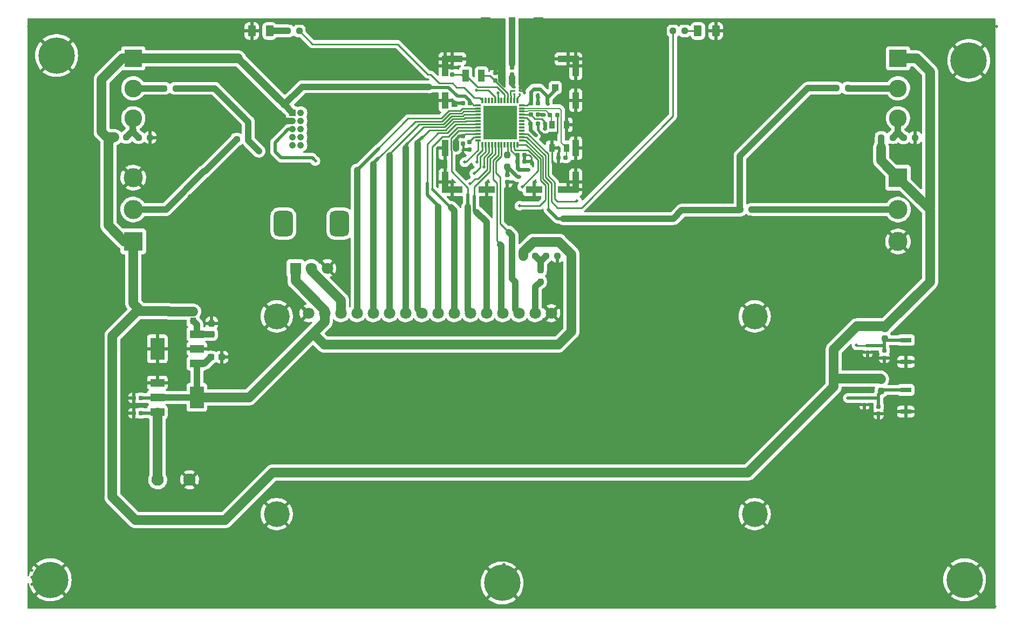
<source format=gbr>
%TF.GenerationSoftware,KiCad,Pcbnew,(6.0.9)*%
%TF.CreationDate,2024-05-17T13:50:49+01:00*%
%TF.ProjectId,Controller,436f6e74-726f-46c6-9c65-722e6b696361,rev?*%
%TF.SameCoordinates,Original*%
%TF.FileFunction,Copper,L1,Top*%
%TF.FilePolarity,Positive*%
%FSLAX46Y46*%
G04 Gerber Fmt 4.6, Leading zero omitted, Abs format (unit mm)*
G04 Created by KiCad (PCBNEW (6.0.9)) date 2024-05-17 13:50:49*
%MOMM*%
%LPD*%
G01*
G04 APERTURE LIST*
G04 Aperture macros list*
%AMRoundRect*
0 Rectangle with rounded corners*
0 $1 Rounding radius*
0 $2 $3 $4 $5 $6 $7 $8 $9 X,Y pos of 4 corners*
0 Add a 4 corners polygon primitive as box body*
4,1,4,$2,$3,$4,$5,$6,$7,$8,$9,$2,$3,0*
0 Add four circle primitives for the rounded corners*
1,1,$1+$1,$2,$3*
1,1,$1+$1,$4,$5*
1,1,$1+$1,$6,$7*
1,1,$1+$1,$8,$9*
0 Add four rect primitives between the rounded corners*
20,1,$1+$1,$2,$3,$4,$5,0*
20,1,$1+$1,$4,$5,$6,$7,0*
20,1,$1+$1,$6,$7,$8,$9,0*
20,1,$1+$1,$8,$9,$2,$3,0*%
G04 Aperture macros list end*
%TA.AperFunction,SMDPad,CuDef*%
%ADD10R,1.000000X1.000000*%
%TD*%
%TA.AperFunction,SMDPad,CuDef*%
%ADD11RoundRect,0.237500X0.250000X0.237500X-0.250000X0.237500X-0.250000X-0.237500X0.250000X-0.237500X0*%
%TD*%
%TA.AperFunction,ConnectorPad*%
%ADD12C,5.700000*%
%TD*%
%TA.AperFunction,ComponentPad*%
%ADD13C,3.600000*%
%TD*%
%TA.AperFunction,SMDPad,CuDef*%
%ADD14RoundRect,0.155000X0.212500X0.155000X-0.212500X0.155000X-0.212500X-0.155000X0.212500X-0.155000X0*%
%TD*%
%TA.AperFunction,ComponentPad*%
%ADD15R,2.775000X2.775000*%
%TD*%
%TA.AperFunction,ComponentPad*%
%ADD16C,2.775000*%
%TD*%
%TA.AperFunction,SMDPad,CuDef*%
%ADD17RoundRect,0.155000X0.155000X-0.212500X0.155000X0.212500X-0.155000X0.212500X-0.155000X-0.212500X0*%
%TD*%
%TA.AperFunction,SMDPad,CuDef*%
%ADD18R,0.500000X0.600000*%
%TD*%
%TA.AperFunction,ComponentPad*%
%ADD19C,1.950000*%
%TD*%
%TA.AperFunction,SMDPad,CuDef*%
%ADD20RoundRect,0.237500X-0.250000X-0.237500X0.250000X-0.237500X0.250000X0.237500X-0.250000X0.237500X0*%
%TD*%
%TA.AperFunction,SMDPad,CuDef*%
%ADD21RoundRect,0.250000X0.375000X0.625000X-0.375000X0.625000X-0.375000X-0.625000X0.375000X-0.625000X0*%
%TD*%
%TA.AperFunction,SMDPad,CuDef*%
%ADD22RoundRect,0.155000X-0.212500X-0.155000X0.212500X-0.155000X0.212500X0.155000X-0.212500X0.155000X0*%
%TD*%
%TA.AperFunction,SMDPad,CuDef*%
%ADD23RoundRect,0.237500X-0.237500X0.250000X-0.237500X-0.250000X0.237500X-0.250000X0.237500X0.250000X0*%
%TD*%
%TA.AperFunction,SMDPad,CuDef*%
%ADD24RoundRect,0.237500X-0.300000X-0.237500X0.300000X-0.237500X0.300000X0.237500X-0.300000X0.237500X0*%
%TD*%
%TA.AperFunction,SMDPad,CuDef*%
%ADD25R,1.100000X1.900000*%
%TD*%
%TA.AperFunction,ComponentPad*%
%ADD26C,1.800000*%
%TD*%
%TA.AperFunction,ComponentPad*%
%ADD27C,4.050000*%
%TD*%
%TA.AperFunction,SMDPad,CuDef*%
%ADD28R,2.200000X1.200000*%
%TD*%
%TA.AperFunction,SMDPad,CuDef*%
%ADD29R,2.200000X3.500000*%
%TD*%
%TA.AperFunction,SMDPad,CuDef*%
%ADD30R,0.970000X1.000000*%
%TD*%
%TA.AperFunction,SMDPad,CuDef*%
%ADD31R,1.000000X3.300000*%
%TD*%
%TA.AperFunction,SMDPad,CuDef*%
%ADD32R,3.300000X1.000000*%
%TD*%
%TA.AperFunction,SMDPad,CuDef*%
%ADD33R,2.600000X1.000000*%
%TD*%
%TA.AperFunction,SMDPad,CuDef*%
%ADD34R,1.000000X2.600000*%
%TD*%
%TA.AperFunction,SMDPad,CuDef*%
%ADD35R,0.889000X1.244600*%
%TD*%
%TA.AperFunction,SMDPad,CuDef*%
%ADD36RoundRect,0.250000X-0.375000X-0.625000X0.375000X-0.625000X0.375000X0.625000X-0.375000X0.625000X0*%
%TD*%
%TA.AperFunction,SMDPad,CuDef*%
%ADD37RoundRect,0.237500X0.237500X-0.250000X0.237500X0.250000X-0.237500X0.250000X-0.237500X-0.250000X0*%
%TD*%
%TA.AperFunction,SMDPad,CuDef*%
%ADD38RoundRect,0.155000X-0.155000X0.212500X-0.155000X-0.212500X0.155000X-0.212500X0.155000X0.212500X0*%
%TD*%
%TA.AperFunction,SMDPad,CuDef*%
%ADD39R,1.000000X5.600000*%
%TD*%
%TA.AperFunction,SMDPad,CuDef*%
%ADD40R,1.650000X5.600000*%
%TD*%
%TA.AperFunction,SMDPad,CuDef*%
%ADD41R,1.700000X0.800000*%
%TD*%
%TA.AperFunction,ComponentPad*%
%ADD42R,3.000000X3.000000*%
%TD*%
%TA.AperFunction,ComponentPad*%
%ADD43C,3.000000*%
%TD*%
%TA.AperFunction,SMDPad,CuDef*%
%ADD44R,0.457200X0.254000*%
%TD*%
%TA.AperFunction,SMDPad,CuDef*%
%ADD45RoundRect,0.237500X0.237500X-0.300000X0.237500X0.300000X-0.237500X0.300000X-0.237500X-0.300000X0*%
%TD*%
%TA.AperFunction,ComponentPad*%
%ADD46R,1.050000X1.050000*%
%TD*%
%TA.AperFunction,ComponentPad*%
%ADD47C,1.050000*%
%TD*%
%TA.AperFunction,SMDPad,CuDef*%
%ADD48R,0.300000X0.900000*%
%TD*%
%TA.AperFunction,SMDPad,CuDef*%
%ADD49R,0.900000X0.300000*%
%TD*%
%TA.AperFunction,SMDPad,CuDef*%
%ADD50R,5.250000X5.250000*%
%TD*%
%TA.AperFunction,ComponentPad*%
%ADD51R,1.800000X1.800000*%
%TD*%
%TA.AperFunction,ComponentPad*%
%ADD52RoundRect,0.750000X0.750000X-1.250000X0.750000X1.250000X-0.750000X1.250000X-0.750000X-1.250000X0*%
%TD*%
%TA.AperFunction,ViaPad*%
%ADD53C,0.500000*%
%TD*%
%TA.AperFunction,Conductor*%
%ADD54C,0.250000*%
%TD*%
%TA.AperFunction,Conductor*%
%ADD55C,0.200000*%
%TD*%
%TA.AperFunction,Conductor*%
%ADD56C,0.500000*%
%TD*%
%TA.AperFunction,Conductor*%
%ADD57C,0.400000*%
%TD*%
%TA.AperFunction,Conductor*%
%ADD58C,1.000000*%
%TD*%
%TA.AperFunction,Conductor*%
%ADD59C,1.500000*%
%TD*%
%TA.AperFunction,Conductor*%
%ADD60C,0.247000*%
%TD*%
%TA.AperFunction,Conductor*%
%ADD61C,0.600000*%
%TD*%
%TA.AperFunction,Conductor*%
%ADD62C,1.200000*%
%TD*%
G04 APERTURE END LIST*
D10*
%TO.P,TP2,1,1*%
%TO.N,/VDDR*%
X170210000Y-43870000D03*
%TD*%
D11*
%TO.P,R12,1*%
%TO.N,Net-(R12-Pad1)*%
X102902500Y-51660000D03*
%TO.P,R12,2*%
%TO.N,/VDDS*%
X101077500Y-51660000D03*
%TD*%
D12*
%TO.P,H2,1,1*%
%TO.N,GND*%
X235090000Y-39630000D03*
D13*
X235090000Y-39630000D03*
%TD*%
D14*
%TO.P,C17,1*%
%TO.N,/X24M_P*%
X171857500Y-54880000D03*
%TO.P,C17,2*%
%TO.N,GND*%
X170722500Y-54880000D03*
%TD*%
D15*
%TO.P,S3,1*%
%TO.N,/VDDS*%
X104000000Y-39300000D03*
D16*
%TO.P,S3,2*%
%TO.N,Net-(R8-Pad1)*%
X104000000Y-44000000D03*
%TO.P,S3,3*%
%TO.N,Net-(R12-Pad1)*%
X104000000Y-48700000D03*
%TD*%
D15*
%TO.P,S4,1*%
%TO.N,/VDDS*%
X224000000Y-39300000D03*
D16*
%TO.P,S4,2*%
%TO.N,Net-(R9-Pad1)*%
X224000000Y-44000000D03*
%TO.P,S4,3*%
%TO.N,Net-(R14-Pad1)*%
X224000000Y-48700000D03*
%TD*%
D17*
%TO.P,C12,1*%
%TO.N,Net-(C12-Pad1)*%
X163420000Y-41837500D03*
%TO.P,C12,2*%
%TO.N,Net-(C12-Pad2)*%
X163420000Y-40702500D03*
%TD*%
D11*
%TO.P,R14,1*%
%TO.N,Net-(R14-Pad1)*%
X223202500Y-51720000D03*
%TO.P,R14,2*%
%TO.N,/VDDS*%
X221377500Y-51720000D03*
%TD*%
D13*
%TO.P,H4,1,1*%
%TO.N,GND*%
X91970000Y-38860000D03*
D12*
X91970000Y-38860000D03*
%TD*%
D10*
%TO.P,TP1,1,1*%
%TO.N,/VDDS*%
X109530000Y-78930000D03*
%TD*%
D11*
%TO.P,R13,1*%
%TO.N,GND*%
X106662500Y-51710000D03*
%TO.P,R13,2*%
%TO.N,Net-(R12-Pad1)*%
X104837500Y-51710000D03*
%TD*%
D18*
%TO.P,D2,1,1*%
%TO.N,/USER_BTN*%
X219240000Y-84357500D03*
%TO.P,D2,2,2*%
%TO.N,GND*%
X219240000Y-85357500D03*
%TD*%
D19*
%TO.P,J1,1*%
%TO.N,+6V*%
X107830000Y-105370000D03*
%TO.P,J1,2*%
%TO.N,GND*%
X112830000Y-105370000D03*
%TD*%
D17*
%TO.P,C19,1*%
%TO.N,/X32K_Q1*%
X160770000Y-42747500D03*
%TO.P,C19,2*%
%TO.N,GND*%
X160770000Y-41612500D03*
%TD*%
D13*
%TO.P,H5,1,1*%
%TO.N,GND*%
X161880000Y-121550000D03*
D12*
X161880000Y-121550000D03*
%TD*%
D20*
%TO.P,R3,1*%
%TO.N,/DIO_25*%
X188697500Y-35000000D03*
%TO.P,R3,2*%
%TO.N,Net-(D3-Pad2)*%
X190522500Y-35000000D03*
%TD*%
D14*
%TO.P,C6,1*%
%TO.N,+5V*%
X105197500Y-92530000D03*
%TO.P,C6,2*%
%TO.N,GND*%
X104062500Y-92530000D03*
%TD*%
%TO.P,C3,1*%
%TO.N,/VDDS*%
X156837500Y-46300000D03*
%TO.P,C3,2*%
%TO.N,GND*%
X155702500Y-46300000D03*
%TD*%
D21*
%TO.P,D3,1,K*%
%TO.N,GND*%
X195400000Y-35000000D03*
%TO.P,D3,2,A*%
%TO.N,Net-(D3-Pad2)*%
X192600000Y-35000000D03*
%TD*%
D22*
%TO.P,C5,1*%
%TO.N,/VDDS*%
X166322500Y-49540000D03*
%TO.P,C5,2*%
%TO.N,GND*%
X167457500Y-49540000D03*
%TD*%
D23*
%TO.P,R5,1*%
%TO.N,/3.529V*%
X167900000Y-72487500D03*
%TO.P,R5,2*%
%TO.N,Net-(21111111-Pad15)*%
X167900000Y-74312500D03*
%TD*%
D11*
%TO.P,R9,1*%
%TO.N,Net-(R9-Pad1)*%
X216152500Y-43960000D03*
%TO.P,R9,2*%
%TO.N,/HorizontalMove*%
X214327500Y-43960000D03*
%TD*%
D24*
%TO.P,C8,1*%
%TO.N,+5V*%
X116167500Y-86130000D03*
%TO.P,C8,2*%
%TO.N,GND*%
X117892500Y-86130000D03*
%TD*%
D25*
%TO.P,31111111,1,1*%
%TO.N,/X32K_Q1*%
X158650000Y-42020000D03*
%TO.P,31111111,2,2*%
%TO.N,/X32K_Q2*%
X156150000Y-42020000D03*
%TD*%
D22*
%TO.P,C18,1*%
%TO.N,/X24M_N*%
X169392500Y-48180000D03*
%TO.P,C18,2*%
%TO.N,GND*%
X170527500Y-48180000D03*
%TD*%
D26*
%TO.P,21111111,1,VSS*%
%TO.N,GND*%
X131500000Y-79255000D03*
%TO.P,21111111,2,VDD*%
%TO.N,+5V*%
X134040000Y-79255000D03*
%TO.P,21111111,3,VO*%
%TO.N,Net-(21111111-Pad3)*%
X136580000Y-79255000D03*
%TO.P,21111111,4,RS*%
%TO.N,/DIO_8*%
X139120000Y-79255000D03*
%TO.P,21111111,5,R/~{W}*%
%TO.N,/DIO_9*%
X141660000Y-79255000D03*
%TO.P,21111111,6,E*%
%TO.N,/DIO_10*%
X144200000Y-79255000D03*
%TO.P,21111111,7,DB0*%
%TO.N,/DIO_11*%
X146740000Y-79255000D03*
%TO.P,21111111,8,DB1*%
%TO.N,/DIO_12*%
X149280000Y-79255000D03*
%TO.P,21111111,9,DB2*%
%TO.N,/DIO_13*%
X151820000Y-79255000D03*
%TO.P,21111111,10,DB3*%
%TO.N,/DIO_14*%
X154360000Y-79255000D03*
%TO.P,21111111,11,DB4*%
%TO.N,/DIO_15*%
X156900000Y-79255000D03*
%TO.P,21111111,12,DB5*%
%TO.N,/DIO_19*%
X159440000Y-79255000D03*
%TO.P,21111111,13,DB6*%
%TO.N,/DIO_20*%
X161980000Y-79255000D03*
%TO.P,21111111,14,DB7*%
%TO.N,/DIO_21*%
X164520000Y-79255000D03*
%TO.P,21111111,15,A*%
%TO.N,Net-(21111111-Pad15)*%
X167060000Y-79255000D03*
%TO.P,21111111,16,K*%
%TO.N,GND*%
X169600000Y-79255000D03*
D27*
%TO.P,21111111,MH1,MH1*%
X126500000Y-79755000D03*
%TO.P,21111111,MH2,MH2*%
X126500000Y-110755000D03*
%TO.P,21111111,MH3,MH3*%
X201500000Y-79755000D03*
%TO.P,21111111,MH4,MH4*%
X201500000Y-110755000D03*
%TD*%
D11*
%TO.P,R15,1*%
%TO.N,GND*%
X226692500Y-51740000D03*
%TO.P,R15,2*%
%TO.N,Net-(R14-Pad1)*%
X224867500Y-51740000D03*
%TD*%
D28*
%TO.P,U2,1,VIN*%
%TO.N,+5V*%
X113970000Y-87130000D03*
%TO.P,U2,2,GND*%
%TO.N,GND*%
X113970000Y-84830000D03*
%TO.P,U2,3,VOUT*%
%TO.N,+3.3V*%
X113970000Y-82530000D03*
D29*
%TO.P,U2,4,EPAD*%
%TO.N,GND*%
X107770000Y-84830000D03*
%TD*%
D20*
%TO.P,R4,1*%
%TO.N,Net-(D4-Pad2)*%
X128227500Y-35000000D03*
%TO.P,R4,2*%
%TO.N,/DIO_7*%
X130052500Y-35000000D03*
%TD*%
D22*
%TO.P,C13,1*%
%TO.N,/VDDR*%
X166362500Y-48140000D03*
%TO.P,C13,2*%
%TO.N,GND*%
X167497500Y-48140000D03*
%TD*%
D30*
%TO.P,FL1,1*%
%TO.N,+3.3V*%
X113410000Y-80485000D03*
%TO.P,FL1,2*%
%TO.N,/VDDS*%
X113410000Y-79015000D03*
%TD*%
D22*
%TO.P,C15,1*%
%TO.N,/VDDR*%
X166372500Y-46330000D03*
%TO.P,C15,2*%
%TO.N,GND*%
X167507500Y-46330000D03*
%TD*%
D14*
%TO.P,C1,1*%
%TO.N,+6V*%
X105197500Y-94930000D03*
%TO.P,C1,2*%
%TO.N,GND*%
X104062500Y-94930000D03*
%TD*%
D31*
%TO.P,U4,16,1*%
%TO.N,GND*%
X152920000Y-40520000D03*
D32*
%TO.P,U4,15,1*%
X154070000Y-39370000D03*
D33*
%TO.P,U4,14,1*%
X159420000Y-39370000D03*
%TO.P,U4,13,1*%
X166920000Y-39370000D03*
D32*
%TO.P,U4,12,1*%
X172270000Y-39370000D03*
D31*
%TO.P,U4,11,1*%
X173420000Y-40520000D03*
D34*
%TO.P,U4,10,1*%
X173420000Y-45870000D03*
%TO.P,U4,9,1*%
X173420000Y-53370000D03*
D31*
%TO.P,U4,8,1*%
X173420000Y-58720000D03*
D32*
%TO.P,U4,7,1*%
X172270000Y-59870000D03*
D33*
%TO.P,U4,6,1*%
X166920000Y-59870000D03*
%TO.P,U4,5,1*%
X159420000Y-59870000D03*
D32*
%TO.P,U4,4,1*%
X154070000Y-59870000D03*
D31*
%TO.P,U4,3,1*%
X152920000Y-58720000D03*
D34*
%TO.P,U4,2,1*%
X152920000Y-53370000D03*
%TO.P,U4,1,1*%
X152920000Y-45870000D03*
%TD*%
D35*
%TO.P,Y1,1,1*%
%TO.N,GND*%
X171980000Y-49706600D03*
%TO.P,Y1,2,2*%
%TO.N,/X24M_P*%
X171980000Y-53313400D03*
%TO.P,Y1,3,3*%
%TO.N,GND*%
X169680000Y-53313400D03*
%TO.P,Y1,4,4*%
%TO.N,/X24M_N*%
X169680000Y-49706600D03*
%TD*%
D36*
%TO.P,D4,1,K*%
%TO.N,GND*%
X122600000Y-35000000D03*
%TO.P,D4,2,A*%
%TO.N,Net-(D4-Pad2)*%
X125400000Y-35000000D03*
%TD*%
D37*
%TO.P,R1,1*%
%TO.N,/RESET_N*%
X221340000Y-91432500D03*
%TO.P,R1,2*%
%TO.N,/VDDS*%
X221340000Y-89607500D03*
%TD*%
D38*
%TO.P,C4,1*%
%TO.N,/VDDS*%
X155760000Y-51532500D03*
%TO.P,C4,2*%
%TO.N,GND*%
X155760000Y-52667500D03*
%TD*%
D20*
%TO.P,R11,1*%
%TO.N,Net-(R11-Pad1)*%
X120237500Y-52000000D03*
%TO.P,R11,2*%
%TO.N,/VerticalMove*%
X122062500Y-52000000D03*
%TD*%
%TO.P,R6,1*%
%TO.N,+5V*%
X165217500Y-70270000D03*
%TO.P,R6,2*%
%TO.N,/3.529V*%
X167042500Y-70270000D03*
%TD*%
D38*
%TO.P,C11,1*%
%TO.N,/VDDR*%
X162690000Y-57572500D03*
%TO.P,C11,2*%
%TO.N,GND*%
X162690000Y-58707500D03*
%TD*%
D37*
%TO.P,R2,1*%
%TO.N,/USER_BTN*%
X221950000Y-83267500D03*
%TO.P,R2,2*%
%TO.N,/VDDS*%
X221950000Y-81442500D03*
%TD*%
D11*
%TO.P,R10,1*%
%TO.N,Net-(R10-Pad1)*%
X201062500Y-62990000D03*
%TO.P,R10,2*%
%TO.N,/HorizontalMove*%
X199237500Y-62990000D03*
%TD*%
D39*
%TO.P,J3,1*%
%TO.N,Net-(C12-Pad2)*%
X163420000Y-35650000D03*
D40*
%TO.P,J3,2*%
%TO.N,GND*%
X167545000Y-35650000D03*
%TO.P,J3,3*%
X159295000Y-35650000D03*
%TD*%
D41*
%TO.P,S2,1*%
%TO.N,GND*%
X225270000Y-86867500D03*
%TO.P,S2,2*%
%TO.N,/USER_BTN*%
X225270000Y-83467500D03*
%TD*%
D38*
%TO.P,C16,1*%
%TO.N,Net-(11111111-Pad23)*%
X156710000Y-52432500D03*
%TO.P,C16,2*%
%TO.N,GND*%
X156710000Y-53567500D03*
%TD*%
D42*
%TO.P,RV3,1,1*%
%TO.N,/VDDS*%
X224000000Y-58000000D03*
D43*
%TO.P,RV3,2,2*%
%TO.N,Net-(R10-Pad1)*%
X224000000Y-63000000D03*
%TO.P,RV3,3,3*%
%TO.N,GND*%
X224000000Y-68000000D03*
%TD*%
D20*
%TO.P,R8,1*%
%TO.N,Net-(R8-Pad1)*%
X108847500Y-44000000D03*
%TO.P,R8,2*%
%TO.N,/VerticalMove*%
X110672500Y-44000000D03*
%TD*%
D17*
%TO.P,C20,1*%
%TO.N,/X32K_Q2*%
X154030000Y-41867500D03*
%TO.P,C20,2*%
%TO.N,GND*%
X154030000Y-40732500D03*
%TD*%
D44*
%TO.P,U3,1,UNBALANCED_PORT*%
%TO.N,Net-(C12-Pad1)*%
X163760300Y-43832000D03*
%TO.P,U3,2,RX/TX*%
%TO.N,Net-(11111111-Pad3)*%
X163760300Y-44340000D03*
%TO.P,U3,3,BALANCED_PORT_RF_N*%
%TO.N,Net-(11111111-Pad2)*%
X163760300Y-44848000D03*
%TO.P,U3,4,BALANCED_PORT_RF_P*%
%TO.N,Net-(11111111-Pad1)*%
X164598500Y-44848000D03*
%TO.P,U3,5,GND*%
%TO.N,GND*%
X164598500Y-44340000D03*
%TO.P,U3,6,GND*%
X164598500Y-43832000D03*
%TD*%
D20*
%TO.P,R7,1*%
%TO.N,/3.529V*%
X168747500Y-70310000D03*
%TO.P,R7,2*%
%TO.N,GND*%
X170572500Y-70310000D03*
%TD*%
D28*
%TO.P,U1,1,ADJ/GND*%
%TO.N,GND*%
X107770000Y-90150000D03*
%TO.P,U1,2,OUTPUT*%
%TO.N,+5V*%
X107770000Y-92450000D03*
%TO.P,U1,3,INPUT*%
%TO.N,+6V*%
X107770000Y-94750000D03*
D29*
%TO.P,U1,4,VOUT*%
%TO.N,+5V*%
X113970000Y-92450000D03*
%TD*%
D42*
%TO.P,RV2,1,1*%
%TO.N,/VDDS*%
X104000000Y-68000000D03*
D43*
%TO.P,RV2,2,2*%
%TO.N,Net-(R11-Pad1)*%
X104000000Y-63000000D03*
%TO.P,RV2,3,3*%
%TO.N,GND*%
X104000000Y-58000000D03*
%TD*%
D38*
%TO.P,C9,1*%
%TO.N,/USER_BTN*%
X221860000Y-85120000D03*
%TO.P,C9,2*%
%TO.N,GND*%
X221860000Y-86255000D03*
%TD*%
D22*
%TO.P,C7,1*%
%TO.N,/VDDS*%
X164272500Y-55460000D03*
%TO.P,C7,2*%
%TO.N,GND*%
X165407500Y-55460000D03*
%TD*%
D45*
%TO.P,C14,1*%
%TO.N,+3.3V*%
X116300000Y-82555000D03*
%TO.P,C14,2*%
%TO.N,GND*%
X116300000Y-80830000D03*
%TD*%
D46*
%TO.P,J2,1,1*%
%TO.N,/VDDS*%
X129015000Y-47860000D03*
D47*
%TO.P,J2,2,2*%
%TO.N,/JTAG_TMSC*%
X130285000Y-47860000D03*
%TO.P,J2,3,3*%
%TO.N,GND*%
X129015000Y-49130000D03*
%TO.P,J2,4,4*%
%TO.N,/JTAG_TCKC*%
X130285000Y-49130000D03*
%TO.P,J2,5,5*%
%TO.N,/DIO_18_RTS{slash}SWO*%
X129015000Y-50400000D03*
%TO.P,J2,6,6*%
%TO.N,/DIO_17_TDI*%
X130285000Y-50400000D03*
%TO.P,J2,7,7*%
%TO.N,/DIO_3_TXD*%
X129015000Y-51670000D03*
%TO.P,J2,8,8*%
%TO.N,/DIO_16_TDO*%
X130285000Y-51670000D03*
%TO.P,J2,9,9*%
%TO.N,/DIO_2_RXD*%
X129015000Y-52940000D03*
%TO.P,J2,10,10*%
%TO.N,/RESET_N*%
X130285000Y-52940000D03*
%TD*%
D22*
%TO.P,C10,1*%
%TO.N,/VDDS*%
X164282500Y-54470000D03*
%TO.P,C10,2*%
%TO.N,GND*%
X165417500Y-54470000D03*
%TD*%
D12*
%TO.P,H1,1,1*%
%TO.N,GND*%
X90960000Y-121050000D03*
D13*
X90960000Y-121050000D03*
%TD*%
D48*
%TO.P,11111111,1,RF_P*%
%TO.N,Net-(11111111-Pad1)*%
X164280000Y-45930000D03*
%TO.P,11111111,2,RF_N*%
%TO.N,Net-(11111111-Pad2)*%
X163780000Y-45930000D03*
%TO.P,11111111,3,RX_TX*%
%TO.N,Net-(11111111-Pad3)*%
X163280000Y-45930000D03*
%TO.P,11111111,4,X32K_Q1*%
%TO.N,/X32K_Q1*%
X162780000Y-45930000D03*
%TO.P,11111111,5,X32K_Q2*%
%TO.N,/X32K_Q2*%
X162280000Y-45930000D03*
%TO.P,11111111,6,DIO_1*%
%TO.N,/DIO_1*%
X161780000Y-45930000D03*
%TO.P,11111111,7,DIO_2*%
%TO.N,/DIO_2_RXD*%
X161280000Y-45930000D03*
%TO.P,11111111,8,DIO_3*%
%TO.N,/DIO_3_TXD*%
X160780000Y-45930000D03*
%TO.P,11111111,9,DIO_4*%
%TO.N,/DIO_4*%
X160280000Y-45930000D03*
%TO.P,11111111,10,DIO_5*%
%TO.N,/DIO_5*%
X159780000Y-45930000D03*
%TO.P,11111111,11,DIO_6*%
%TO.N,/DIO_6*%
X159280000Y-45930000D03*
%TO.P,11111111,12,DIO_7*%
%TO.N,/DIO_7*%
X158780000Y-45930000D03*
D49*
%TO.P,11111111,13,VDDS2*%
%TO.N,/VDDS*%
X158080000Y-46630000D03*
%TO.P,11111111,14,DIO_8*%
%TO.N,/DIO_8*%
X158080000Y-47130000D03*
%TO.P,11111111,15,DIO_9*%
%TO.N,/DIO_9*%
X158080000Y-47630000D03*
%TO.P,11111111,16,DIO_10*%
%TO.N,/DIO_10*%
X158080000Y-48130000D03*
%TO.P,11111111,17,DIO_11*%
%TO.N,/DIO_11*%
X158080000Y-48630000D03*
%TO.P,11111111,18,DIO_12*%
%TO.N,/DIO_12*%
X158080000Y-49130000D03*
%TO.P,11111111,19,DIO_13*%
%TO.N,/DIO_13*%
X158080000Y-49630000D03*
%TO.P,11111111,20,DIO_14*%
%TO.N,/DIO_14*%
X158080000Y-50130000D03*
%TO.P,11111111,21,DIO_15*%
%TO.N,/DIO_15*%
X158080000Y-50630000D03*
%TO.P,11111111,22,VDDS3*%
%TO.N,/VDDS*%
X158080000Y-51130000D03*
%TO.P,11111111,23,DCOUPL*%
%TO.N,Net-(11111111-Pad23)*%
X158080000Y-51630000D03*
%TO.P,11111111,24,JTAG_TMSC*%
%TO.N,/JTAG_TMSC*%
X158080000Y-52130000D03*
D48*
%TO.P,11111111,25,JTAG_TCKC*%
%TO.N,/JTAG_TCKC*%
X158780000Y-52830000D03*
%TO.P,11111111,26,DIO_16*%
%TO.N,/DIO_16_TDO*%
X159280000Y-52830000D03*
%TO.P,11111111,27,DIO_17*%
%TO.N,/DIO_17_TDI*%
X159780000Y-52830000D03*
%TO.P,11111111,28,DIO_18*%
%TO.N,/DIO_18_RTS{slash}SWO*%
X160280000Y-52830000D03*
%TO.P,11111111,29,DIO_19*%
%TO.N,/DIO_19*%
X160780000Y-52830000D03*
%TO.P,11111111,30,DIO_20*%
%TO.N,/DIO_20*%
X161280000Y-52830000D03*
%TO.P,11111111,31,DIO_21*%
%TO.N,/DIO_21*%
X161780000Y-52830000D03*
%TO.P,11111111,32,DIO_22*%
%TO.N,/DIO_22*%
X162280000Y-52830000D03*
%TO.P,11111111,33,DCDC_SW*%
%TO.N,/DCDC_SW*%
X162780000Y-52830000D03*
%TO.P,11111111,34,VDDS_DCDC*%
%TO.N,/VDDS*%
X163280000Y-52830000D03*
%TO.P,11111111,35,RESET_N*%
%TO.N,/RESET_N*%
X163780000Y-52830000D03*
%TO.P,11111111,36,DIO_23*%
%TO.N,/VerticalMove*%
X164280000Y-52830000D03*
D49*
%TO.P,11111111,37,DIO_24*%
%TO.N,/HorizontalMove*%
X164980000Y-52130000D03*
%TO.P,11111111,38,DIO_25*%
%TO.N,/DIO_25*%
X164980000Y-51630000D03*
%TO.P,11111111,39,DIO_26*%
%TO.N,/USER_BTN*%
X164980000Y-51130000D03*
%TO.P,11111111,40,DIO_27*%
%TO.N,/DIO_27*%
X164980000Y-50630000D03*
%TO.P,11111111,41,DIO_28*%
%TO.N,/DIO_28*%
X164980000Y-50130000D03*
%TO.P,11111111,42,DIO_29*%
%TO.N,/DIO_29*%
X164980000Y-49630000D03*
%TO.P,11111111,43,DIO_30*%
%TO.N,/DIO_30*%
X164980000Y-49130000D03*
%TO.P,11111111,44,VDDS*%
%TO.N,/VDDS*%
X164980000Y-48630000D03*
%TO.P,11111111,45,VDDR*%
%TO.N,/VDDR*%
X164980000Y-48130000D03*
%TO.P,11111111,46,X24M_N*%
%TO.N,/X24M_N*%
X164980000Y-47630000D03*
%TO.P,11111111,47,X24M_P*%
%TO.N,/X24M_P*%
X164980000Y-47130000D03*
%TO.P,11111111,48,VDDR_RF*%
%TO.N,/VDDR*%
X164980000Y-46630000D03*
D50*
%TO.P,11111111,49,THERMAL_PAD*%
%TO.N,GND*%
X161530000Y-49380000D03*
%TD*%
D23*
%TO.P,L1,1,1*%
%TO.N,/DCDC_SW*%
X162700000Y-54457500D03*
%TO.P,L1,2,2*%
%TO.N,/VDDR*%
X162700000Y-56282500D03*
%TD*%
D38*
%TO.P,C2,1*%
%TO.N,/RESET_N*%
X220950000Y-93910000D03*
%TO.P,C2,2*%
%TO.N,GND*%
X220950000Y-95045000D03*
%TD*%
D18*
%TO.P,D1,1,1*%
%TO.N,/RESET_N*%
X218750000Y-92567500D03*
%TO.P,D1,2,2*%
%TO.N,GND*%
X218750000Y-93567500D03*
%TD*%
D51*
%TO.P,RV1,1,1*%
%TO.N,+5V*%
X129450000Y-72200000D03*
D26*
%TO.P,RV1,2,2*%
%TO.N,Net-(21111111-Pad3)*%
X131950000Y-72200000D03*
%TO.P,RV1,3,3*%
%TO.N,GND*%
X134450000Y-72200000D03*
D52*
%TO.P,RV1,MP*%
%TO.N,N/C*%
X136350000Y-65200000D03*
X127550000Y-65200000D03*
%TD*%
D41*
%TO.P,S1,1*%
%TO.N,GND*%
X225210000Y-94687500D03*
%TO.P,S1,2*%
%TO.N,/RESET_N*%
X225210000Y-91287500D03*
%TD*%
D12*
%TO.P,H3,1,1*%
%TO.N,GND*%
X234450000Y-121050000D03*
D13*
X234450000Y-121050000D03*
%TD*%
D53*
%TO.N,GND*%
X238260000Y-43530850D03*
X238260000Y-44645075D03*
X238260000Y-51330425D03*
X238260000Y-46873525D03*
X238260000Y-54673100D03*
X238260000Y-58015775D03*
X238260000Y-50216200D03*
X238260000Y-56901550D03*
X238260000Y-49101975D03*
X238260000Y-45759300D03*
X238260000Y-52444650D03*
X238260000Y-53558875D03*
X238260000Y-47987750D03*
X238260000Y-59130000D03*
X238260000Y-55787325D03*
X130430000Y-100890000D03*
X141260000Y-51660000D03*
X181990000Y-66140000D03*
X201100000Y-86785000D03*
X232840000Y-60120000D03*
X186520000Y-76070000D03*
X182966125Y-34260000D03*
X185910000Y-36670000D03*
X119327050Y-34260000D03*
X203062675Y-34260000D03*
X120156800Y-125240000D03*
X167890000Y-42700000D03*
X88040000Y-101728575D03*
X159760000Y-47360000D03*
X159710000Y-51060000D03*
X238130000Y-101578450D03*
X98943775Y-125240000D03*
X129088600Y-125240000D03*
X235580000Y-118590000D03*
X156930000Y-35580000D03*
X146122450Y-34260000D03*
X144200000Y-46190000D03*
X196360000Y-59555000D03*
X117520000Y-66470000D03*
X228741600Y-34260000D03*
X230974550Y-34260000D03*
X112250000Y-49770000D03*
X138307125Y-34260000D03*
X170398175Y-125240000D03*
X98114025Y-34260000D03*
X98160000Y-36150000D03*
X130205075Y-125240000D03*
X238130000Y-99350000D03*
X143889500Y-34260000D03*
X94580000Y-73640000D03*
X88040000Y-89472100D03*
X95430000Y-89000000D03*
X206990000Y-69050000D03*
X105300000Y-55640000D03*
X236090525Y-34320000D03*
X125160000Y-51750000D03*
X233830000Y-110090000D03*
X116690000Y-49770000D03*
X228260000Y-97520000D03*
X168260000Y-87470000D03*
X100060250Y-125240000D03*
X98260000Y-110670000D03*
X163820000Y-87470000D03*
X232840000Y-64560000D03*
X169520000Y-36730000D03*
X196360000Y-56047500D03*
X146952200Y-125240000D03*
X238130000Y-78584650D03*
X238240000Y-109423100D03*
X160913333Y-48593333D03*
X238240000Y-107194650D03*
X176830000Y-90005000D03*
X199800000Y-118450000D03*
X210750000Y-81950000D03*
X102230000Y-117950000D03*
X219809800Y-34260000D03*
X160923333Y-47360000D03*
X238130000Y-73013525D03*
X206750000Y-81770000D03*
X88040000Y-81672525D03*
X165490000Y-36850000D03*
X185590000Y-118370000D03*
X88040000Y-71644500D03*
X176830000Y-82995000D03*
X87790000Y-38804225D03*
X208790000Y-115900000D03*
X238420000Y-124650000D03*
X220926275Y-34260000D03*
X125739175Y-125240000D03*
X168720000Y-111830000D03*
X112341475Y-125240000D03*
X147238925Y-34260000D03*
X148355400Y-34260000D03*
X210830000Y-56380000D03*
X88895500Y-125240000D03*
X150550000Y-106620000D03*
X215343900Y-34260000D03*
X220981725Y-125270000D03*
X238130000Y-93778875D03*
X88040000Y-78329850D03*
X88040000Y-93929000D03*
X105642625Y-125240000D03*
X213110000Y-76800000D03*
X190850000Y-94300000D03*
X95910000Y-101860000D03*
X127972125Y-125240000D03*
X210830000Y-38510000D03*
X221530000Y-122090000D03*
X204430000Y-122310000D03*
X233670000Y-95990000D03*
X217470000Y-86970000D03*
X137100000Y-51660000D03*
X166940000Y-58670000D03*
X132438025Y-125240000D03*
X90011975Y-125240000D03*
X210830000Y-59570000D03*
X92760000Y-98300000D03*
X215950000Y-69470000D03*
X238130000Y-86384225D03*
X112600000Y-63390000D03*
X123506225Y-125240000D03*
X106759100Y-125240000D03*
X238130000Y-77470425D03*
X163240000Y-49826666D03*
X156170725Y-34260000D03*
X118850000Y-101560000D03*
X238260000Y-115995775D03*
X155770000Y-53720000D03*
X98340000Y-73280000D03*
X125370000Y-47020000D03*
X171514650Y-125240000D03*
X203890000Y-115900000D03*
X238130000Y-84155775D03*
X173280000Y-37690000D03*
X238130000Y-74127750D03*
X192180000Y-106420000D03*
X88040000Y-59388025D03*
X236410000Y-110260000D03*
X181562925Y-125240000D03*
X154767525Y-125240000D03*
X238130000Y-66328175D03*
X88040000Y-80558300D03*
X88040000Y-44903100D03*
X144930000Y-87630000D03*
X88020000Y-43449975D03*
X130630000Y-90210000D03*
X206412100Y-34260000D03*
X88040000Y-91700550D03*
X195690000Y-97450000D03*
X211657500Y-106900000D03*
X181730000Y-86512500D03*
X88040000Y-56045350D03*
X144850000Y-40210000D03*
X234379425Y-125270000D03*
X135330000Y-92840000D03*
X168520000Y-48229500D03*
X106250000Y-41910000D03*
X239440000Y-34320000D03*
X112628200Y-34260000D03*
X94470000Y-77920000D03*
X163200000Y-51060000D03*
X216380000Y-73410000D03*
X155340000Y-35320000D03*
X153937775Y-34260000D03*
X175890000Y-58830000D03*
X191611200Y-125240000D03*
X238240000Y-111651550D03*
X113744675Y-34260000D03*
X144719250Y-125240000D03*
X102579925Y-34260000D03*
X104260000Y-82950000D03*
X125140000Y-40280000D03*
X236410000Y-105020000D03*
X232840000Y-54880000D03*
X168165225Y-125240000D03*
X199426525Y-125240000D03*
X205590000Y-52700000D03*
X131659647Y-56060353D03*
X140410000Y-40210000D03*
X107830000Y-66470000D03*
X209761525Y-34260000D03*
X128620000Y-69290000D03*
X88040000Y-82786750D03*
X101463450Y-34260000D03*
X107190000Y-53740000D03*
X128170000Y-57010000D03*
X211500000Y-101580000D03*
X202775950Y-125240000D03*
X238130000Y-87498450D03*
X88040000Y-118441950D03*
X196200000Y-68975000D03*
X194640000Y-115820000D03*
X177383750Y-34260000D03*
X196077100Y-125240000D03*
X190910000Y-100780000D03*
X110395250Y-34260000D03*
X108162300Y-34260000D03*
X107045825Y-34260000D03*
X238130000Y-76356200D03*
X95490000Y-85850000D03*
X210380000Y-87640000D03*
X238130000Y-70785075D03*
X238130000Y-75241975D03*
X228910000Y-78920000D03*
X88040000Y-79444075D03*
X145835725Y-125240000D03*
X157770000Y-116030000D03*
X154670000Y-109200000D03*
X148000000Y-118660000D03*
X215950000Y-80070000D03*
X130100000Y-57980000D03*
X205590000Y-38510000D03*
X133554500Y-125240000D03*
X222042750Y-34260000D03*
X182420000Y-121880000D03*
X235495900Y-125270000D03*
X238240000Y-104966200D03*
X88722375Y-34340000D03*
X159110000Y-92840000D03*
X122280000Y-58430000D03*
X196360000Y-42017500D03*
X88040000Y-109528150D03*
X207584025Y-125270000D03*
X117390000Y-63390000D03*
X140490000Y-87630000D03*
X227680575Y-125270000D03*
X165740000Y-40390000D03*
X152534575Y-125240000D03*
X207060000Y-122090000D03*
X177200000Y-66140000D03*
X142486300Y-125240000D03*
X139136875Y-125240000D03*
X199640000Y-122310000D03*
X196200000Y-86845000D03*
X159910000Y-63450000D03*
X88040000Y-99500125D03*
X238130000Y-71899300D03*
X196150000Y-100780000D03*
X140410000Y-123940000D03*
X121510000Y-71920000D03*
X235580000Y-59960000D03*
X114574425Y-125240000D03*
X182950000Y-109280000D03*
X111980000Y-53740000D03*
X88040000Y-70530275D03*
X214790000Y-95200000D03*
X229510000Y-124570000D03*
X117094100Y-34260000D03*
X135910000Y-109200000D03*
X193844150Y-125240000D03*
X117340000Y-74730000D03*
X210830000Y-45830000D03*
X109278775Y-34260000D03*
X227960000Y-101580000D03*
X238130000Y-96007325D03*
X162036666Y-51060000D03*
X96710825Y-125240000D03*
X111150000Y-41910000D03*
X154340000Y-81500000D03*
X135710000Y-111830000D03*
X155884000Y-125240000D03*
X165410000Y-44720000D03*
X214245000Y-110680000D03*
X210830000Y-49270000D03*
X186315550Y-34260000D03*
X191250000Y-97450000D03*
X220370000Y-78620000D03*
X215730000Y-56320000D03*
X122030000Y-60850000D03*
X88040000Y-111756600D03*
X164815800Y-125240000D03*
X238130000Y-67442400D03*
X196200000Y-76295000D03*
X143050000Y-35280000D03*
X198596775Y-34260000D03*
X206020000Y-94540000D03*
X116807375Y-125240000D03*
X88040000Y-110642375D03*
X237207000Y-34320000D03*
X163520000Y-64690000D03*
X113460000Y-47990000D03*
X165870000Y-42630000D03*
X210933450Y-125270000D03*
X235580000Y-64400000D03*
X201150000Y-59625000D03*
X137950000Y-35550000D03*
X224275700Y-34260000D03*
X120380000Y-41910000D03*
X174420000Y-49640000D03*
X112280000Y-71920000D03*
X233670000Y-100890000D03*
X159490000Y-111830000D03*
X223260000Y-118160000D03*
X228750000Y-110680000D03*
X190830000Y-118370000D03*
X160873333Y-51060000D03*
X101176725Y-125240000D03*
X209410000Y-110680000D03*
X124480000Y-56960000D03*
X177097025Y-125240000D03*
X186460000Y-83110000D03*
X206750000Y-36030000D03*
X233670000Y-81520000D03*
X142773025Y-34260000D03*
X185860000Y-42160000D03*
X107740000Y-69280000D03*
X161180000Y-34190000D03*
X124760000Y-59980000D03*
X132730000Y-61050000D03*
X105929350Y-34260000D03*
X219623332Y-99550000D03*
X135787450Y-125240000D03*
X96810000Y-118150000D03*
X174034325Y-34260000D03*
X235580000Y-69190000D03*
X238073525Y-125270000D03*
X104020000Y-98560000D03*
X103780000Y-87100000D03*
X120443525Y-34260000D03*
X229858075Y-34260000D03*
X185199075Y-34260000D03*
X95850000Y-105010000D03*
X149800000Y-92840000D03*
X238130000Y-69670850D03*
X123490000Y-83460000D03*
X186520000Y-72705000D03*
X159030000Y-87470000D03*
X164750000Y-43080000D03*
X166870000Y-40650000D03*
X110108525Y-125240000D03*
X122389750Y-125240000D03*
X183890000Y-50510000D03*
X149185150Y-125240000D03*
X156990000Y-37560000D03*
X190830000Y-116110000D03*
X233857575Y-34320000D03*
X95320000Y-93280000D03*
X152900000Y-118660000D03*
X135530000Y-98260000D03*
X137190650Y-34260000D03*
X222773332Y-97520000D03*
X157000475Y-125240000D03*
X227800000Y-104370000D03*
X172631125Y-125240000D03*
X229330000Y-36720000D03*
X215730000Y-59430000D03*
X206990000Y-77650000D03*
X94220000Y-55970000D03*
X159570000Y-109200000D03*
X238130000Y-88612675D03*
X125830000Y-85880000D03*
X235390000Y-46650000D03*
X88040000Y-77215625D03*
X88040000Y-98385900D03*
X168420000Y-90210000D03*
X192180000Y-111540000D03*
X233520000Y-124650000D03*
X180733175Y-34260000D03*
X147330000Y-35880000D03*
X159750000Y-48593333D03*
X136080000Y-106620000D03*
X121310000Y-89680000D03*
X191460000Y-59540000D03*
X215730000Y-46130000D03*
X208645050Y-34260000D03*
X100840000Y-77970000D03*
X190960000Y-76135000D03*
X119040325Y-125240000D03*
X88040000Y-102842800D03*
X232146475Y-125270000D03*
X93070000Y-112030000D03*
X178050000Y-109280000D03*
X115690900Y-125240000D03*
X157287200Y-34260000D03*
X190494725Y-125240000D03*
X238130000Y-90436200D03*
X200543000Y-125240000D03*
X102293200Y-125240000D03*
X98050000Y-98720000D03*
X154290000Y-90210000D03*
X211780000Y-64870000D03*
X238130000Y-97121550D03*
X173010000Y-55710000D03*
X135510000Y-123940000D03*
X107650000Y-74730000D03*
X238260000Y-119338450D03*
X178050000Y-111540000D03*
X124720000Y-63740000D03*
X223260000Y-115900000D03*
X104526150Y-125240000D03*
X151770000Y-53385000D03*
X87779025Y-125240000D03*
X88040000Y-105071250D03*
X111511725Y-34260000D03*
X181150000Y-116110000D03*
X208650000Y-99550000D03*
X150000000Y-90210000D03*
X196360000Y-45525000D03*
X88040000Y-116213500D03*
X197420000Y-109280000D03*
X174770000Y-43330000D03*
X92244925Y-125240000D03*
X167048750Y-125240000D03*
X185620000Y-47810000D03*
X236410000Y-100730000D03*
X113700000Y-35850000D03*
X154210000Y-92840000D03*
X214136666Y-99550000D03*
X88040000Y-100614350D03*
X149500000Y-123690000D03*
X166470000Y-55350000D03*
X205008900Y-125240000D03*
X170370000Y-42530000D03*
X104010000Y-35850000D03*
X238130000Y-60757050D03*
X94050000Y-63400000D03*
X130800000Y-87630000D03*
X126260000Y-123860000D03*
X213110950Y-34260000D03*
X175980550Y-125240000D03*
X176360000Y-116110000D03*
X172160000Y-43140000D03*
X88040000Y-66073375D03*
X166870000Y-42190000D03*
X136074175Y-34260000D03*
X238323475Y-34320000D03*
X163900000Y-92840000D03*
X200750000Y-100660000D03*
X111225000Y-125240000D03*
X134957700Y-34260000D03*
X219080000Y-110680000D03*
X226310000Y-81280000D03*
X162582850Y-125240000D03*
X121830000Y-63390000D03*
X181730000Y-72482500D03*
X130430000Y-92840000D03*
X164760000Y-39210000D03*
X124920000Y-70200000D03*
X213166400Y-125270000D03*
X115640000Y-46380000D03*
X150380000Y-109200000D03*
X114530000Y-55640000D03*
X154590000Y-111830000D03*
X194960625Y-125240000D03*
X165420000Y-43790000D03*
X111200000Y-46380000D03*
X117430000Y-77770000D03*
X238130000Y-98235775D03*
X173747600Y-125240000D03*
X152980000Y-116030000D03*
X121870000Y-69280000D03*
X183795875Y-125240000D03*
X107875575Y-125240000D03*
X176360000Y-118370000D03*
X238130000Y-64099725D03*
X226508650Y-34260000D03*
X186028825Y-125240000D03*
X177180000Y-121880000D03*
X135530000Y-90210000D03*
X194560000Y-118450000D03*
X140120000Y-92840000D03*
X118970000Y-80470000D03*
X154130000Y-87470000D03*
X150380000Y-81660000D03*
X121870000Y-77770000D03*
X188261775Y-125240000D03*
X148080000Y-116030000D03*
X236205000Y-78190000D03*
X176267275Y-34260000D03*
X223159225Y-34260000D03*
X151704825Y-34260000D03*
X201150000Y-49110000D03*
X164760000Y-41145000D03*
X87605900Y-34340000D03*
X220980000Y-72680000D03*
X208420000Y-104370000D03*
X230370000Y-86670000D03*
X94640000Y-66990000D03*
X180820000Y-53380000D03*
X186520000Y-79575000D03*
X121780000Y-74730000D03*
X201150000Y-42240000D03*
X238240000Y-110537325D03*
X192180000Y-109280000D03*
X238130000Y-92664650D03*
X215730000Y-49660000D03*
X98090000Y-82090000D03*
X116640000Y-96810000D03*
X131010000Y-109200000D03*
X88040000Y-120670400D03*
X213580000Y-115900000D03*
X238130000Y-100464225D03*
X117430000Y-69280000D03*
X140700000Y-109200000D03*
X217286666Y-97520000D03*
X221340000Y-104370000D03*
X88040000Y-72758725D03*
X165380000Y-34580000D03*
X194740000Y-122310000D03*
X162070000Y-41235000D03*
X161466375Y-125240000D03*
X112730000Y-66470000D03*
X96997550Y-34260000D03*
X148068675Y-125240000D03*
X171460000Y-118370000D03*
X201100000Y-76595000D03*
X206125425Y-125240000D03*
X238130000Y-85270000D03*
X154290000Y-123690000D03*
X165932275Y-125240000D03*
X231490000Y-118880000D03*
X171780000Y-36670000D03*
X182460000Y-59130000D03*
X88040000Y-119556175D03*
X190960000Y-72705000D03*
X211850000Y-122090000D03*
X88040000Y-96157450D03*
X176680000Y-36670000D03*
X98090000Y-86530000D03*
X95910000Y-98360000D03*
X164760000Y-42112500D03*
X216805000Y-106900000D03*
X148230000Y-41900000D03*
X201150000Y-38510000D03*
X168480000Y-64130000D03*
X149970000Y-38190000D03*
X171460000Y-116110000D03*
X201946200Y-34260000D03*
X206450000Y-90370000D03*
X88040000Y-61616475D03*
X160910000Y-40370000D03*
X211530000Y-69230000D03*
X122560000Y-56000000D03*
X190730000Y-122230000D03*
X130630000Y-98260000D03*
X191460000Y-49025000D03*
X93188275Y-34340000D03*
X88040000Y-52702675D03*
X176720000Y-94300000D03*
X88040000Y-87243650D03*
X197193575Y-125240000D03*
X110090000Y-55640000D03*
X104812875Y-34260000D03*
X166100000Y-41220000D03*
X191020000Y-79600000D03*
X225392175Y-34260000D03*
X214282875Y-125270000D03*
X92340000Y-82290000D03*
X144940000Y-111830000D03*
X116870000Y-89680000D03*
X140320000Y-90210000D03*
X127770000Y-59910000D03*
X101860000Y-124040000D03*
X133841225Y-34260000D03*
X238130000Y-80813100D03*
X215730000Y-53010000D03*
X88040000Y-50474225D03*
X184912350Y-125240000D03*
X88040000Y-68301825D03*
X94477875Y-125240000D03*
X169410000Y-39580000D03*
X148640000Y-46190000D03*
X88040000Y-62730700D03*
X112800000Y-60850000D03*
X114861150Y-34260000D03*
X143590000Y-118660000D03*
X159750000Y-49826666D03*
X172740000Y-121880000D03*
X221952500Y-106900000D03*
X164280000Y-111830000D03*
X181220000Y-44940000D03*
X120280000Y-44640000D03*
X88040000Y-86129425D03*
X201150000Y-56120000D03*
X187740000Y-111540000D03*
X95910000Y-111660000D03*
X185490000Y-122230000D03*
X161170000Y-36630000D03*
X196360000Y-49032500D03*
X191460000Y-56035000D03*
X201659475Y-125240000D03*
X167790000Y-41140000D03*
X98790000Y-123690000D03*
X202090000Y-64870000D03*
X199880000Y-115820000D03*
X181420000Y-42160000D03*
X88040000Y-57159575D03*
X221220000Y-68870000D03*
X181460000Y-39570000D03*
X171801375Y-34260000D03*
X210830000Y-52750000D03*
X229090000Y-89340000D03*
X160913333Y-49826666D03*
X219190000Y-46270000D03*
X136150000Y-81720000D03*
X88040000Y-53816900D03*
X95490000Y-82350000D03*
X219190000Y-49780000D03*
X181470000Y-36670000D03*
X221460000Y-64870000D03*
X197420000Y-106420000D03*
X175150800Y-34260000D03*
X116450000Y-98990000D03*
X144560000Y-92840000D03*
X224130000Y-88490000D03*
X107100000Y-124040000D03*
X185590000Y-116110000D03*
X176830000Y-86500000D03*
X181180000Y-47810000D03*
X206990000Y-64870000D03*
X233670000Y-86760000D03*
X90955325Y-34340000D03*
X129120000Y-118660000D03*
X151770000Y-55370000D03*
X178690000Y-56310000D03*
X186280000Y-59190000D03*
X173500000Y-87470000D03*
X162060000Y-43170000D03*
X197480300Y-34260000D03*
X161260000Y-39290000D03*
X211540000Y-36030000D03*
X151770000Y-57355000D03*
X176010000Y-56450000D03*
X239190000Y-125270000D03*
X130800000Y-95680000D03*
X103300000Y-105000000D03*
X88040000Y-63844925D03*
X96590000Y-116070000D03*
X159190000Y-90210000D03*
X94640000Y-70490000D03*
X167414785Y-48212240D03*
X159233425Y-125240000D03*
X88040000Y-83900975D03*
X222473332Y-101580000D03*
X171340000Y-57350000D03*
X87790000Y-36575775D03*
X214227425Y-34260000D03*
X88040000Y-64959150D03*
X153651050Y-125240000D03*
X236410000Y-81360000D03*
X168510000Y-81500000D03*
X136903925Y-125240000D03*
X111110000Y-124120000D03*
X211470000Y-73710000D03*
X217530000Y-76740000D03*
X138020400Y-125240000D03*
X140700000Y-81660000D03*
X112550000Y-74730000D03*
X216460375Y-34260000D03*
X217632300Y-125270000D03*
X209816975Y-125270000D03*
X232700000Y-78190000D03*
X99230500Y-34260000D03*
X215730000Y-38490000D03*
X162070000Y-42202500D03*
X88040000Y-95043225D03*
X219870000Y-36500000D03*
X176830000Y-72480000D03*
X113660000Y-116240000D03*
X107380000Y-71920000D03*
X217576850Y-34260000D03*
X233830000Y-104850000D03*
X224331150Y-125270000D03*
X176030000Y-50550000D03*
X151030000Y-40190000D03*
X196090000Y-94300000D03*
X208700500Y-125270000D03*
X141656550Y-34260000D03*
X231030000Y-125270000D03*
X233670000Y-91200000D03*
X167370000Y-118660000D03*
X167950000Y-121880000D03*
X226250000Y-118880000D03*
X157690000Y-118660000D03*
X196200000Y-73005000D03*
X172917850Y-34260000D03*
X179616700Y-34260000D03*
X135700000Y-87630000D03*
X163980000Y-90210000D03*
X109420000Y-51660000D03*
X236220000Y-73290000D03*
X117590000Y-60850000D03*
X88040000Y-74987175D03*
X138350000Y-118660000D03*
X191460000Y-45520000D03*
X222098200Y-125270000D03*
X186520000Y-86585000D03*
X190960000Y-83165000D03*
X235580000Y-116330000D03*
X219865250Y-125270000D03*
X216986666Y-101580000D03*
X108992050Y-125240000D03*
X88040000Y-112870825D03*
X196200000Y-90035000D03*
X143602775Y-125240000D03*
X87790000Y-39918450D03*
X207810000Y-49570000D03*
X116420000Y-53740000D03*
X182679400Y-125240000D03*
X170684900Y-34260000D03*
X88040000Y-85015200D03*
X216515825Y-125270000D03*
X132724750Y-34260000D03*
X117923850Y-125240000D03*
X215980000Y-36030000D03*
X191460000Y-38510000D03*
X185900000Y-39570000D03*
X111550000Y-98990000D03*
X173960000Y-111830000D03*
X181150000Y-118370000D03*
X238130000Y-102692675D03*
X199713250Y-34260000D03*
X153520000Y-37540000D03*
X162086666Y-47360000D03*
X118140000Y-35850000D03*
X236612425Y-125270000D03*
X181730000Y-90020000D03*
X88040000Y-97271675D03*
X229913525Y-125270000D03*
X163250000Y-47360000D03*
X124880000Y-73910000D03*
X181620000Y-94300000D03*
X111030000Y-116040000D03*
X134510000Y-46190000D03*
X133910000Y-118660000D03*
X171450000Y-45540000D03*
X121273275Y-125240000D03*
X168340000Y-92840000D03*
X91490000Y-66930000D03*
X134110000Y-116030000D03*
X190960000Y-87085000D03*
X151418100Y-125240000D03*
X197420000Y-111540000D03*
X132570000Y-59270000D03*
X185870000Y-54880000D03*
X125870000Y-96810000D03*
X134670975Y-125240000D03*
X131180000Y-106620000D03*
X88040000Y-117327725D03*
X113860000Y-51660000D03*
X190960000Y-68975000D03*
X238130000Y-62985500D03*
X167450000Y-116030000D03*
X227100000Y-106900000D03*
X181849650Y-34260000D03*
X169281700Y-125240000D03*
X216220000Y-64870000D03*
X98050000Y-103160000D03*
X182950000Y-111540000D03*
X87790000Y-37690000D03*
X140540075Y-34260000D03*
X218020000Y-118160000D03*
X225447625Y-125270000D03*
X173580000Y-92840000D03*
X232712500Y-73290000D03*
X210830000Y-42540000D03*
X208790000Y-118160000D03*
X162210000Y-116030000D03*
X88040000Y-76101400D03*
X176670000Y-39570000D03*
X223214675Y-125270000D03*
X178500225Y-34260000D03*
X238130000Y-68556625D03*
X205590000Y-59770000D03*
X88040000Y-92814775D03*
X179329975Y-125240000D03*
X121960000Y-66470000D03*
X88040000Y-49360000D03*
X198310050Y-125240000D03*
X163240000Y-48593333D03*
X95594350Y-125240000D03*
X218748775Y-125270000D03*
X155054250Y-34260000D03*
X98340000Y-77720000D03*
X235580000Y-54720000D03*
X187740000Y-109280000D03*
X119050000Y-83460000D03*
X238260000Y-118224225D03*
X123410000Y-80470000D03*
X88660000Y-54290000D03*
X88040000Y-108413925D03*
X186520000Y-90090000D03*
X181730000Y-68975000D03*
X201150000Y-45605000D03*
X94010000Y-115900000D03*
X108450000Y-115870000D03*
X115977625Y-34260000D03*
X141369825Y-125240000D03*
X117840000Y-58430000D03*
X180446450Y-125240000D03*
X94304750Y-34340000D03*
X139423600Y-34260000D03*
X119080000Y-116040000D03*
X88040000Y-106185475D03*
X88040000Y-60502250D03*
X162076666Y-48593333D03*
X88040000Y-46017325D03*
X94220000Y-52470000D03*
X88040000Y-67187600D03*
X226564100Y-125270000D03*
X201100000Y-89895000D03*
X140290000Y-53680000D03*
X196360000Y-52540000D03*
X176430000Y-44940000D03*
X103409675Y-125240000D03*
X124622700Y-125240000D03*
X131321550Y-125240000D03*
X168800000Y-109200000D03*
X97827300Y-125240000D03*
X192727675Y-125240000D03*
X204179150Y-34260000D03*
X118210575Y-34260000D03*
X100346975Y-34260000D03*
X238260000Y-117110000D03*
X145140000Y-109200000D03*
X88040000Y-113985050D03*
X124220000Y-118660000D03*
X196090000Y-66140000D03*
X176390000Y-47810000D03*
X112640000Y-69280000D03*
X212049925Y-125270000D03*
X88040000Y-90586325D03*
X196360000Y-38510000D03*
X163699325Y-125240000D03*
X223915000Y-110680000D03*
X143790000Y-116030000D03*
X162130000Y-118660000D03*
X140870000Y-106620000D03*
X98010000Y-94640000D03*
X205590000Y-56620000D03*
X176030000Y-53380000D03*
X128170000Y-61820000D03*
X109020000Y-47990000D03*
X235375000Y-51550000D03*
X144760000Y-90210000D03*
X221770000Y-76260000D03*
X162076666Y-49826666D03*
X103696400Y-34260000D03*
X88040000Y-51588450D03*
X108910000Y-35850000D03*
X206510000Y-86190000D03*
X120800000Y-124120000D03*
X93120000Y-115850000D03*
X186520000Y-68975000D03*
X88040000Y-121784625D03*
X102290000Y-53740000D03*
X201100000Y-83475000D03*
X95421225Y-34340000D03*
X88040000Y-54931125D03*
X238260000Y-114881550D03*
X116010000Y-124120000D03*
X218693325Y-34260000D03*
X174864075Y-125240000D03*
X218020000Y-115900000D03*
X164760000Y-40177500D03*
X145200000Y-123940000D03*
X158116950Y-125240000D03*
X88040000Y-88357875D03*
X100840000Y-73530000D03*
X201060000Y-94120000D03*
X140500000Y-111830000D03*
X238240000Y-106080425D03*
X178213500Y-125240000D03*
X113457950Y-125240000D03*
X227625125Y-34260000D03*
X123350000Y-44760000D03*
X169568425Y-34260000D03*
X216290000Y-122090000D03*
X88040000Y-47131550D03*
X92820000Y-47730000D03*
X201100000Y-72685000D03*
X89838850Y-34340000D03*
X238130000Y-83041550D03*
X111740000Y-96810000D03*
X133060000Y-69290000D03*
X233262950Y-125270000D03*
X115940000Y-41910000D03*
X238130000Y-65213950D03*
X205590000Y-42240000D03*
X126855650Y-125240000D03*
X205295625Y-34260000D03*
X205590000Y-45670000D03*
X234974050Y-34320000D03*
X152821300Y-34260000D03*
X164070000Y-81500000D03*
X88040000Y-103957025D03*
X95740000Y-109290000D03*
X207528575Y-34260000D03*
X121390000Y-85880000D03*
X170410000Y-41180000D03*
X118850000Y-106000000D03*
X191460000Y-42015000D03*
X226330000Y-116250000D03*
X175120000Y-40550000D03*
X152690000Y-36210000D03*
X238260000Y-113767325D03*
X231570000Y-116250000D03*
X167520000Y-45009500D03*
X225110000Y-99550000D03*
X232840000Y-69350000D03*
X185660000Y-44940000D03*
X125680000Y-98990000D03*
X150301625Y-125240000D03*
X140253350Y-125240000D03*
X191460000Y-52530000D03*
X91128450Y-125240000D03*
X135330000Y-100890000D03*
X228797050Y-125270000D03*
X150588350Y-34260000D03*
X150180000Y-111830000D03*
X228190000Y-82250000D03*
X88040000Y-73872950D03*
X214880000Y-104370000D03*
X116500000Y-115870000D03*
X139410000Y-46190000D03*
X172300000Y-66140000D03*
X229110000Y-93410000D03*
X189378250Y-125240000D03*
X88040000Y-115099275D03*
X181730000Y-75990000D03*
X159280000Y-81500000D03*
X187145300Y-125240000D03*
X236410000Y-95830000D03*
X238180000Y-112601550D03*
X236410000Y-86600000D03*
X131500000Y-123860000D03*
X130810000Y-111830000D03*
X176830000Y-79490000D03*
X162640000Y-60660000D03*
X164360000Y-109200000D03*
X211800000Y-97520000D03*
X118120000Y-56000000D03*
X93361400Y-125240000D03*
X125010000Y-49160000D03*
X88040000Y-48245775D03*
X92071800Y-34340000D03*
X238130000Y-91550425D03*
X145310000Y-106620000D03*
X138550000Y-116030000D03*
X215730000Y-42220000D03*
X232091075Y-34260000D03*
X162070000Y-40267500D03*
X176630000Y-42160000D03*
X128860000Y-82510000D03*
X236410000Y-91040000D03*
X238240000Y-108308875D03*
X135700000Y-95680000D03*
X186430000Y-66140000D03*
X98010000Y-90200000D03*
X206510000Y-106900000D03*
X124420000Y-116030000D03*
X88040000Y-107299700D03*
X200829725Y-34260000D03*
X122980000Y-47020000D03*
X88040000Y-69416050D03*
X238130000Y-81927325D03*
X121240000Y-98990000D03*
X176830000Y-68975000D03*
X203890000Y-118160000D03*
X196200000Y-83215000D03*
X135620000Y-40210000D03*
X156940000Y-39670000D03*
X173660000Y-90210000D03*
X166970000Y-61350000D03*
X130720000Y-40210000D03*
X184082600Y-34260000D03*
X196200000Y-79735000D03*
X186410000Y-94300000D03*
X96080000Y-113710000D03*
X210878000Y-34260000D03*
X149471875Y-34260000D03*
X238130000Y-94893100D03*
X162070000Y-39300000D03*
X160349900Y-125240000D03*
X200930000Y-97450000D03*
X201850000Y-36030000D03*
X150170000Y-87630000D03*
X121430000Y-96810000D03*
X129320000Y-116030000D03*
X145140000Y-81660000D03*
X224600000Y-122440000D03*
X181730000Y-83005000D03*
X180820000Y-50550000D03*
X88040000Y-58273800D03*
X211994475Y-34260000D03*
X117070000Y-71920000D03*
X191670000Y-66140000D03*
X98260000Y-106230000D03*
X215399350Y-125270000D03*
X238130000Y-79698875D03*
X145005975Y-34260000D03*
X99650000Y-117780000D03*
X203892425Y-125240000D03*
X174040000Y-109200000D03*
X238130000Y-61871275D03*
X94160000Y-59120000D03*
X213580000Y-118160000D03*
%TO.N,/RESET_N*%
X216132500Y-92567500D03*
X165020498Y-59415000D03*
%TO.N,/VDDS*%
X154610000Y-53400000D03*
X164380000Y-56650000D03*
X165935500Y-56700000D03*
X154610000Y-52490000D03*
X167146290Y-51340749D03*
X166390000Y-50595400D03*
%TO.N,/USER_BTN*%
X173630000Y-61660000D03*
X217490000Y-84270000D03*
%TO.N,/VDDR*%
X168990000Y-46390000D03*
X168513776Y-49422222D03*
X168950000Y-45450000D03*
X168513776Y-50344561D03*
X164540000Y-57860000D03*
%TO.N,/JTAG_TMSC*%
X155992360Y-55589500D03*
%TO.N,/JTAG_TCKC*%
X157908500Y-55565002D03*
%TO.N,/DIO_18_RTS{slash}SWO*%
X132580000Y-55390000D03*
X156869932Y-58945744D03*
%TO.N,/DIO_16_TDO*%
X157500000Y-57360000D03*
%TO.N,/DIO_2_RXD*%
X161255000Y-44735000D03*
%TO.N,/DIO_17_TDI*%
X159000000Y-56290000D03*
%TO.N,/DIO_3_TXD*%
X157810000Y-44320000D03*
%TO.N,/VerticalMove*%
X164590000Y-62390000D03*
X123720000Y-53840000D03*
%TD*%
D54*
%TO.N,GND*%
X169680000Y-55690000D02*
X171340000Y-57350000D01*
X169680000Y-53313400D02*
X169680000Y-55690000D01*
X170527500Y-50942500D02*
X169680000Y-51790000D01*
X169680000Y-51790000D02*
X169680000Y-53313400D01*
X170527500Y-48180000D02*
X170527500Y-50942500D01*
D55*
%TO.N,/X24M_P*%
X171135000Y-52468400D02*
X171980000Y-53313400D01*
X171135000Y-47405000D02*
X171135000Y-52468400D01*
X170860000Y-47130000D02*
X171135000Y-47405000D01*
X164980000Y-47130000D02*
X170860000Y-47130000D01*
%TO.N,/X24M_N*%
X169642500Y-49669100D02*
X169680000Y-49706600D01*
X169642500Y-48430000D02*
X169642500Y-49669100D01*
X168742500Y-47530000D02*
X169642500Y-48430000D01*
X165861533Y-47630000D02*
X165961533Y-47530000D01*
X165961533Y-47530000D02*
X168742500Y-47530000D01*
X164980000Y-47630000D02*
X165861533Y-47630000D01*
%TO.N,/X24M_P*%
X171980000Y-54757500D02*
X171857500Y-54880000D01*
X171980000Y-53313400D02*
X171980000Y-54757500D01*
D54*
%TO.N,/DIO_16_TDO*%
X159280000Y-53910000D02*
X159280000Y-52830000D01*
X158450000Y-54740000D02*
X159280000Y-53910000D01*
X158450000Y-56410000D02*
X158450000Y-54740000D01*
X157500000Y-57360000D02*
X158450000Y-56410000D01*
%TO.N,/DIO_17_TDI*%
X159780000Y-54060000D02*
X159780000Y-52830000D01*
X159000000Y-54840000D02*
X159780000Y-54060000D01*
X159000000Y-56290000D02*
X159000000Y-54840000D01*
%TO.N,/X32K_Q1*%
X162780000Y-44800000D02*
X160000000Y-42020000D01*
X162780000Y-45930000D02*
X162780000Y-44800000D01*
X160000000Y-42020000D02*
X158650000Y-42020000D01*
D56*
%TO.N,GND*%
X168430500Y-48140000D02*
X168520000Y-48229500D01*
X162640000Y-60660000D02*
X163190000Y-61210000D01*
D54*
X165417500Y-54470000D02*
X166140000Y-54470000D01*
X165378000Y-43832000D02*
X165420000Y-43790000D01*
X165030000Y-44340000D02*
X164598500Y-44340000D01*
D56*
X163190000Y-61210000D02*
X166830000Y-61210000D01*
D57*
X167870000Y-50898629D02*
X167457500Y-50486129D01*
D54*
X166140000Y-54470000D02*
X166470000Y-54800000D01*
D56*
X162690000Y-60610000D02*
X162640000Y-60660000D01*
D54*
X166470000Y-54800000D02*
X166470000Y-55350000D01*
D56*
X167507500Y-45022000D02*
X167507500Y-46330000D01*
D57*
X167920000Y-50952082D02*
X167870000Y-50952082D01*
D54*
X164598500Y-44340000D02*
X164598500Y-43832000D01*
X164598500Y-43832000D02*
X165378000Y-43832000D01*
X165410000Y-44720000D02*
X165030000Y-44340000D01*
D56*
X162690000Y-58707500D02*
X162690000Y-60610000D01*
D54*
X164598500Y-43231500D02*
X164750000Y-43080000D01*
X164598500Y-43832000D02*
X164598500Y-43231500D01*
D56*
X168287918Y-51320000D02*
X167920000Y-50952082D01*
D58*
X125010000Y-49160000D02*
X128985000Y-49160000D01*
D56*
X168009500Y-48229500D02*
X167990000Y-48210000D01*
D57*
X167457500Y-50486129D02*
X167457500Y-49540000D01*
D54*
X166470000Y-55350000D02*
X165517500Y-55350000D01*
D56*
X166830000Y-61210000D02*
X166970000Y-61350000D01*
D57*
X167870000Y-50952082D02*
X167870000Y-50898629D01*
D56*
X167497500Y-48140000D02*
X168430500Y-48140000D01*
X167520000Y-45009500D02*
X167507500Y-45022000D01*
X168520000Y-48229500D02*
X168009500Y-48229500D01*
X169350000Y-51320000D02*
X168287918Y-51320000D01*
D59*
%TO.N,+5V*%
X129450000Y-74210000D02*
X134040000Y-78800000D01*
D58*
X113970000Y-92450000D02*
X113970000Y-87130000D01*
D59*
X170700000Y-84180000D02*
X172760000Y-82120000D01*
X134040000Y-80600000D02*
X132245000Y-82395000D01*
X122190000Y-92450000D02*
X113970000Y-92450000D01*
D58*
X115167500Y-87130000D02*
X116167500Y-86130000D01*
D59*
X170820000Y-68050000D02*
X166810000Y-68050000D01*
X172760000Y-69990000D02*
X170820000Y-68050000D01*
X134040000Y-78800000D02*
X134040000Y-79255000D01*
X132245000Y-82445000D02*
X133980000Y-84180000D01*
X133980000Y-84180000D02*
X170700000Y-84180000D01*
D56*
X105197500Y-92530000D02*
X107690000Y-92530000D01*
D59*
X129450000Y-72200000D02*
X129450000Y-74210000D01*
X132245000Y-82395000D02*
X122190000Y-92450000D01*
D56*
X113970000Y-87130000D02*
X115167500Y-87130000D01*
D59*
X132245000Y-82395000D02*
X132245000Y-82445000D01*
X172760000Y-82120000D02*
X172760000Y-69990000D01*
D58*
X107770000Y-92450000D02*
X113970000Y-92450000D01*
D59*
X134040000Y-80600000D02*
X134040000Y-79255000D01*
X166810000Y-68050000D02*
X165217500Y-69642500D01*
X165217500Y-69642500D02*
X165217500Y-70270000D01*
D58*
%TO.N,/DIO_8*%
X139120000Y-57360000D02*
X139120000Y-56827548D01*
D56*
X139120000Y-56827548D02*
X142527548Y-53420000D01*
D60*
X153564700Y-47508000D02*
X155284538Y-47508000D01*
X155662538Y-47130000D02*
X158080000Y-47130000D01*
X155284538Y-47508000D02*
X155662538Y-47130000D01*
X152344700Y-48728000D02*
X153564700Y-47508000D01*
X147112000Y-48728000D02*
X152344700Y-48728000D01*
D58*
X139120000Y-79255000D02*
X139120000Y-57360000D01*
D60*
X139690000Y-56150000D02*
X147112000Y-48728000D01*
D58*
%TO.N,/DIO_9*%
X141660000Y-79255000D02*
X141660000Y-55900000D01*
D60*
X155794692Y-47630000D02*
X158080000Y-47630000D01*
X152445000Y-49175000D02*
X153725000Y-47895000D01*
D56*
X141660000Y-55900000D02*
X141660000Y-55720000D01*
D60*
X142430000Y-54990000D02*
X148245000Y-49175000D01*
X153725000Y-47895000D02*
X155529692Y-47895000D01*
X155529692Y-47895000D02*
X155794692Y-47630000D01*
D56*
X141660000Y-55720000D02*
X142400000Y-54980000D01*
D60*
X148245000Y-49175000D02*
X152445000Y-49175000D01*
%TO.N,/DIO_10*%
X148888248Y-49622000D02*
X144200000Y-54310248D01*
D56*
X144200000Y-54530000D02*
X144270000Y-54460000D01*
D58*
X144200000Y-79255000D02*
X144200000Y-54530000D01*
D60*
X152648000Y-49622000D02*
X148888248Y-49622000D01*
X155926846Y-48130000D02*
X155714846Y-48342000D01*
X153928000Y-48342000D02*
X152648000Y-49622000D01*
X158080000Y-48130000D02*
X155926846Y-48130000D01*
X155714846Y-48342000D02*
X153928000Y-48342000D01*
D58*
%TO.N,/DIO_11*%
X146740000Y-53390000D02*
X146730000Y-53380000D01*
X146740000Y-79255000D02*
X146740000Y-53390000D01*
D60*
X147040000Y-52560000D02*
X149531000Y-50069000D01*
D56*
X146730000Y-52990000D02*
X147040000Y-52680000D01*
X146730000Y-53380000D02*
X146730000Y-52990000D01*
D60*
X152811000Y-50069000D02*
X154091000Y-48789000D01*
X149531000Y-50069000D02*
X152811000Y-50069000D01*
X154091000Y-48789000D02*
X155900000Y-48789000D01*
X155900000Y-48789000D02*
X156059000Y-48630000D01*
X156059000Y-48630000D02*
X158080000Y-48630000D01*
D58*
%TO.N,/DIO_12*%
X148640000Y-78615000D02*
X149280000Y-79255000D01*
D60*
X156277847Y-49130000D02*
X158080000Y-49130000D01*
X149350000Y-51620000D02*
X149380000Y-51620000D01*
X156171847Y-49236000D02*
X156277847Y-49130000D01*
D58*
X148640000Y-52600000D02*
X148640000Y-78615000D01*
D60*
X153010000Y-50530000D02*
X154304000Y-49236000D01*
D56*
X149350000Y-51620000D02*
X148740000Y-52230000D01*
D60*
X154304000Y-49236000D02*
X156171847Y-49236000D01*
X150470000Y-50530000D02*
X153010000Y-50530000D01*
X149380000Y-51620000D02*
X150470000Y-50530000D01*
%TO.N,/DIO_13*%
X150110000Y-58850000D02*
X150110000Y-52750000D01*
X153260000Y-51020000D02*
X154650000Y-49630000D01*
D56*
X150120000Y-60750000D02*
X151820000Y-62450000D01*
D60*
X150110000Y-52750000D02*
X151840000Y-51020000D01*
D56*
X150120000Y-58860000D02*
X150120000Y-60750000D01*
D58*
X151820000Y-79255000D02*
X151820000Y-62620000D01*
D60*
X151840000Y-51020000D02*
X153260000Y-51020000D01*
X154650000Y-49630000D02*
X158080000Y-49630000D01*
X150120000Y-58860000D02*
X150110000Y-58850000D01*
D58*
%TO.N,/DIO_14*%
X154360000Y-79255000D02*
X154360000Y-63170000D01*
D60*
X153840000Y-62650000D02*
X153770000Y-62650000D01*
D57*
X153770000Y-62650000D02*
X150880000Y-59760000D01*
D60*
X153440000Y-51550000D02*
X154860000Y-50130000D01*
X154860000Y-50130000D02*
X158080000Y-50130000D01*
D58*
X154360000Y-63170000D02*
X153840000Y-62650000D01*
D60*
X150880000Y-53150000D02*
X152480000Y-51550000D01*
X152480000Y-51550000D02*
X153440000Y-51550000D01*
X150880000Y-59760000D02*
X150880000Y-53150000D01*
%TO.N,/DIO_15*%
X153846500Y-51823500D02*
X155040000Y-50630000D01*
D56*
X156490000Y-62490000D02*
X156490000Y-60610000D01*
D60*
X153910000Y-53779752D02*
X153846500Y-53716252D01*
X153846500Y-53716252D02*
X153846500Y-51823500D01*
X156490000Y-59613000D02*
X153910000Y-57033000D01*
X153910000Y-57033000D02*
X153910000Y-53779752D01*
D58*
X156500000Y-78855000D02*
X156890000Y-79245000D01*
D60*
X155040000Y-50630000D02*
X158080000Y-50630000D01*
X156490000Y-60520000D02*
X156490000Y-59613000D01*
D58*
X156500000Y-62620000D02*
X156500000Y-78855000D01*
D60*
X156520000Y-60550000D02*
X156490000Y-60520000D01*
D54*
%TO.N,/DIO_19*%
X159983000Y-55057000D02*
X160780000Y-54260000D01*
D56*
X157540000Y-60920000D02*
X157540000Y-63270000D01*
D58*
X159440000Y-64980000D02*
X157860000Y-63400000D01*
X159440000Y-79255000D02*
X159440000Y-64980000D01*
D54*
X157530000Y-59460000D02*
X159983000Y-57007000D01*
D56*
X157540000Y-63270000D02*
X157670000Y-63400000D01*
D54*
X157530000Y-61270000D02*
X157530000Y-59460000D01*
D60*
X160780000Y-52830000D02*
X160780000Y-54260000D01*
D54*
X159983000Y-57007000D02*
X159983000Y-55057000D01*
D60*
%TO.N,/DIO_20*%
X161280000Y-54465726D02*
X161280000Y-52830000D01*
X161480000Y-68350000D02*
X161060000Y-67930000D01*
X161060000Y-58860000D02*
X160431500Y-58231500D01*
X161060000Y-67930000D02*
X161060000Y-58860000D01*
X160431500Y-55314226D02*
X161280000Y-54465726D01*
X160431500Y-58231500D02*
X160431500Y-55314226D01*
D58*
X161720000Y-68640000D02*
X161570000Y-68490000D01*
X161720000Y-78995000D02*
X161720000Y-68640000D01*
D54*
%TO.N,/X32K_Q2*%
X154030000Y-41867500D02*
X155497500Y-41867500D01*
X161038119Y-43770000D02*
X162280000Y-45011881D01*
X162280000Y-45011881D02*
X162280000Y-45930000D01*
X156380000Y-42160000D02*
X157990000Y-43770000D01*
X155790000Y-42160000D02*
X156380000Y-42160000D01*
X155497500Y-41867500D02*
X155790000Y-42160000D01*
X157990000Y-43770000D02*
X161038119Y-43770000D01*
D59*
%TO.N,+6V*%
X107830000Y-105370000D02*
X107830000Y-94810000D01*
D56*
X105197500Y-94930000D02*
X107590000Y-94930000D01*
%TO.N,/RESET_N*%
X220747500Y-92567500D02*
X218750000Y-92567500D01*
D54*
X167510000Y-55234336D02*
X167510000Y-56925498D01*
X163780000Y-53295000D02*
X163780000Y-53331104D01*
X163780000Y-52830000D02*
X163780000Y-53510000D01*
X165945664Y-53670000D02*
X167510000Y-55234336D01*
X163780000Y-53510000D02*
X163940000Y-53670000D01*
D56*
X225210000Y-91287500D02*
X221612500Y-91287500D01*
X220950000Y-92770000D02*
X220950000Y-91950000D01*
D54*
X163940000Y-53670000D02*
X165945664Y-53670000D01*
D56*
X216132500Y-92567500D02*
X218750000Y-92567500D01*
D54*
X163780000Y-52830000D02*
X163780000Y-53295000D01*
D56*
X220950000Y-92770000D02*
X220747500Y-92567500D01*
X220950000Y-91950000D02*
X220970000Y-91930000D01*
X221612500Y-91287500D02*
X220970000Y-91930000D01*
X220950000Y-93910000D02*
X220950000Y-92770000D01*
D54*
X167510000Y-56925498D02*
X165020498Y-59415000D01*
D56*
%TO.N,/VDDS*%
X150500000Y-43850000D02*
X153480000Y-43850000D01*
D54*
X150410000Y-43760000D02*
X150430000Y-43780000D01*
D59*
X113410000Y-79015000D02*
X109615000Y-79015000D01*
X99040000Y-50820000D02*
X99040000Y-42560000D01*
D61*
X166322500Y-50516959D02*
X166322500Y-49540000D01*
D59*
X100730000Y-108070000D02*
X100730000Y-82790000D01*
D56*
X155127500Y-51532500D02*
X155760000Y-51532500D01*
D54*
X166322500Y-49222500D02*
X166322500Y-49540000D01*
D56*
X154610000Y-52050000D02*
X155127500Y-51532500D01*
D59*
X99040000Y-42560000D02*
X102300000Y-39300000D01*
X228850000Y-62850000D02*
X224000000Y-58000000D01*
D61*
X167146290Y-51340749D02*
X166400941Y-50595400D01*
D59*
X221827500Y-81320000D02*
X217510000Y-81320000D01*
X105210000Y-78930000D02*
X109530000Y-78930000D01*
X100730000Y-82790000D02*
X104590000Y-78930000D01*
D58*
X221340000Y-53310000D02*
X221377500Y-53272500D01*
X150410000Y-43760000D02*
X150400000Y-43750000D01*
D54*
X163280000Y-53754505D02*
X163280000Y-52830000D01*
D61*
X165050000Y-56700000D02*
X165935500Y-56700000D01*
X164272500Y-55460000D02*
X164272500Y-54480000D01*
D59*
X104350000Y-111690000D02*
X100730000Y-108070000D01*
D61*
X164800000Y-56720000D02*
X164450000Y-56720000D01*
D59*
X100090000Y-65490000D02*
X100090000Y-52340000D01*
X221222500Y-89490000D02*
X221340000Y-89607500D01*
D54*
X165730000Y-48630000D02*
X166322500Y-49222500D01*
D59*
X213910000Y-89490000D02*
X221222500Y-89490000D01*
X101077500Y-51660000D02*
X99880000Y-51660000D01*
X229040000Y-62660000D02*
X229040000Y-41430000D01*
D58*
X127682500Y-46527500D02*
X129015000Y-47860000D01*
D59*
X99880000Y-51660000D02*
X99040000Y-50820000D01*
D56*
X104000000Y-68000000D02*
X102600000Y-68000000D01*
D59*
X104000000Y-77720000D02*
X105210000Y-78930000D01*
X229050000Y-74310000D02*
X229050000Y-63050000D01*
X226910000Y-39300000D02*
X224000000Y-39300000D01*
D56*
X156080000Y-45230000D02*
X156797500Y-45947500D01*
X156797500Y-45947500D02*
X156797500Y-46010000D01*
X154860000Y-45230000D02*
X156080000Y-45230000D01*
D59*
X213910000Y-89490000D02*
X213910000Y-90780000D01*
D54*
X154670000Y-52430000D02*
X154610000Y-52490000D01*
D59*
X104000000Y-39300000D02*
X120455000Y-39300000D01*
D54*
X154610000Y-53400000D02*
X154610000Y-52050000D01*
D58*
X150400000Y-43750000D02*
X130510000Y-43750000D01*
D61*
X164272500Y-56542500D02*
X164272500Y-55460000D01*
D54*
X164282500Y-54470000D02*
X164282500Y-55450000D01*
D61*
X164380000Y-56650000D02*
X164272500Y-56542500D01*
D56*
X229050000Y-63050000D02*
X228850000Y-62850000D01*
X150410000Y-43760000D02*
X150500000Y-43850000D01*
D54*
X158080000Y-51130000D02*
X156162500Y-51130000D01*
D61*
X167146290Y-51340749D02*
X166322500Y-50516959D01*
D58*
X154670000Y-53340000D02*
X154670000Y-52430000D01*
D59*
X104000000Y-68000000D02*
X104000000Y-77720000D01*
X200474821Y-104215179D02*
X213910000Y-90780000D01*
X125884821Y-104215179D02*
X118410000Y-111690000D01*
D61*
X164380000Y-56650000D02*
X164380000Y-56440000D01*
D59*
X100090000Y-52340000D02*
X100770000Y-51660000D01*
X118410000Y-111690000D02*
X104350000Y-111690000D01*
X221950000Y-81442500D02*
X221950000Y-81410000D01*
D54*
X163995495Y-54470000D02*
X163280000Y-53754505D01*
D59*
X221340000Y-53310000D02*
X221340000Y-55340000D01*
D58*
X154610000Y-53400000D02*
X154670000Y-53340000D01*
D59*
X100770000Y-51660000D02*
X101077500Y-51660000D01*
X102600000Y-68000000D02*
X100090000Y-65490000D01*
X221950000Y-81410000D02*
X229050000Y-74310000D01*
X228850000Y-62850000D02*
X229040000Y-62660000D01*
X221340000Y-55340000D02*
X224000000Y-58000000D01*
D54*
X164282500Y-54470000D02*
X163995495Y-54470000D01*
D59*
X221950000Y-81442500D02*
X221827500Y-81320000D01*
D61*
X164450000Y-56720000D02*
X164380000Y-56650000D01*
D58*
X221377500Y-53272500D02*
X221377500Y-51720000D01*
D56*
X153480000Y-43850000D02*
X154860000Y-45230000D01*
D62*
X120455000Y-39300000D02*
X127682500Y-46527500D01*
D59*
X200474821Y-104215179D02*
X125884821Y-104215179D01*
X102300000Y-39300000D02*
X104000000Y-39300000D01*
D58*
X130510000Y-43750000D02*
X127652500Y-46607500D01*
D56*
X104590000Y-78930000D02*
X105210000Y-78930000D01*
D54*
X164980000Y-48630000D02*
X165730000Y-48630000D01*
X158080000Y-46630000D02*
X157417500Y-46630000D01*
D59*
X229040000Y-41430000D02*
X226910000Y-39300000D01*
D61*
X166400941Y-50595400D02*
X166390000Y-50595400D01*
D54*
X157417500Y-46630000D02*
X156797500Y-46010000D01*
X156162500Y-51130000D02*
X155760000Y-51532500D01*
D59*
X217510000Y-81320000D02*
X213910000Y-84920000D01*
X213910000Y-84920000D02*
X213910000Y-89490000D01*
D54*
%TO.N,/USER_BTN*%
X169070000Y-54300000D02*
X169070000Y-57680812D01*
D56*
X221860000Y-85120000D02*
X221860000Y-84380000D01*
D54*
X170137982Y-61317982D02*
X170530000Y-61710000D01*
X170137982Y-58748794D02*
X170137982Y-61317982D01*
X170530000Y-61710000D02*
X173580000Y-61710000D01*
X217600000Y-84380000D02*
X219030000Y-84380000D01*
X169070000Y-57680812D02*
X170137982Y-58748794D01*
X173580000Y-61710000D02*
X173630000Y-61660000D01*
X164980000Y-51130000D02*
X165900000Y-51130000D01*
D56*
X221860000Y-84380000D02*
X221860000Y-83357500D01*
D54*
X165900000Y-51130000D02*
X169070000Y-54300000D01*
D56*
X221860000Y-84380000D02*
X219030000Y-84380000D01*
D54*
X217490000Y-84270000D02*
X217600000Y-84380000D01*
D56*
X225270000Y-83467500D02*
X222150000Y-83467500D01*
D54*
%TO.N,/VDDR*%
X165840000Y-46630000D02*
X164980000Y-46630000D01*
D61*
X168950000Y-45450000D02*
X170210000Y-44190000D01*
X167808440Y-44110000D02*
X166800000Y-44110000D01*
D54*
X166997500Y-48775000D02*
X166362500Y-48140000D01*
D61*
X164277500Y-57860000D02*
X162700000Y-56282500D01*
X162700000Y-57517500D02*
X162772500Y-57590000D01*
X168950000Y-45251560D02*
X167808440Y-44110000D01*
D54*
X168125047Y-48775000D02*
X166997500Y-48775000D01*
D61*
X164540000Y-57860000D02*
X164277500Y-57860000D01*
D54*
X166362500Y-48140000D02*
X164990000Y-48140000D01*
D61*
X166372500Y-44537500D02*
X166372500Y-46062500D01*
X168570000Y-50288337D02*
X168513776Y-50344561D01*
X168513776Y-49422222D02*
X168570000Y-49478446D01*
X168570000Y-49478446D02*
X168570000Y-50288337D01*
X162700000Y-56282500D02*
X162700000Y-57517500D01*
X166800000Y-44110000D02*
X166372500Y-44537500D01*
X168950000Y-45450000D02*
X168950000Y-46350000D01*
X168950000Y-45450000D02*
X168950000Y-45251560D01*
D54*
X168513776Y-49422222D02*
X168513776Y-49163729D01*
X166140000Y-46330000D02*
X165840000Y-46630000D01*
X168513776Y-49163729D02*
X168125047Y-48775000D01*
X162780000Y-56282500D02*
X162780000Y-57512500D01*
D61*
X168950000Y-46350000D02*
X168990000Y-46390000D01*
X170210000Y-43870000D02*
X170210000Y-44190000D01*
D56*
%TO.N,+3.3V*%
X113970000Y-82530000D02*
X116242500Y-82530000D01*
D58*
X113970000Y-81045000D02*
X113970000Y-82530000D01*
X116300000Y-82555000D02*
X113995000Y-82555000D01*
X113410000Y-80485000D02*
X113970000Y-81045000D01*
D54*
%TO.N,Net-(D3-Pad2)*%
X190522500Y-35000000D02*
X192600000Y-35000000D01*
D58*
%TO.N,Net-(D4-Pad2)*%
X125400000Y-35000000D02*
X128227500Y-35000000D01*
D54*
%TO.N,/JTAG_TMSC*%
X156170500Y-55589500D02*
X158080000Y-53680000D01*
X158080000Y-53650000D02*
X158080000Y-53680000D01*
X156170500Y-55589500D02*
X155992360Y-55589500D01*
X158080000Y-52130000D02*
X158080000Y-53650000D01*
%TO.N,/JTAG_TCKC*%
X157908500Y-55565002D02*
X157908500Y-54528708D01*
X158780000Y-53657208D02*
X158780000Y-52830000D01*
X157908500Y-54528708D02*
X158780000Y-53657208D01*
D56*
%TO.N,/DIO_18_RTS{slash}SWO*%
X128320000Y-50400000D02*
X129015000Y-50400000D01*
X132070000Y-54880000D02*
X127220000Y-54880000D01*
D54*
X132580000Y-55390000D02*
X132350000Y-55160000D01*
D56*
X126250000Y-53910000D02*
X126250000Y-52470000D01*
D54*
X159533000Y-54870604D02*
X160280000Y-54123604D01*
D56*
X126250000Y-52470000D02*
X128320000Y-50400000D01*
X127220000Y-54880000D02*
X126250000Y-53910000D01*
D54*
X156869932Y-58945744D02*
X157645676Y-58170000D01*
X157645676Y-58170000D02*
X158099457Y-58170000D01*
X159533000Y-56736457D02*
X159533000Y-54870604D01*
X158099457Y-58170000D02*
X159533000Y-56736457D01*
D56*
X132350000Y-55160000D02*
X132070000Y-54880000D01*
D54*
X160280000Y-54123604D02*
X160280000Y-52830000D01*
%TO.N,/DIO_2_RXD*%
X161255000Y-44735000D02*
X161255000Y-45915000D01*
%TO.N,/DIO_3_TXD*%
X159710000Y-44320000D02*
X160780000Y-45390000D01*
X160780000Y-45390000D02*
X160780000Y-45930000D01*
X157810000Y-44320000D02*
X159710000Y-44320000D01*
%TO.N,/DCDC_SW*%
X162780000Y-52830000D02*
X162780000Y-54297500D01*
%TO.N,/DIO_25*%
X169575000Y-61745000D02*
X169575000Y-58822208D01*
X165730000Y-51630000D02*
X164980000Y-51630000D01*
X188697500Y-35000000D02*
X188697500Y-48352500D01*
X168680000Y-57927208D02*
X168680000Y-54580000D01*
X168680000Y-54580000D02*
X165730000Y-51630000D01*
X174340000Y-62710000D02*
X170540000Y-62710000D01*
X169575000Y-58822208D02*
X168680000Y-57927208D01*
X170540000Y-62710000D02*
X169575000Y-61745000D01*
X188697500Y-48352500D02*
X174340000Y-62710000D01*
D58*
%TO.N,/3.529V*%
X167900000Y-71157500D02*
X168747500Y-70310000D01*
X167900000Y-71640000D02*
X167900000Y-71127500D01*
X167900000Y-71640000D02*
X167900000Y-71157500D01*
X167900000Y-72487500D02*
X167900000Y-71640000D01*
X167900000Y-71127500D02*
X167042500Y-70270000D01*
%TO.N,Net-(R8-Pad1)*%
X108847500Y-44000000D02*
X104000000Y-44000000D01*
%TO.N,/VerticalMove*%
X110672500Y-44000000D02*
X116790000Y-44000000D01*
D54*
X168660000Y-61510000D02*
X168660000Y-59180000D01*
X165657208Y-52830000D02*
X164280000Y-52830000D01*
X164590000Y-62390000D02*
X167780000Y-62390000D01*
D58*
X122062500Y-52182500D02*
X123720000Y-53840000D01*
D54*
X168660000Y-59180000D02*
X167900000Y-58420000D01*
X167900000Y-55072792D02*
X165657208Y-52830000D01*
X167780000Y-62390000D02*
X168660000Y-61510000D01*
X167900000Y-58420000D02*
X167900000Y-55072792D01*
D58*
X122062500Y-52000000D02*
X122062500Y-52182500D01*
X122062500Y-49272500D02*
X122062500Y-52000000D01*
X116790000Y-44000000D02*
X122062500Y-49272500D01*
%TO.N,Net-(R9-Pad1)*%
X216192500Y-44000000D02*
X224000000Y-44000000D01*
%TO.N,/HorizontalMove*%
X190060000Y-63120000D02*
X188770000Y-64410000D01*
X199237500Y-62990000D02*
X199107500Y-63120000D01*
D54*
X169110000Y-58993604D02*
X168290000Y-58173604D01*
D58*
X188770000Y-64410000D02*
X171470000Y-64410000D01*
D56*
X169140000Y-62970000D02*
X170580000Y-64410000D01*
D54*
X165593604Y-52130000D02*
X164980000Y-52130000D01*
X168290000Y-58173604D02*
X168290000Y-54826396D01*
X169110000Y-62950000D02*
X169110000Y-58993604D01*
D58*
X199107500Y-63120000D02*
X190060000Y-63120000D01*
D54*
X168290000Y-54826396D02*
X165593604Y-52130000D01*
D56*
X170580000Y-64410000D02*
X171470000Y-64410000D01*
D58*
X199200000Y-54610000D02*
X199200000Y-62592500D01*
X214327500Y-43960000D02*
X209850000Y-43960000D01*
X209850000Y-43960000D02*
X199200000Y-54610000D01*
%TO.N,Net-(R10-Pad1)*%
X224000000Y-63000000D02*
X201292500Y-63000000D01*
%TO.N,Net-(R11-Pad1)*%
X109130000Y-63000000D02*
X104000000Y-63000000D01*
X115110000Y-57020000D02*
X109130000Y-63000000D01*
X115217500Y-57020000D02*
X115110000Y-57020000D01*
X120237500Y-52000000D02*
X115217500Y-57020000D01*
D56*
%TO.N,Net-(R12-Pad1)*%
X104000000Y-50580000D02*
X103940000Y-50520000D01*
D58*
X102920000Y-51660000D02*
X104000000Y-50580000D01*
X103940000Y-50520000D02*
X103940000Y-48760000D01*
X104837500Y-51710000D02*
X104000000Y-50872500D01*
D56*
X104000000Y-50872500D02*
X104000000Y-50580000D01*
D58*
%TO.N,Net-(R14-Pad1)*%
X224830000Y-51740000D02*
X224000000Y-50910000D01*
X224000000Y-50910000D02*
X224000000Y-48700000D01*
X223202500Y-51707500D02*
X224000000Y-50910000D01*
D60*
%TO.N,/DIO_7*%
X154090000Y-43200000D02*
X154720000Y-43830000D01*
X158356500Y-45506500D02*
X158780000Y-45930000D01*
X130052500Y-35000000D02*
X132112500Y-37060000D01*
X150629752Y-41840000D02*
X151989752Y-43200000D01*
X150260000Y-41840000D02*
X150629752Y-41840000D01*
X154720000Y-43830000D02*
X155860000Y-43830000D01*
X132112500Y-37060000D02*
X145480000Y-37060000D01*
X151989752Y-43200000D02*
X154090000Y-43200000D01*
X158306500Y-45506500D02*
X158356500Y-45506500D01*
X157530000Y-45500000D02*
X158300000Y-45500000D01*
X155860000Y-43830000D02*
X157530000Y-45500000D01*
X158300000Y-45500000D02*
X158306500Y-45506500D01*
X145480000Y-37060000D02*
X150260000Y-41840000D01*
D54*
%TO.N,/DIO_21*%
X161560000Y-65205726D02*
X161560000Y-57903823D01*
X162920000Y-66565726D02*
X161560000Y-65205726D01*
D58*
X163460000Y-73810000D02*
X163460000Y-67105726D01*
X163980000Y-78635000D02*
X163980000Y-74330000D01*
X163460000Y-67105726D02*
X162920000Y-66565726D01*
D54*
X164560000Y-79215000D02*
X163980000Y-78635000D01*
X160880000Y-55500000D02*
X161755000Y-54625000D01*
X160880000Y-57223823D02*
X160880000Y-55500000D01*
D58*
X163980000Y-74330000D02*
X163460000Y-73810000D01*
D54*
X161755000Y-54625000D02*
X161755000Y-53310000D01*
X161560000Y-57903823D02*
X160880000Y-57223823D01*
D61*
%TO.N,Net-(C12-Pad1)*%
X163420000Y-41837500D02*
X163420000Y-42250000D01*
D56*
X163420000Y-43491700D02*
X163691300Y-43763000D01*
X163691300Y-43763000D02*
X163760300Y-43763000D01*
D58*
X163420000Y-42250000D02*
X163420000Y-43230000D01*
%TO.N,Net-(C12-Pad2)*%
X163420000Y-35650000D02*
X163420000Y-40120000D01*
D54*
%TO.N,Net-(11111111-Pad1)*%
X164280000Y-45430000D02*
X164598500Y-45111500D01*
X164598500Y-45111500D02*
X164598500Y-44848000D01*
X164280000Y-45930000D02*
X164280000Y-45430000D01*
%TO.N,Net-(11111111-Pad2)*%
X163780000Y-45930000D02*
X163780000Y-44867700D01*
X163780000Y-44867700D02*
X163760300Y-44848000D01*
%TO.N,Net-(11111111-Pad3)*%
X163280000Y-45930000D02*
X163280000Y-45350000D01*
X163206700Y-44396000D02*
X163206700Y-45030000D01*
X163230000Y-45300000D02*
X163230000Y-45140000D01*
X163280000Y-45350000D02*
X163230000Y-45300000D01*
X163252700Y-44350000D02*
X163206700Y-44396000D01*
X163770000Y-44350000D02*
X163252700Y-44350000D01*
D60*
%TO.N,Net-(11111111-Pad23)*%
X157431701Y-51630000D02*
X158080000Y-51630000D01*
X156671701Y-52390000D02*
X157431701Y-51630000D01*
D59*
%TO.N,Net-(21111111-Pad3)*%
X136580000Y-77200000D02*
X136580000Y-79255000D01*
X131950000Y-72570000D02*
X136580000Y-77200000D01*
D58*
%TO.N,Net-(21111111-Pad15)*%
X167080000Y-75132500D02*
X167080000Y-79235000D01*
X167900000Y-74312500D02*
X167080000Y-75132500D01*
%TD*%
%TA.AperFunction,Conductor*%
%TO.N,GND*%
G36*
X162390000Y-40540000D02*
G01*
X162398827Y-43788388D01*
X162389998Y-43818457D01*
X162336342Y-43864950D01*
X162266068Y-43875054D01*
X162201488Y-43845560D01*
X162194905Y-43839431D01*
X161257405Y-42901931D01*
X161223379Y-42839619D01*
X161220500Y-42812836D01*
X161220500Y-42491094D01*
X161217435Y-42465332D01*
X161213712Y-42456950D01*
X161250000Y-40520000D01*
X162390000Y-40540000D01*
G37*
%TD.AperFunction*%
%TD*%
%TA.AperFunction,Conductor*%
%TO.N,GND*%
G36*
X162230000Y-41250000D02*
G01*
X159710000Y-41160000D01*
X159730000Y-40020000D01*
X162390000Y-39960000D01*
X162230000Y-41250000D01*
G37*
%TD.AperFunction*%
%TD*%
%TA.AperFunction,Conductor*%
%TO.N,GND*%
G36*
X162353621Y-33028502D02*
G01*
X162400114Y-33082158D01*
X162411500Y-33134500D01*
X162411500Y-38793104D01*
X162410759Y-38800000D01*
X162410000Y-38800000D01*
X162410000Y-43229905D01*
X162389998Y-43298026D01*
X162336342Y-43344519D01*
X162266068Y-43354623D01*
X162201488Y-43325129D01*
X162194904Y-43319000D01*
X161999200Y-43123295D01*
X161625404Y-42749499D01*
X161591379Y-42687187D01*
X161588500Y-42660404D01*
X161588500Y-42481968D01*
X161582181Y-42413199D01*
X161550530Y-42312200D01*
X161536429Y-42267204D01*
X161536428Y-42267202D01*
X161534157Y-42259955D01*
X161524973Y-42244790D01*
X161506793Y-42176161D01*
X161524974Y-42114243D01*
X161529766Y-42106331D01*
X161535971Y-42092589D01*
X161579685Y-41953096D01*
X161582298Y-41940046D01*
X161587537Y-41883038D01*
X161583525Y-41869376D01*
X161582135Y-41868171D01*
X161574452Y-41866500D01*
X160794595Y-41866500D01*
X160726474Y-41846498D01*
X160705500Y-41829595D01*
X160552905Y-41677000D01*
X160518879Y-41614688D01*
X160516000Y-41587905D01*
X160516000Y-41340385D01*
X161024000Y-41340385D01*
X161028475Y-41355624D01*
X161029865Y-41356829D01*
X161037548Y-41358500D01*
X161569885Y-41358500D01*
X161585124Y-41354025D01*
X161586329Y-41352635D01*
X161587813Y-41345814D01*
X161587734Y-41344112D01*
X161582298Y-41284954D01*
X161579685Y-41271904D01*
X161535971Y-41132411D01*
X161529765Y-41118666D01*
X161454504Y-40994396D01*
X161445197Y-40982527D01*
X161342473Y-40879803D01*
X161330604Y-40870496D01*
X161206334Y-40795235D01*
X161192589Y-40789029D01*
X161053088Y-40745313D01*
X161041497Y-40742991D01*
X161027165Y-40745806D01*
X161024000Y-40757702D01*
X161024000Y-41340385D01*
X160516000Y-41340385D01*
X160516000Y-40759342D01*
X160511729Y-40744797D01*
X160499698Y-40742752D01*
X160486912Y-40745313D01*
X160347411Y-40789029D01*
X160333666Y-40795235D01*
X160209396Y-40870496D01*
X160197527Y-40879803D01*
X160094803Y-40982527D01*
X160085496Y-40994396D01*
X160010235Y-41118666D01*
X160004029Y-41132411D01*
X159960316Y-41271903D01*
X159958047Y-41283230D01*
X159925056Y-41346096D01*
X159863315Y-41381147D01*
X159792425Y-41377254D01*
X159734894Y-41335652D01*
X159708987Y-41269552D01*
X159708500Y-41258486D01*
X159708500Y-41021866D01*
X159701745Y-40959684D01*
X159650615Y-40823295D01*
X159563261Y-40706739D01*
X159446705Y-40619385D01*
X159310316Y-40568255D01*
X159248134Y-40561500D01*
X158051866Y-40561500D01*
X157989684Y-40568255D01*
X157853295Y-40619385D01*
X157736739Y-40706739D01*
X157649385Y-40823295D01*
X157598255Y-40959684D01*
X157591500Y-41021866D01*
X157591500Y-42171405D01*
X157571498Y-42239526D01*
X157517842Y-42286019D01*
X157447568Y-42296123D01*
X157382988Y-42266629D01*
X157376405Y-42260500D01*
X157245405Y-42129500D01*
X157211379Y-42067188D01*
X157208500Y-42040405D01*
X157208500Y-41021866D01*
X157201745Y-40959684D01*
X157150615Y-40823295D01*
X157063261Y-40706739D01*
X156946705Y-40619385D01*
X156810316Y-40568255D01*
X156748134Y-40561500D01*
X156015539Y-40561500D01*
X155947418Y-40541498D01*
X155900925Y-40487842D01*
X155890821Y-40417568D01*
X155920315Y-40352988D01*
X155955030Y-40324980D01*
X155973646Y-40314788D01*
X156075724Y-40238285D01*
X156088285Y-40225724D01*
X156164786Y-40123649D01*
X156173324Y-40108054D01*
X156218478Y-39987606D01*
X156222105Y-39972351D01*
X156227631Y-39921486D01*
X156228000Y-39914672D01*
X156228000Y-39642115D01*
X156223525Y-39626876D01*
X156222135Y-39625671D01*
X156214452Y-39624000D01*
X154342115Y-39624000D01*
X154326876Y-39628475D01*
X154325671Y-39629865D01*
X154324000Y-39637548D01*
X154324000Y-40332636D01*
X154303998Y-40400757D01*
X154293224Y-40415149D01*
X154285671Y-40423865D01*
X154284000Y-40431548D01*
X154284000Y-40460385D01*
X154288475Y-40475624D01*
X154289865Y-40476829D01*
X154297548Y-40478500D01*
X154829885Y-40478500D01*
X154845124Y-40474025D01*
X154850398Y-40467938D01*
X154879356Y-40414905D01*
X154941668Y-40380879D01*
X154968453Y-40377999D01*
X155304323Y-40377999D01*
X155372444Y-40398001D01*
X155418937Y-40451657D01*
X155429041Y-40521931D01*
X155399547Y-40586511D01*
X155364834Y-40614518D01*
X155361699Y-40616235D01*
X155353295Y-40619385D01*
X155236739Y-40706739D01*
X155149385Y-40823295D01*
X155098255Y-40959684D01*
X155097402Y-40967540D01*
X155095322Y-40986684D01*
X155068081Y-41052246D01*
X155009718Y-41092673D01*
X154938764Y-41095129D01*
X154877746Y-41058834D01*
X154849163Y-41008576D01*
X154843525Y-40989376D01*
X154842135Y-40988171D01*
X154834452Y-40986500D01*
X153298000Y-40986500D01*
X153229879Y-40966498D01*
X153183386Y-40912842D01*
X153172000Y-40860500D01*
X153172000Y-40792115D01*
X153167525Y-40776876D01*
X153166135Y-40775671D01*
X153158452Y-40774000D01*
X151930116Y-40774000D01*
X151914877Y-40778475D01*
X151913672Y-40779865D01*
X151912001Y-40787548D01*
X151912001Y-41924276D01*
X151891999Y-41992397D01*
X151838343Y-42038890D01*
X151768069Y-42048994D01*
X151703489Y-42019500D01*
X151696906Y-42013371D01*
X151132206Y-41448671D01*
X151124691Y-41440413D01*
X151120587Y-41433946D01*
X151091700Y-41406819D01*
X151071050Y-41387428D01*
X151068208Y-41384673D01*
X151048528Y-41364993D01*
X151045349Y-41362527D01*
X151036329Y-41354823D01*
X151009963Y-41330063D01*
X151009959Y-41330060D01*
X151004185Y-41324638D01*
X150986495Y-41314912D01*
X150969981Y-41304065D01*
X150954023Y-41291687D01*
X150913549Y-41274172D01*
X150902892Y-41268951D01*
X150871205Y-41251531D01*
X150871204Y-41251531D01*
X150864256Y-41247711D01*
X150856572Y-41245738D01*
X150844704Y-41242690D01*
X150826006Y-41236289D01*
X150814752Y-41231419D01*
X150814748Y-41231418D01*
X150807476Y-41228271D01*
X150763906Y-41221370D01*
X150752320Y-41218970D01*
X150709592Y-41208000D01*
X150689412Y-41208000D01*
X150669701Y-41206449D01*
X150657591Y-41204531D01*
X150649762Y-41203291D01*
X150636645Y-41204531D01*
X150605861Y-41207441D01*
X150594003Y-41208000D01*
X150573973Y-41208000D01*
X150505852Y-41187998D01*
X150484878Y-41171095D01*
X149561668Y-40247885D01*
X151912000Y-40247885D01*
X151916475Y-40263124D01*
X151917865Y-40264329D01*
X151925548Y-40266000D01*
X152647885Y-40266000D01*
X152663124Y-40261525D01*
X152664329Y-40260135D01*
X152666000Y-40252452D01*
X152666000Y-40247885D01*
X153174000Y-40247885D01*
X153178475Y-40263124D01*
X153179865Y-40264329D01*
X153187548Y-40266000D01*
X153757885Y-40266000D01*
X153773124Y-40261525D01*
X153774329Y-40260135D01*
X153776000Y-40252452D01*
X153776000Y-39902364D01*
X153796002Y-39834243D01*
X153806776Y-39819851D01*
X153814329Y-39811135D01*
X153816000Y-39803452D01*
X153816000Y-39642115D01*
X153811525Y-39626876D01*
X153810135Y-39625671D01*
X153802452Y-39624000D01*
X153192115Y-39624000D01*
X153176876Y-39628475D01*
X153175671Y-39629865D01*
X153174000Y-39637548D01*
X153174000Y-40247885D01*
X152666000Y-40247885D01*
X152666000Y-39642115D01*
X152661525Y-39626876D01*
X152660135Y-39625671D01*
X152652452Y-39624000D01*
X151930115Y-39624000D01*
X151914876Y-39628475D01*
X151913671Y-39629865D01*
X151912000Y-39637548D01*
X151912000Y-40247885D01*
X149561668Y-40247885D01*
X148411668Y-39097885D01*
X151912000Y-39097885D01*
X151916475Y-39113124D01*
X151917865Y-39114329D01*
X151925548Y-39116000D01*
X152647885Y-39116000D01*
X152663124Y-39111525D01*
X152664329Y-39110135D01*
X152666000Y-39102452D01*
X152666000Y-39097885D01*
X153174000Y-39097885D01*
X153178475Y-39113124D01*
X153179865Y-39114329D01*
X153187548Y-39116000D01*
X153797885Y-39116000D01*
X153813124Y-39111525D01*
X153814329Y-39110135D01*
X153816000Y-39102452D01*
X153816000Y-39097885D01*
X154324000Y-39097885D01*
X154328475Y-39113124D01*
X154329865Y-39114329D01*
X154337548Y-39116000D01*
X156209884Y-39116000D01*
X156225123Y-39111525D01*
X156226328Y-39110135D01*
X156227999Y-39102452D01*
X156227999Y-38825331D01*
X156227629Y-38818510D01*
X156222105Y-38767648D01*
X156218479Y-38752396D01*
X156173324Y-38631946D01*
X156164786Y-38616351D01*
X156088285Y-38514276D01*
X156075724Y-38501715D01*
X155973649Y-38425214D01*
X155958054Y-38416676D01*
X155837606Y-38371522D01*
X155822351Y-38367895D01*
X155771486Y-38362369D01*
X155764672Y-38362000D01*
X154342115Y-38362001D01*
X154326876Y-38366476D01*
X154325671Y-38367866D01*
X154324000Y-38375549D01*
X154324000Y-39097885D01*
X153816000Y-39097885D01*
X153816000Y-38380116D01*
X153811525Y-38364877D01*
X153810135Y-38363672D01*
X153802452Y-38362001D01*
X153468101Y-38362001D01*
X153468077Y-38362000D01*
X153192115Y-38362000D01*
X153176876Y-38366475D01*
X153175671Y-38367865D01*
X153174000Y-38375548D01*
X153174000Y-39097885D01*
X152666000Y-39097885D01*
X152666000Y-38380116D01*
X152661525Y-38364877D01*
X152660135Y-38363672D01*
X152652452Y-38362001D01*
X152375331Y-38362001D01*
X152368510Y-38362371D01*
X152317648Y-38367895D01*
X152302396Y-38371521D01*
X152181946Y-38416676D01*
X152166351Y-38425214D01*
X152064276Y-38501715D01*
X152051715Y-38514276D01*
X151975214Y-38616351D01*
X151966676Y-38631946D01*
X151921522Y-38752394D01*
X151917895Y-38767649D01*
X151912369Y-38818514D01*
X151912000Y-38825328D01*
X151912000Y-39097885D01*
X148411668Y-39097885D01*
X145982454Y-36668671D01*
X145974939Y-36660413D01*
X145970835Y-36653946D01*
X145921297Y-36607427D01*
X145918456Y-36604673D01*
X145898776Y-36584993D01*
X145895597Y-36582527D01*
X145886577Y-36574823D01*
X145860211Y-36550063D01*
X145860207Y-36550060D01*
X145854433Y-36544638D01*
X145836743Y-36534912D01*
X145820229Y-36524065D01*
X145804271Y-36511687D01*
X145763797Y-36494172D01*
X145753140Y-36488951D01*
X145721453Y-36471531D01*
X145721452Y-36471531D01*
X145714504Y-36467711D01*
X145706820Y-36465738D01*
X145694952Y-36462690D01*
X145676254Y-36456289D01*
X145665000Y-36451419D01*
X145664996Y-36451418D01*
X145657724Y-36448271D01*
X145614154Y-36441370D01*
X145602568Y-36438970D01*
X145559840Y-36428000D01*
X145539660Y-36428000D01*
X145519949Y-36426449D01*
X145507839Y-36424531D01*
X145500010Y-36423291D01*
X145486893Y-36424531D01*
X145456109Y-36427441D01*
X145444251Y-36428000D01*
X132426473Y-36428000D01*
X132358352Y-36407998D01*
X132337378Y-36391095D01*
X131085405Y-35139122D01*
X131051379Y-35076810D01*
X131048500Y-35050027D01*
X131048500Y-34712928D01*
X131037707Y-34608907D01*
X130982654Y-34443893D01*
X130891116Y-34295969D01*
X130876062Y-34280941D01*
X130773184Y-34178242D01*
X130773179Y-34178238D01*
X130768003Y-34173071D01*
X130619920Y-34081791D01*
X130454809Y-34027026D01*
X130447973Y-34026326D01*
X130447970Y-34026325D01*
X130396474Y-34021049D01*
X130352072Y-34016500D01*
X129752928Y-34016500D01*
X129749682Y-34016837D01*
X129749678Y-34016837D01*
X129655765Y-34026581D01*
X129655761Y-34026582D01*
X129648907Y-34027293D01*
X129642371Y-34029474D01*
X129642369Y-34029474D01*
X129509605Y-34073768D01*
X129483893Y-34082346D01*
X129335969Y-34173884D01*
X129330796Y-34179066D01*
X129229253Y-34280786D01*
X129166970Y-34314865D01*
X129096150Y-34309862D01*
X129051063Y-34280941D01*
X128948188Y-34178246D01*
X128948183Y-34178242D01*
X128943003Y-34173071D01*
X128794920Y-34081791D01*
X128629809Y-34027026D01*
X128622973Y-34026326D01*
X128622970Y-34026325D01*
X128571474Y-34021049D01*
X128527072Y-34016500D01*
X128482083Y-34016500D01*
X128450167Y-34011559D01*
X128450093Y-34011909D01*
X128444066Y-34010628D01*
X128438194Y-34008765D01*
X128432077Y-34008079D01*
X128432073Y-34008078D01*
X128359242Y-33999909D01*
X128284273Y-33991500D01*
X126499899Y-33991500D01*
X126431778Y-33971498D01*
X126392755Y-33931803D01*
X126377332Y-33906880D01*
X126373478Y-33900652D01*
X126248303Y-33775695D01*
X126242072Y-33771854D01*
X126103968Y-33686725D01*
X126103966Y-33686724D01*
X126097738Y-33682885D01*
X126017995Y-33656436D01*
X125936389Y-33629368D01*
X125936387Y-33629368D01*
X125929861Y-33627203D01*
X125923025Y-33626503D01*
X125923022Y-33626502D01*
X125879969Y-33622091D01*
X125825400Y-33616500D01*
X124974600Y-33616500D01*
X124971354Y-33616837D01*
X124971350Y-33616837D01*
X124875692Y-33626762D01*
X124875688Y-33626763D01*
X124868834Y-33627474D01*
X124862298Y-33629655D01*
X124862296Y-33629655D01*
X124845928Y-33635116D01*
X124701054Y-33683450D01*
X124550652Y-33776522D01*
X124425695Y-33901697D01*
X124421855Y-33907927D01*
X124421854Y-33907928D01*
X124360121Y-34008078D01*
X124332885Y-34052262D01*
X124323091Y-34081791D01*
X124291100Y-34178242D01*
X124277203Y-34220139D01*
X124276503Y-34226975D01*
X124276502Y-34226978D01*
X124274800Y-34243590D01*
X124266500Y-34324600D01*
X124266500Y-35675400D01*
X124266837Y-35678646D01*
X124266837Y-35678650D01*
X124276752Y-35774206D01*
X124277474Y-35781166D01*
X124279655Y-35787702D01*
X124279655Y-35787704D01*
X124312773Y-35886971D01*
X124333450Y-35948946D01*
X124426522Y-36099348D01*
X124551697Y-36224305D01*
X124557927Y-36228145D01*
X124557928Y-36228146D01*
X124695288Y-36312816D01*
X124702262Y-36317115D01*
X124782005Y-36343564D01*
X124863611Y-36370632D01*
X124863613Y-36370632D01*
X124870139Y-36372797D01*
X124876975Y-36373497D01*
X124876978Y-36373498D01*
X124920031Y-36377909D01*
X124974600Y-36383500D01*
X125825400Y-36383500D01*
X125828646Y-36383163D01*
X125828650Y-36383163D01*
X125924308Y-36373238D01*
X125924312Y-36373237D01*
X125931166Y-36372526D01*
X125937702Y-36370345D01*
X125937704Y-36370345D01*
X126087235Y-36320457D01*
X126098946Y-36316550D01*
X126249348Y-36223478D01*
X126374305Y-36098303D01*
X126392749Y-36068382D01*
X126445522Y-36020890D01*
X126500008Y-36008500D01*
X128277269Y-36008500D01*
X128280325Y-36008200D01*
X128280332Y-36008200D01*
X128338840Y-36002463D01*
X128424333Y-35994080D01*
X128430232Y-35992299D01*
X128430237Y-35992298D01*
X128441563Y-35988878D01*
X128477981Y-35983500D01*
X128527072Y-35983500D01*
X128530318Y-35983163D01*
X128530322Y-35983163D01*
X128624235Y-35973419D01*
X128624239Y-35973418D01*
X128631093Y-35972707D01*
X128637629Y-35970526D01*
X128637631Y-35970526D01*
X128770395Y-35926232D01*
X128796107Y-35917654D01*
X128944031Y-35826116D01*
X128983689Y-35786389D01*
X129050747Y-35719214D01*
X129113030Y-35685135D01*
X129183850Y-35690138D01*
X129228937Y-35719059D01*
X129331812Y-35821754D01*
X129331817Y-35821758D01*
X129336997Y-35826929D01*
X129343227Y-35830769D01*
X129343228Y-35830770D01*
X129444729Y-35893336D01*
X129485080Y-35918209D01*
X129650191Y-35972974D01*
X129657027Y-35973674D01*
X129657030Y-35973675D01*
X129708526Y-35978951D01*
X129752928Y-35983500D01*
X130090027Y-35983500D01*
X130158148Y-36003502D01*
X130179122Y-36020405D01*
X131610046Y-37451329D01*
X131617561Y-37459587D01*
X131621665Y-37466054D01*
X131627442Y-37471479D01*
X131671202Y-37512572D01*
X131674044Y-37515327D01*
X131693725Y-37535008D01*
X131696904Y-37537474D01*
X131705924Y-37545178D01*
X131732289Y-37569937D01*
X131732293Y-37569940D01*
X131738067Y-37575362D01*
X131755757Y-37585088D01*
X131772271Y-37595935D01*
X131788229Y-37608313D01*
X131795507Y-37611462D01*
X131795506Y-37611462D01*
X131828701Y-37625827D01*
X131839359Y-37631048D01*
X131877996Y-37652289D01*
X131885680Y-37654262D01*
X131897548Y-37657310D01*
X131916246Y-37663711D01*
X131927500Y-37668581D01*
X131927504Y-37668582D01*
X131934776Y-37671729D01*
X131978346Y-37678630D01*
X131989932Y-37681030D01*
X132032660Y-37692000D01*
X132052840Y-37692000D01*
X132072552Y-37693551D01*
X132092490Y-37696709D01*
X132136390Y-37692559D01*
X132148249Y-37692000D01*
X145166027Y-37692000D01*
X145234148Y-37712002D01*
X145255122Y-37728905D01*
X149757546Y-42231329D01*
X149765061Y-42239587D01*
X149769165Y-42246054D01*
X149774942Y-42251479D01*
X149818702Y-42292572D01*
X149821544Y-42295327D01*
X149841225Y-42315008D01*
X149844404Y-42317474D01*
X149853424Y-42325178D01*
X149879789Y-42349937D01*
X149879793Y-42349940D01*
X149885567Y-42355362D01*
X149903257Y-42365088D01*
X149919771Y-42375935D01*
X149935729Y-42388313D01*
X149943006Y-42391462D01*
X149976208Y-42405830D01*
X149986853Y-42411045D01*
X150025496Y-42432289D01*
X150045051Y-42437310D01*
X150063737Y-42443708D01*
X150082276Y-42451730D01*
X150123490Y-42458257D01*
X150125837Y-42458629D01*
X150137463Y-42461037D01*
X150172483Y-42470029D01*
X150172484Y-42470029D01*
X150180160Y-42472000D01*
X150200341Y-42472000D01*
X150220050Y-42473551D01*
X150239990Y-42476709D01*
X150283890Y-42472559D01*
X150295749Y-42472000D01*
X150315779Y-42472000D01*
X150383900Y-42492002D01*
X150404874Y-42508905D01*
X150422374Y-42526405D01*
X150456400Y-42588717D01*
X150451335Y-42659532D01*
X150408788Y-42716368D01*
X150342268Y-42741179D01*
X150333279Y-42741500D01*
X130571842Y-42741500D01*
X130558235Y-42740763D01*
X130526737Y-42737341D01*
X130526732Y-42737341D01*
X130520611Y-42736676D01*
X130502611Y-42738251D01*
X130470609Y-42741050D01*
X130465784Y-42741379D01*
X130463313Y-42741500D01*
X130460231Y-42741500D01*
X130437763Y-42743703D01*
X130417489Y-42745691D01*
X130416174Y-42745813D01*
X130383913Y-42748636D01*
X130323587Y-42753913D01*
X130318468Y-42755400D01*
X130313167Y-42755920D01*
X130224194Y-42782782D01*
X130223054Y-42783120D01*
X130133663Y-42809091D01*
X130128929Y-42811545D01*
X130123831Y-42813084D01*
X130118387Y-42815978D01*
X130118386Y-42815979D01*
X130041831Y-42856684D01*
X130040663Y-42857298D01*
X130021167Y-42867404D01*
X129958074Y-42900108D01*
X129953911Y-42903431D01*
X129949204Y-42905934D01*
X129877082Y-42964755D01*
X129876226Y-42965446D01*
X129837027Y-42996738D01*
X129834523Y-42999242D01*
X129833805Y-42999884D01*
X129829472Y-43003585D01*
X129795938Y-43030935D01*
X129792011Y-43035682D01*
X129792009Y-43035684D01*
X129766713Y-43066262D01*
X129758723Y-43075042D01*
X128771395Y-44062371D01*
X127867306Y-44966460D01*
X127804994Y-45000485D01*
X127734179Y-44995421D01*
X127689116Y-44966460D01*
X121682464Y-38959808D01*
X121651129Y-38907763D01*
X121626566Y-38827922D01*
X121624918Y-38822565D01*
X121521882Y-38622936D01*
X121385123Y-38444708D01*
X121218964Y-38293515D01*
X121214217Y-38290537D01*
X121214214Y-38290535D01*
X121033405Y-38177115D01*
X121033403Y-38177114D01*
X121028656Y-38174136D01*
X120820217Y-38090344D01*
X120600233Y-38044787D01*
X120595622Y-38044521D01*
X120595621Y-38044521D01*
X120545048Y-38041605D01*
X120545044Y-38041605D01*
X120543225Y-38041500D01*
X106022000Y-38041500D01*
X105953879Y-38021498D01*
X105907386Y-37967842D01*
X105896000Y-37915500D01*
X105896000Y-37864366D01*
X105889245Y-37802184D01*
X105838115Y-37665795D01*
X105750761Y-37549239D01*
X105634205Y-37461885D01*
X105497816Y-37410755D01*
X105435634Y-37404000D01*
X102564366Y-37404000D01*
X102502184Y-37410755D01*
X102365795Y-37461885D01*
X102249239Y-37549239D01*
X102161885Y-37665795D01*
X102110755Y-37802184D01*
X102104000Y-37864366D01*
X102104000Y-37952628D01*
X102083998Y-38020749D01*
X102030342Y-38067242D01*
X102011253Y-38074161D01*
X101995846Y-38078376D01*
X101990749Y-38079656D01*
X101915000Y-38097005D01*
X101914998Y-38097006D01*
X101909530Y-38098258D01*
X101899030Y-38102737D01*
X101893033Y-38105294D01*
X101876858Y-38110927D01*
X101864961Y-38114182D01*
X101864957Y-38114183D01*
X101859549Y-38115663D01*
X101854483Y-38118079D01*
X101854484Y-38118079D01*
X101784333Y-38151539D01*
X101779524Y-38153710D01*
X101724652Y-38177115D01*
X101702891Y-38186397D01*
X101687890Y-38196251D01*
X101672975Y-38204654D01*
X101656782Y-38212378D01*
X101652234Y-38215646D01*
X101652229Y-38215649D01*
X101589114Y-38261002D01*
X101584777Y-38263982D01*
X101515125Y-38309735D01*
X101494344Y-38328251D01*
X101484048Y-38336500D01*
X101474346Y-38343471D01*
X101433382Y-38385743D01*
X101399968Y-38420223D01*
X101398579Y-38421633D01*
X98214737Y-41605475D01*
X98202347Y-41616342D01*
X98184708Y-41629877D01*
X98139947Y-41679069D01*
X98129842Y-41690174D01*
X98125743Y-41694469D01*
X98109802Y-41710410D01*
X98108007Y-41712557D01*
X98108005Y-41712559D01*
X98093068Y-41730423D01*
X98089600Y-41734398D01*
X98037288Y-41791888D01*
X98037281Y-41791897D01*
X98033515Y-41796036D01*
X98030538Y-41800782D01*
X98030537Y-41800783D01*
X98023987Y-41811225D01*
X98013911Y-41825093D01*
X98006004Y-41834549D01*
X98005997Y-41834559D01*
X98002406Y-41838854D01*
X97998046Y-41846498D01*
X97961118Y-41911240D01*
X97958413Y-41915759D01*
X97914136Y-41986344D01*
X97912043Y-41991549D01*
X97912042Y-41991552D01*
X97907448Y-42002979D01*
X97899988Y-42018411D01*
X97893880Y-42029119D01*
X97893876Y-42029128D01*
X97891101Y-42033993D01*
X97889232Y-42039270D01*
X97889230Y-42039275D01*
X97863285Y-42112542D01*
X97861420Y-42117478D01*
X97842051Y-42165660D01*
X97830344Y-42194783D01*
X97829208Y-42200270D01*
X97829207Y-42200272D01*
X97826706Y-42212349D01*
X97822101Y-42228844D01*
X97816111Y-42245759D01*
X97805231Y-42312200D01*
X97802643Y-42328001D01*
X97801683Y-42333180D01*
X97784787Y-42414767D01*
X97784521Y-42419379D01*
X97784521Y-42419380D01*
X97783185Y-42442548D01*
X97781738Y-42455653D01*
X97780857Y-42461037D01*
X97779806Y-42467457D01*
X97779894Y-42473070D01*
X97779894Y-42473072D01*
X97781484Y-42574264D01*
X97781500Y-42576243D01*
X97781500Y-50728604D01*
X97780422Y-50745051D01*
X97778260Y-50761475D01*
X97777521Y-50767086D01*
X97780820Y-50837031D01*
X97781360Y-50848488D01*
X97781500Y-50854424D01*
X97781500Y-50876999D01*
X97782612Y-50889460D01*
X97783819Y-50902988D01*
X97784178Y-50908248D01*
X97788104Y-50991488D01*
X97789354Y-50996947D01*
X97789355Y-50996952D01*
X97792108Y-51008970D01*
X97794789Y-51025899D01*
X97796383Y-51043762D01*
X97797865Y-51049178D01*
X97797865Y-51049180D01*
X97818370Y-51124133D01*
X97819656Y-51129251D01*
X97829879Y-51173884D01*
X97838258Y-51210470D01*
X97840460Y-51215632D01*
X97845294Y-51226967D01*
X97850927Y-51243142D01*
X97854182Y-51255039D01*
X97855663Y-51260451D01*
X97858079Y-51265516D01*
X97891539Y-51335667D01*
X97893710Y-51340476D01*
X97926397Y-51417109D01*
X97936251Y-51432110D01*
X97944654Y-51447025D01*
X97952378Y-51463218D01*
X97995758Y-51523587D01*
X98000999Y-51530881D01*
X98003989Y-51535232D01*
X98047196Y-51601010D01*
X98047202Y-51601018D01*
X98049735Y-51604874D01*
X98068257Y-51625662D01*
X98076490Y-51635939D01*
X98083471Y-51645654D01*
X98152529Y-51712576D01*
X98160221Y-51720030D01*
X98161632Y-51721419D01*
X98794596Y-52354384D01*
X98828621Y-52416696D01*
X98831500Y-52443479D01*
X98831500Y-65398604D01*
X98830422Y-65415051D01*
X98829404Y-65422787D01*
X98827521Y-65437086D01*
X98831360Y-65518488D01*
X98831500Y-65524424D01*
X98831500Y-65546999D01*
X98833761Y-65572339D01*
X98833819Y-65572988D01*
X98834178Y-65578248D01*
X98838104Y-65661488D01*
X98839354Y-65666947D01*
X98839355Y-65666952D01*
X98842108Y-65678970D01*
X98844789Y-65695899D01*
X98846383Y-65713762D01*
X98847865Y-65719178D01*
X98847865Y-65719180D01*
X98868370Y-65794133D01*
X98869656Y-65799251D01*
X98888258Y-65880470D01*
X98890460Y-65885632D01*
X98895294Y-65896967D01*
X98900927Y-65913142D01*
X98905663Y-65930451D01*
X98908079Y-65935516D01*
X98941539Y-66005667D01*
X98943710Y-66010476D01*
X98976397Y-66087109D01*
X98986251Y-66102110D01*
X98994654Y-66117025D01*
X99002378Y-66133218D01*
X99005648Y-66137769D01*
X99005650Y-66137772D01*
X99050999Y-66200881D01*
X99053989Y-66205232D01*
X99097196Y-66271010D01*
X99097202Y-66271018D01*
X99099735Y-66274874D01*
X99118257Y-66295662D01*
X99126490Y-66305939D01*
X99133471Y-66315654D01*
X99137498Y-66319556D01*
X99210254Y-66390062D01*
X99211664Y-66391451D01*
X101750410Y-68930198D01*
X101878854Y-69037594D01*
X101883719Y-69040369D01*
X101883722Y-69040371D01*
X101927927Y-69065585D01*
X101977189Y-69116710D01*
X101991500Y-69175033D01*
X101991500Y-69548134D01*
X101998255Y-69610316D01*
X102049385Y-69746705D01*
X102136739Y-69863261D01*
X102253295Y-69950615D01*
X102389684Y-70001745D01*
X102451866Y-70008500D01*
X102615500Y-70008500D01*
X102683621Y-70028502D01*
X102730114Y-70082158D01*
X102741500Y-70134500D01*
X102741500Y-77628604D01*
X102740422Y-77645051D01*
X102737521Y-77667086D01*
X102741275Y-77746694D01*
X102741360Y-77748488D01*
X102741500Y-77754424D01*
X102741500Y-77776999D01*
X102741750Y-77779796D01*
X102743819Y-77802988D01*
X102744178Y-77808248D01*
X102748104Y-77891488D01*
X102749354Y-77896947D01*
X102749355Y-77896952D01*
X102752108Y-77908970D01*
X102754789Y-77925899D01*
X102756383Y-77943762D01*
X102757865Y-77949178D01*
X102757865Y-77949180D01*
X102778370Y-78024133D01*
X102779656Y-78029251D01*
X102798258Y-78110470D01*
X102800460Y-78115632D01*
X102805294Y-78126967D01*
X102810927Y-78143142D01*
X102815663Y-78160451D01*
X102818079Y-78165516D01*
X102851539Y-78235667D01*
X102853710Y-78240476D01*
X102865535Y-78268198D01*
X102886397Y-78317109D01*
X102896251Y-78332110D01*
X102904654Y-78347025D01*
X102912378Y-78363218D01*
X102945657Y-78409530D01*
X102960999Y-78430881D01*
X102963989Y-78435232D01*
X103007196Y-78501010D01*
X103007202Y-78501018D01*
X103009735Y-78504874D01*
X103028257Y-78525662D01*
X103036490Y-78535939D01*
X103043471Y-78545654D01*
X103043472Y-78545655D01*
X103041532Y-78547049D01*
X103066682Y-78602376D01*
X103056455Y-78672632D01*
X103031028Y-78709184D01*
X99904737Y-81835475D01*
X99892347Y-81846342D01*
X99874708Y-81859877D01*
X99842221Y-81895580D01*
X99819842Y-81920174D01*
X99815743Y-81924469D01*
X99799802Y-81940410D01*
X99798007Y-81942557D01*
X99798005Y-81942559D01*
X99783068Y-81960423D01*
X99779600Y-81964398D01*
X99727288Y-82021888D01*
X99727281Y-82021897D01*
X99723515Y-82026036D01*
X99720538Y-82030782D01*
X99720537Y-82030783D01*
X99713987Y-82041225D01*
X99703911Y-82055093D01*
X99696004Y-82064549D01*
X99695997Y-82064559D01*
X99692406Y-82068854D01*
X99651118Y-82141240D01*
X99648408Y-82145768D01*
X99608935Y-82208694D01*
X99604136Y-82216344D01*
X99602043Y-82221549D01*
X99602042Y-82221552D01*
X99597448Y-82232979D01*
X99589988Y-82248411D01*
X99583880Y-82259119D01*
X99583876Y-82259128D01*
X99581101Y-82263993D01*
X99579232Y-82269270D01*
X99579230Y-82269275D01*
X99553285Y-82342542D01*
X99551420Y-82347478D01*
X99541312Y-82372623D01*
X99520344Y-82424783D01*
X99519208Y-82430270D01*
X99519207Y-82430272D01*
X99516706Y-82442349D01*
X99512101Y-82458844D01*
X99506111Y-82475759D01*
X99493795Y-82550969D01*
X99492643Y-82558001D01*
X99491683Y-82563180D01*
X99474787Y-82644767D01*
X99474521Y-82649379D01*
X99474521Y-82649380D01*
X99473185Y-82672548D01*
X99471738Y-82685653D01*
X99471281Y-82688448D01*
X99469806Y-82697457D01*
X99469894Y-82703070D01*
X99469894Y-82703072D01*
X99471484Y-82804264D01*
X99471500Y-82806243D01*
X99471500Y-107978604D01*
X99470422Y-107995051D01*
X99467521Y-108017086D01*
X99467786Y-108022698D01*
X99471360Y-108098488D01*
X99471500Y-108104424D01*
X99471500Y-108126999D01*
X99471750Y-108129796D01*
X99473819Y-108152988D01*
X99474178Y-108158248D01*
X99478104Y-108241488D01*
X99479354Y-108246947D01*
X99479355Y-108246952D01*
X99482108Y-108258970D01*
X99484789Y-108275899D01*
X99486383Y-108293762D01*
X99487865Y-108299178D01*
X99487865Y-108299180D01*
X99508370Y-108374133D01*
X99509656Y-108379251D01*
X99528258Y-108460470D01*
X99530460Y-108465632D01*
X99535294Y-108476967D01*
X99540927Y-108493142D01*
X99545663Y-108510451D01*
X99548079Y-108515516D01*
X99581539Y-108585667D01*
X99583710Y-108590476D01*
X99616397Y-108667109D01*
X99626251Y-108682110D01*
X99634654Y-108697025D01*
X99642378Y-108713218D01*
X99690198Y-108779766D01*
X99690999Y-108780881D01*
X99693989Y-108785232D01*
X99737196Y-108851010D01*
X99737202Y-108851018D01*
X99739735Y-108854874D01*
X99758257Y-108875662D01*
X99766490Y-108885939D01*
X99773471Y-108895654D01*
X99777498Y-108899556D01*
X99850255Y-108970063D01*
X99851665Y-108971452D01*
X103395475Y-112515263D01*
X103406342Y-112527653D01*
X103419877Y-112545292D01*
X103446751Y-112569745D01*
X103480174Y-112600158D01*
X103484469Y-112604257D01*
X103500410Y-112620198D01*
X103502557Y-112621993D01*
X103502559Y-112621995D01*
X103520423Y-112636932D01*
X103524398Y-112640400D01*
X103581888Y-112692712D01*
X103581897Y-112692719D01*
X103586036Y-112696485D01*
X103590782Y-112699462D01*
X103590783Y-112699463D01*
X103601225Y-112706013D01*
X103615093Y-112716089D01*
X103624549Y-112723996D01*
X103624559Y-112724003D01*
X103628854Y-112727594D01*
X103701240Y-112768882D01*
X103705759Y-112771587D01*
X103719227Y-112780035D01*
X103771596Y-112812886D01*
X103771599Y-112812888D01*
X103776344Y-112815864D01*
X103781549Y-112817957D01*
X103781552Y-112817958D01*
X103792979Y-112822552D01*
X103808411Y-112830012D01*
X103819119Y-112836120D01*
X103819128Y-112836124D01*
X103823993Y-112838899D01*
X103829270Y-112840768D01*
X103829275Y-112840770D01*
X103902542Y-112866715D01*
X103907478Y-112868580D01*
X103933581Y-112879073D01*
X103984783Y-112899656D01*
X103990270Y-112900792D01*
X103990272Y-112900793D01*
X104002349Y-112903294D01*
X104018844Y-112907899D01*
X104035759Y-112913889D01*
X104118010Y-112927359D01*
X104123180Y-112928317D01*
X104151181Y-112934116D01*
X104188750Y-112941896D01*
X104204767Y-112945213D01*
X104209379Y-112945479D01*
X104209380Y-112945479D01*
X104232548Y-112946815D01*
X104245653Y-112948262D01*
X104251910Y-112949286D01*
X104251914Y-112949286D01*
X104257457Y-112950194D01*
X104263070Y-112950106D01*
X104263072Y-112950106D01*
X104364264Y-112948516D01*
X104366243Y-112948500D01*
X118318604Y-112948500D01*
X118335051Y-112949578D01*
X118351516Y-112951746D01*
X118351520Y-112951746D01*
X118357086Y-112952479D01*
X118438489Y-112948640D01*
X118444424Y-112948500D01*
X118466999Y-112948500D01*
X118492989Y-112946181D01*
X118498248Y-112945822D01*
X118581488Y-112941896D01*
X118586947Y-112940646D01*
X118586952Y-112940645D01*
X118598970Y-112937892D01*
X118615899Y-112935211D01*
X118633762Y-112933617D01*
X118639178Y-112932135D01*
X118639180Y-112932135D01*
X118714133Y-112911630D01*
X118719251Y-112910344D01*
X118795000Y-112892995D01*
X118795002Y-112892994D01*
X118800470Y-112891742D01*
X118810970Y-112887263D01*
X118816967Y-112884706D01*
X118833142Y-112879073D01*
X118845039Y-112875818D01*
X118845043Y-112875817D01*
X118850451Y-112874337D01*
X118920826Y-112840770D01*
X118925667Y-112838461D01*
X118930476Y-112836290D01*
X119001949Y-112805804D01*
X119001950Y-112805804D01*
X119007109Y-112803603D01*
X119022110Y-112793749D01*
X119037025Y-112785346D01*
X119053218Y-112777622D01*
X119057769Y-112774352D01*
X119057772Y-112774350D01*
X119118791Y-112730503D01*
X119120892Y-112728994D01*
X119125232Y-112726011D01*
X119136081Y-112718885D01*
X124900823Y-112718885D01*
X124909650Y-112730503D01*
X125136859Y-112895580D01*
X125143539Y-112899820D01*
X125415907Y-113049555D01*
X125423042Y-113052912D01*
X125712029Y-113167331D01*
X125719554Y-113169776D01*
X126020586Y-113247067D01*
X126028357Y-113248550D01*
X126336706Y-113287503D01*
X126344596Y-113288000D01*
X126655404Y-113288000D01*
X126663294Y-113287503D01*
X126971643Y-113248550D01*
X126979414Y-113247067D01*
X127280446Y-113169776D01*
X127287971Y-113167331D01*
X127576958Y-113052912D01*
X127584093Y-113049555D01*
X127856461Y-112899820D01*
X127863141Y-112895580D01*
X128090721Y-112730234D01*
X128099144Y-112719311D01*
X128098915Y-112718885D01*
X199900823Y-112718885D01*
X199909650Y-112730503D01*
X200136859Y-112895580D01*
X200143539Y-112899820D01*
X200415907Y-113049555D01*
X200423042Y-113052912D01*
X200712029Y-113167331D01*
X200719554Y-113169776D01*
X201020586Y-113247067D01*
X201028357Y-113248550D01*
X201336706Y-113287503D01*
X201344596Y-113288000D01*
X201655404Y-113288000D01*
X201663294Y-113287503D01*
X201971643Y-113248550D01*
X201979414Y-113247067D01*
X202280446Y-113169776D01*
X202287971Y-113167331D01*
X202576958Y-113052912D01*
X202584093Y-113049555D01*
X202856461Y-112899820D01*
X202863141Y-112895580D01*
X203090721Y-112730234D01*
X203099144Y-112719311D01*
X203092240Y-112706450D01*
X201512812Y-111127022D01*
X201498868Y-111119408D01*
X201497035Y-111119539D01*
X201490420Y-111123790D01*
X199907436Y-112706774D01*
X199900823Y-112718885D01*
X128098915Y-112718885D01*
X128092240Y-112706450D01*
X126512812Y-111127022D01*
X126498868Y-111119408D01*
X126497035Y-111119539D01*
X126490420Y-111123790D01*
X124907436Y-112706774D01*
X124900823Y-112718885D01*
X119136081Y-112718885D01*
X119191010Y-112682804D01*
X119191018Y-112682798D01*
X119194874Y-112680265D01*
X119215662Y-112661743D01*
X119225939Y-112653510D01*
X119235654Y-112646529D01*
X119310063Y-112569745D01*
X119311452Y-112568335D01*
X121120829Y-110758958D01*
X123962241Y-110758958D01*
X123981756Y-111069134D01*
X123982749Y-111076997D01*
X124040984Y-111382276D01*
X124042955Y-111389953D01*
X124138994Y-111685530D01*
X124141909Y-111692893D01*
X124274239Y-111974109D01*
X124278051Y-111981042D01*
X124444582Y-112243455D01*
X124449236Y-112249859D01*
X124526740Y-112343545D01*
X124539258Y-112352000D01*
X124549997Y-112345793D01*
X126127978Y-110767812D01*
X126134356Y-110756132D01*
X126864408Y-110756132D01*
X126864539Y-110757965D01*
X126868790Y-110764580D01*
X128448901Y-112344691D01*
X128462164Y-112351933D01*
X128472266Y-112344746D01*
X128550764Y-112249859D01*
X128555418Y-112243455D01*
X128721949Y-111981042D01*
X128725761Y-111974109D01*
X128858091Y-111692893D01*
X128861006Y-111685530D01*
X128957045Y-111389953D01*
X128959016Y-111382276D01*
X129017251Y-111076997D01*
X129018244Y-111069134D01*
X129037759Y-110758958D01*
X198962241Y-110758958D01*
X198981756Y-111069134D01*
X198982749Y-111076997D01*
X199040984Y-111382276D01*
X199042955Y-111389953D01*
X199138994Y-111685530D01*
X199141909Y-111692893D01*
X199274239Y-111974109D01*
X199278051Y-111981042D01*
X199444582Y-112243455D01*
X199449236Y-112249859D01*
X199526740Y-112343545D01*
X199539258Y-112352000D01*
X199549997Y-112345793D01*
X201127978Y-110767812D01*
X201134356Y-110756132D01*
X201864408Y-110756132D01*
X201864539Y-110757965D01*
X201868790Y-110764580D01*
X203448901Y-112344691D01*
X203462164Y-112351933D01*
X203472266Y-112344746D01*
X203550764Y-112249859D01*
X203555418Y-112243455D01*
X203721949Y-111981042D01*
X203725761Y-111974109D01*
X203858091Y-111692893D01*
X203861006Y-111685530D01*
X203957045Y-111389953D01*
X203959016Y-111382276D01*
X204017251Y-111076997D01*
X204018244Y-111069134D01*
X204037759Y-110758958D01*
X204037759Y-110751042D01*
X204018244Y-110440866D01*
X204017251Y-110433003D01*
X203959016Y-110127724D01*
X203957045Y-110120047D01*
X203861006Y-109824470D01*
X203858091Y-109817107D01*
X203725761Y-109535891D01*
X203721949Y-109528958D01*
X203555418Y-109266545D01*
X203550764Y-109260141D01*
X203473260Y-109166455D01*
X203460742Y-109158000D01*
X203450003Y-109164207D01*
X201872022Y-110742188D01*
X201864408Y-110756132D01*
X201134356Y-110756132D01*
X201135592Y-110753868D01*
X201135461Y-110752035D01*
X201131210Y-110745420D01*
X199551099Y-109165309D01*
X199537836Y-109158067D01*
X199527734Y-109165254D01*
X199449236Y-109260141D01*
X199444582Y-109266545D01*
X199278051Y-109528958D01*
X199274239Y-109535891D01*
X199141909Y-109817107D01*
X199138994Y-109824470D01*
X199042955Y-110120047D01*
X199040984Y-110127724D01*
X198982749Y-110433003D01*
X198981756Y-110440866D01*
X198962241Y-110751042D01*
X198962241Y-110758958D01*
X129037759Y-110758958D01*
X129037759Y-110751042D01*
X129018244Y-110440866D01*
X129017251Y-110433003D01*
X128959016Y-110127724D01*
X128957045Y-110120047D01*
X128861006Y-109824470D01*
X128858091Y-109817107D01*
X128725761Y-109535891D01*
X128721949Y-109528958D01*
X128555418Y-109266545D01*
X128550764Y-109260141D01*
X128473260Y-109166455D01*
X128460742Y-109158000D01*
X128450003Y-109164207D01*
X126872022Y-110742188D01*
X126864408Y-110756132D01*
X126134356Y-110756132D01*
X126135592Y-110753868D01*
X126135461Y-110752035D01*
X126131210Y-110745420D01*
X124551099Y-109165309D01*
X124537836Y-109158067D01*
X124527734Y-109165254D01*
X124449236Y-109260141D01*
X124444582Y-109266545D01*
X124278051Y-109528958D01*
X124274239Y-109535891D01*
X124141909Y-109817107D01*
X124138994Y-109824470D01*
X124042955Y-110120047D01*
X124040984Y-110127724D01*
X123982749Y-110433003D01*
X123981756Y-110440866D01*
X123962241Y-110751042D01*
X123962241Y-110758958D01*
X121120829Y-110758958D01*
X123089098Y-108790689D01*
X124900856Y-108790689D01*
X124907760Y-108803550D01*
X126487188Y-110382978D01*
X126501132Y-110390592D01*
X126502965Y-110390461D01*
X126509580Y-110386210D01*
X128092564Y-108803226D01*
X128099177Y-108791115D01*
X128098853Y-108790689D01*
X199900856Y-108790689D01*
X199907760Y-108803550D01*
X201487188Y-110382978D01*
X201501132Y-110390592D01*
X201502965Y-110390461D01*
X201509580Y-110386210D01*
X203092564Y-108803226D01*
X203099177Y-108791115D01*
X203090350Y-108779497D01*
X202863141Y-108614420D01*
X202856461Y-108610180D01*
X202584093Y-108460445D01*
X202576958Y-108457088D01*
X202287971Y-108342669D01*
X202280446Y-108340224D01*
X201979414Y-108262933D01*
X201971643Y-108261450D01*
X201663294Y-108222497D01*
X201655404Y-108222000D01*
X201344596Y-108222000D01*
X201336706Y-108222497D01*
X201028357Y-108261450D01*
X201020586Y-108262933D01*
X200719554Y-108340224D01*
X200712029Y-108342669D01*
X200423042Y-108457088D01*
X200415907Y-108460445D01*
X200143539Y-108610180D01*
X200136859Y-108614420D01*
X199909279Y-108779766D01*
X199900856Y-108790689D01*
X128098853Y-108790689D01*
X128090350Y-108779497D01*
X127863141Y-108614420D01*
X127856461Y-108610180D01*
X127584093Y-108460445D01*
X127576958Y-108457088D01*
X127287971Y-108342669D01*
X127280446Y-108340224D01*
X126979414Y-108262933D01*
X126971643Y-108261450D01*
X126663294Y-108222497D01*
X126655404Y-108222000D01*
X126344596Y-108222000D01*
X126336706Y-108222497D01*
X126028357Y-108261450D01*
X126020586Y-108262933D01*
X125719554Y-108340224D01*
X125712029Y-108342669D01*
X125423042Y-108457088D01*
X125415907Y-108460445D01*
X125143539Y-108610180D01*
X125136859Y-108614420D01*
X124909279Y-108779766D01*
X124900856Y-108790689D01*
X123089098Y-108790689D01*
X126369204Y-105510584D01*
X126431516Y-105476558D01*
X126458299Y-105473679D01*
X200383425Y-105473679D01*
X200399872Y-105474757D01*
X200416337Y-105476925D01*
X200416341Y-105476925D01*
X200421907Y-105477658D01*
X200503310Y-105473819D01*
X200509245Y-105473679D01*
X200531820Y-105473679D01*
X200557810Y-105471360D01*
X200563069Y-105471001D01*
X200646309Y-105467075D01*
X200651768Y-105465825D01*
X200651773Y-105465824D01*
X200663791Y-105463071D01*
X200680720Y-105460390D01*
X200698583Y-105458796D01*
X200703999Y-105457314D01*
X200704001Y-105457314D01*
X200778954Y-105436809D01*
X200784072Y-105435523D01*
X200859821Y-105418174D01*
X200859823Y-105418173D01*
X200865291Y-105416921D01*
X200875791Y-105412442D01*
X200881788Y-105409885D01*
X200897963Y-105404252D01*
X200909860Y-105400997D01*
X200909864Y-105400996D01*
X200915272Y-105399516D01*
X200970101Y-105373364D01*
X200990488Y-105363640D01*
X200995297Y-105361469D01*
X201066770Y-105330983D01*
X201066771Y-105330983D01*
X201071930Y-105328782D01*
X201086931Y-105318928D01*
X201101846Y-105310525D01*
X201118039Y-105302801D01*
X201122590Y-105299531D01*
X201122593Y-105299529D01*
X201185702Y-105254180D01*
X201190053Y-105251190D01*
X201255831Y-105207983D01*
X201255839Y-105207977D01*
X201259695Y-105205444D01*
X201280483Y-105186922D01*
X201290760Y-105178689D01*
X201300475Y-105171708D01*
X201374884Y-105094924D01*
X201376273Y-105093514D01*
X211158102Y-95311686D01*
X220132187Y-95311686D01*
X220132266Y-95313388D01*
X220137702Y-95372546D01*
X220140315Y-95385596D01*
X220184029Y-95525089D01*
X220190235Y-95538834D01*
X220265496Y-95663104D01*
X220274803Y-95674973D01*
X220377527Y-95777697D01*
X220389396Y-95787004D01*
X220513666Y-95862265D01*
X220527411Y-95868471D01*
X220666912Y-95912187D01*
X220678503Y-95914509D01*
X220692835Y-95911694D01*
X220696000Y-95899798D01*
X220696000Y-95898158D01*
X221204000Y-95898158D01*
X221208271Y-95912703D01*
X221220302Y-95914748D01*
X221233088Y-95912187D01*
X221372589Y-95868471D01*
X221386334Y-95862265D01*
X221510604Y-95787004D01*
X221522473Y-95777697D01*
X221625197Y-95674973D01*
X221634504Y-95663104D01*
X221709765Y-95538834D01*
X221715971Y-95525089D01*
X221759685Y-95385596D01*
X221762298Y-95372546D01*
X221767537Y-95315538D01*
X221763525Y-95301876D01*
X221762135Y-95300671D01*
X221754452Y-95299000D01*
X221222115Y-95299000D01*
X221206876Y-95303475D01*
X221205671Y-95304865D01*
X221204000Y-95312548D01*
X221204000Y-95898158D01*
X220696000Y-95898158D01*
X220696000Y-95317115D01*
X220691525Y-95301876D01*
X220690135Y-95300671D01*
X220682452Y-95299000D01*
X220150115Y-95299000D01*
X220134876Y-95303475D01*
X220133671Y-95304865D01*
X220132187Y-95311686D01*
X211158102Y-95311686D01*
X211337619Y-95132169D01*
X223852001Y-95132169D01*
X223852371Y-95138990D01*
X223857895Y-95189852D01*
X223861521Y-95205104D01*
X223906676Y-95325554D01*
X223915214Y-95341149D01*
X223991715Y-95443224D01*
X224004276Y-95455785D01*
X224106351Y-95532286D01*
X224121946Y-95540824D01*
X224242394Y-95585978D01*
X224257649Y-95589605D01*
X224308514Y-95595131D01*
X224315328Y-95595500D01*
X224937885Y-95595500D01*
X224953124Y-95591025D01*
X224954329Y-95589635D01*
X224956000Y-95581952D01*
X224956000Y-95577384D01*
X225464000Y-95577384D01*
X225468475Y-95592623D01*
X225469865Y-95593828D01*
X225477548Y-95595499D01*
X226104669Y-95595499D01*
X226111490Y-95595129D01*
X226162352Y-95589605D01*
X226177604Y-95585979D01*
X226298054Y-95540824D01*
X226313649Y-95532286D01*
X226415724Y-95455785D01*
X226428285Y-95443224D01*
X226504786Y-95341149D01*
X226513324Y-95325554D01*
X226558478Y-95205106D01*
X226562105Y-95189851D01*
X226567631Y-95138986D01*
X226568000Y-95132172D01*
X226568000Y-94959615D01*
X226563525Y-94944376D01*
X226562135Y-94943171D01*
X226554452Y-94941500D01*
X225482115Y-94941500D01*
X225466876Y-94945975D01*
X225465671Y-94947365D01*
X225464000Y-94955048D01*
X225464000Y-95577384D01*
X224956000Y-95577384D01*
X224956000Y-94959615D01*
X224951525Y-94944376D01*
X224950135Y-94943171D01*
X224942452Y-94941500D01*
X223870116Y-94941500D01*
X223854877Y-94945975D01*
X223853672Y-94947365D01*
X223852001Y-94955048D01*
X223852001Y-95132169D01*
X211337619Y-95132169D01*
X212557619Y-93912169D01*
X217992001Y-93912169D01*
X217992371Y-93918990D01*
X217997895Y-93969852D01*
X218001521Y-93985104D01*
X218046676Y-94105554D01*
X218055214Y-94121149D01*
X218131715Y-94223224D01*
X218144276Y-94235785D01*
X218246351Y-94312286D01*
X218261946Y-94320824D01*
X218382394Y-94365978D01*
X218397649Y-94369605D01*
X218448514Y-94375131D01*
X218455328Y-94375500D01*
X218481885Y-94375500D01*
X218497124Y-94371025D01*
X218498329Y-94369635D01*
X218500000Y-94361952D01*
X218500000Y-94357384D01*
X219000000Y-94357384D01*
X219004475Y-94372623D01*
X219005865Y-94373828D01*
X219013548Y-94375499D01*
X219044669Y-94375499D01*
X219051490Y-94375129D01*
X219102352Y-94369605D01*
X219117604Y-94365979D01*
X219238054Y-94320824D01*
X219253649Y-94312286D01*
X219355724Y-94235785D01*
X219368285Y-94223224D01*
X219444786Y-94121149D01*
X219453324Y-94105554D01*
X219498478Y-93985106D01*
X219502105Y-93969851D01*
X219507631Y-93918986D01*
X219508000Y-93912172D01*
X219508000Y-93835615D01*
X219503525Y-93820376D01*
X219502135Y-93819171D01*
X219494452Y-93817500D01*
X219018115Y-93817500D01*
X219002876Y-93821975D01*
X219001671Y-93823365D01*
X219000000Y-93831048D01*
X219000000Y-94357384D01*
X218500000Y-94357384D01*
X218500000Y-93835615D01*
X218495525Y-93820376D01*
X218494135Y-93819171D01*
X218486452Y-93817500D01*
X218010116Y-93817500D01*
X217994877Y-93821975D01*
X217993672Y-93823365D01*
X217992001Y-93831048D01*
X217992001Y-93912169D01*
X212557619Y-93912169D01*
X214735263Y-91734525D01*
X214747654Y-91723657D01*
X214752010Y-91720315D01*
X214765292Y-91710123D01*
X214820158Y-91649826D01*
X214824257Y-91645531D01*
X214840198Y-91629590D01*
X214856942Y-91609564D01*
X214860401Y-91605599D01*
X214869037Y-91596109D01*
X214916485Y-91543964D01*
X214926016Y-91528770D01*
X214936085Y-91514910D01*
X214947593Y-91501147D01*
X214988869Y-91428782D01*
X214991579Y-91424253D01*
X215032885Y-91358405D01*
X215035864Y-91353656D01*
X215042553Y-91337017D01*
X215050012Y-91321587D01*
X215056119Y-91310881D01*
X215056123Y-91310872D01*
X215058898Y-91306007D01*
X215086712Y-91227462D01*
X215088573Y-91222537D01*
X215102208Y-91188621D01*
X215119656Y-91145217D01*
X215123296Y-91127639D01*
X215127902Y-91111146D01*
X215133888Y-91094241D01*
X215147352Y-91012021D01*
X215148314Y-91006833D01*
X215148974Y-91003649D01*
X215165213Y-90925233D01*
X215166816Y-90897437D01*
X215168263Y-90884331D01*
X215169286Y-90878086D01*
X215169287Y-90878079D01*
X215170193Y-90872543D01*
X215170105Y-90866927D01*
X215170226Y-90865275D01*
X215195162Y-90798802D01*
X215252077Y-90756362D01*
X215295888Y-90748500D01*
X220285917Y-90748500D01*
X220354038Y-90768502D01*
X220400531Y-90822158D01*
X220410635Y-90892432D01*
X220405512Y-90914160D01*
X220367026Y-91030191D01*
X220356500Y-91132928D01*
X220356500Y-91430748D01*
X220336498Y-91498869D01*
X220326532Y-91512319D01*
X220314667Y-91526285D01*
X220311342Y-91532797D01*
X220307980Y-91537837D01*
X220304804Y-91542979D01*
X220300266Y-91548716D01*
X220269345Y-91614875D01*
X220267442Y-91618769D01*
X220234231Y-91683808D01*
X220232491Y-91690920D01*
X220230400Y-91696542D01*
X220228480Y-91702313D01*
X220225378Y-91708950D01*
X220223887Y-91716120D01*
X220221673Y-91722774D01*
X220181190Y-91781098D01*
X220115601Y-91808276D01*
X220102115Y-91809000D01*
X219248513Y-91809000D01*
X219204284Y-91800982D01*
X219117711Y-91768527D01*
X219117709Y-91768527D01*
X219110316Y-91765755D01*
X219102468Y-91764902D01*
X219102466Y-91764902D01*
X219051531Y-91759369D01*
X219048134Y-91759000D01*
X218451866Y-91759000D01*
X218448469Y-91759369D01*
X218397534Y-91764902D01*
X218397532Y-91764902D01*
X218389684Y-91765755D01*
X218382291Y-91768527D01*
X218382289Y-91768527D01*
X218295716Y-91800982D01*
X218251487Y-91809000D01*
X216185405Y-91809000D01*
X216170487Y-91808114D01*
X216144823Y-91805054D01*
X216137829Y-91804220D01*
X216130826Y-91804956D01*
X216130825Y-91804956D01*
X216095868Y-91808630D01*
X216091334Y-91809000D01*
X216088207Y-91809000D01*
X216068007Y-91811355D01*
X216051041Y-91813333D01*
X216049620Y-91813491D01*
X216021532Y-91816443D01*
X215968593Y-91822007D01*
X215964757Y-91823313D01*
X215964092Y-91823470D01*
X215956819Y-91824318D01*
X215882720Y-91851216D01*
X215880467Y-91852008D01*
X215840658Y-91865559D01*
X215814176Y-91874574D01*
X215814173Y-91874575D01*
X215807503Y-91876846D01*
X215802532Y-91879904D01*
X215799200Y-91881289D01*
X215797439Y-91882171D01*
X215790563Y-91884667D01*
X215784446Y-91888678D01*
X215784443Y-91888679D01*
X215727751Y-91925848D01*
X215724689Y-91927793D01*
X215668568Y-91962319D01*
X215668565Y-91962322D01*
X215662566Y-91966012D01*
X215657532Y-91970942D01*
X215654141Y-91973591D01*
X215650359Y-91976301D01*
X215648767Y-91977632D01*
X215642648Y-91981644D01*
X215637614Y-91986958D01*
X215593527Y-92033497D01*
X215590212Y-92036867D01*
X215568234Y-92058390D01*
X215540986Y-92085073D01*
X215537174Y-92090989D01*
X215532717Y-92096453D01*
X215532509Y-92096283D01*
X215529436Y-92100199D01*
X215526045Y-92104733D01*
X215521010Y-92110047D01*
X215504707Y-92138115D01*
X215487043Y-92168526D01*
X215484001Y-92173495D01*
X215448804Y-92228110D01*
X215446394Y-92234732D01*
X215445665Y-92236200D01*
X215437092Y-92254523D01*
X215432174Y-92262990D01*
X215430053Y-92269992D01*
X215430049Y-92270002D01*
X215413670Y-92324082D01*
X215411481Y-92330653D01*
X215393013Y-92381392D01*
X215393011Y-92381400D01*
X215390603Y-92388016D01*
X215389530Y-92396511D01*
X215389285Y-92398450D01*
X215384871Y-92419171D01*
X215383026Y-92425262D01*
X215383025Y-92425266D01*
X215380905Y-92432267D01*
X215380452Y-92439573D01*
X215377189Y-92492159D01*
X215376440Y-92500130D01*
X215369275Y-92556843D01*
X215370681Y-92571181D01*
X215371040Y-92591274D01*
X215369953Y-92608798D01*
X215371193Y-92616014D01*
X215371193Y-92616016D01*
X215379465Y-92664154D01*
X215380684Y-92673197D01*
X215385193Y-92719188D01*
X215385194Y-92719193D01*
X215385881Y-92726199D01*
X215388104Y-92732881D01*
X215388105Y-92732887D01*
X215391655Y-92743558D01*
X215396276Y-92761989D01*
X215399906Y-92783114D01*
X215402771Y-92789848D01*
X215402772Y-92789850D01*
X215420392Y-92831258D01*
X215424011Y-92840822D01*
X215437371Y-92880986D01*
X215437373Y-92880990D01*
X215439594Y-92887667D01*
X215451089Y-92906648D01*
X215459244Y-92922567D01*
X215469157Y-92945864D01*
X215473496Y-92951760D01*
X215497890Y-92984908D01*
X215504184Y-92994318D01*
X215527746Y-93033223D01*
X215532643Y-93038294D01*
X215545849Y-93051969D01*
X215556695Y-93064814D01*
X215569654Y-93082424D01*
X215569656Y-93082427D01*
X215573992Y-93088318D01*
X215608010Y-93117218D01*
X215617061Y-93125712D01*
X215641059Y-93150563D01*
X215641063Y-93150567D01*
X215645955Y-93155632D01*
X215651846Y-93159487D01*
X215671020Y-93172035D01*
X215683599Y-93181437D01*
X215708785Y-93202833D01*
X215715305Y-93206162D01*
X215745090Y-93221371D01*
X215756784Y-93228156D01*
X215788346Y-93248810D01*
X215820063Y-93260606D01*
X215833428Y-93266480D01*
X215866308Y-93283269D01*
X215899479Y-93291386D01*
X215902156Y-93292041D01*
X215916126Y-93296332D01*
X215941236Y-93305670D01*
X215941239Y-93305671D01*
X215947841Y-93308126D01*
X215954824Y-93309058D01*
X215954825Y-93309058D01*
X215964443Y-93310341D01*
X215985234Y-93313116D01*
X215998505Y-93315617D01*
X216038110Y-93325308D01*
X216043715Y-93325656D01*
X216043717Y-93325656D01*
X216047325Y-93325880D01*
X216047335Y-93325880D01*
X216049264Y-93326000D01*
X216073433Y-93326000D01*
X216090095Y-93327107D01*
X216097265Y-93328063D01*
X216109535Y-93329701D01*
X216109538Y-93329701D01*
X216116515Y-93330632D01*
X216123526Y-93329994D01*
X216123530Y-93329994D01*
X216161708Y-93326519D01*
X216173128Y-93326000D01*
X218251487Y-93326000D01*
X218295716Y-93334018D01*
X218382289Y-93366473D01*
X218382291Y-93366473D01*
X218389684Y-93369245D01*
X218397532Y-93370098D01*
X218397534Y-93370098D01*
X218448469Y-93375631D01*
X218451866Y-93376000D01*
X219048134Y-93376000D01*
X219051531Y-93375631D01*
X219102466Y-93370098D01*
X219102468Y-93370098D01*
X219110316Y-93369245D01*
X219117709Y-93366473D01*
X219117711Y-93366473D01*
X219204284Y-93334018D01*
X219248513Y-93326000D01*
X220044542Y-93326000D01*
X220112663Y-93346002D01*
X220159156Y-93399658D01*
X220169260Y-93469932D01*
X220164776Y-93489679D01*
X220161800Y-93499175D01*
X220137819Y-93575699D01*
X220131500Y-93644468D01*
X220131500Y-94175532D01*
X220137819Y-94244301D01*
X220139820Y-94250685D01*
X220178411Y-94373828D01*
X220185843Y-94397545D01*
X220189779Y-94404044D01*
X220195027Y-94412710D01*
X220213207Y-94481339D01*
X220195026Y-94543257D01*
X220190234Y-94551169D01*
X220184029Y-94564911D01*
X220140315Y-94704404D01*
X220137702Y-94717454D01*
X220132463Y-94774462D01*
X220136475Y-94788124D01*
X220137865Y-94789329D01*
X220145548Y-94791000D01*
X221749885Y-94791000D01*
X221765124Y-94786525D01*
X221766329Y-94785135D01*
X221767813Y-94778314D01*
X221767734Y-94776612D01*
X221762298Y-94717454D01*
X221759685Y-94704404D01*
X221715971Y-94564911D01*
X221709766Y-94551169D01*
X221704974Y-94543257D01*
X221686793Y-94474628D01*
X221704188Y-94415385D01*
X223852000Y-94415385D01*
X223856475Y-94430624D01*
X223857865Y-94431829D01*
X223865548Y-94433500D01*
X224937885Y-94433500D01*
X224953124Y-94429025D01*
X224954329Y-94427635D01*
X224956000Y-94419952D01*
X224956000Y-94415385D01*
X225464000Y-94415385D01*
X225468475Y-94430624D01*
X225469865Y-94431829D01*
X225477548Y-94433500D01*
X226549884Y-94433500D01*
X226565123Y-94429025D01*
X226566328Y-94427635D01*
X226567999Y-94419952D01*
X226567999Y-94242831D01*
X226567629Y-94236010D01*
X226562105Y-94185148D01*
X226558479Y-94169896D01*
X226513324Y-94049446D01*
X226504786Y-94033851D01*
X226428285Y-93931776D01*
X226415724Y-93919215D01*
X226313649Y-93842714D01*
X226298054Y-93834176D01*
X226177606Y-93789022D01*
X226162351Y-93785395D01*
X226111486Y-93779869D01*
X226104672Y-93779500D01*
X225482115Y-93779500D01*
X225466876Y-93783975D01*
X225465671Y-93785365D01*
X225464000Y-93793048D01*
X225464000Y-94415385D01*
X224956000Y-94415385D01*
X224956000Y-93797616D01*
X224951525Y-93782377D01*
X224950135Y-93781172D01*
X224942452Y-93779501D01*
X224315331Y-93779501D01*
X224308510Y-93779871D01*
X224257648Y-93785395D01*
X224242396Y-93789021D01*
X224121946Y-93834176D01*
X224106351Y-93842714D01*
X224004276Y-93919215D01*
X223991715Y-93931776D01*
X223915214Y-94033851D01*
X223906676Y-94049446D01*
X223861522Y-94169894D01*
X223857895Y-94185149D01*
X223852369Y-94236014D01*
X223852000Y-94242828D01*
X223852000Y-94415385D01*
X221704188Y-94415385D01*
X221704973Y-94412710D01*
X221710221Y-94404044D01*
X221714157Y-94397545D01*
X221721590Y-94373828D01*
X221760180Y-94250685D01*
X221762181Y-94244301D01*
X221768500Y-94175532D01*
X221768500Y-93644468D01*
X221762181Y-93575699D01*
X221714266Y-93422803D01*
X221708500Y-93385124D01*
X221708500Y-92837069D01*
X221709933Y-92818118D01*
X221712099Y-92803883D01*
X221712099Y-92803881D01*
X221713199Y-92796651D01*
X221712518Y-92788271D01*
X221708915Y-92743982D01*
X221708500Y-92733767D01*
X221708500Y-92516035D01*
X221728502Y-92447914D01*
X221782158Y-92401421D01*
X221794618Y-92396514D01*
X221896107Y-92362654D01*
X222044031Y-92271116D01*
X222119016Y-92196000D01*
X222161758Y-92153184D01*
X222161762Y-92153179D01*
X222166929Y-92148003D01*
X222190326Y-92110047D01*
X222192893Y-92105883D01*
X222245665Y-92058390D01*
X222300152Y-92046000D01*
X223948411Y-92046000D01*
X224016532Y-92066002D01*
X224023975Y-92071174D01*
X224113295Y-92138115D01*
X224249684Y-92189245D01*
X224311866Y-92196000D01*
X226108134Y-92196000D01*
X226170316Y-92189245D01*
X226306705Y-92138115D01*
X226423261Y-92050761D01*
X226510615Y-91934205D01*
X226561745Y-91797816D01*
X226568500Y-91735634D01*
X226568500Y-90839366D01*
X226561745Y-90777184D01*
X226510615Y-90640795D01*
X226423261Y-90524239D01*
X226306705Y-90436885D01*
X226170316Y-90385755D01*
X226108134Y-90379000D01*
X224311866Y-90379000D01*
X224249684Y-90385755D01*
X224113295Y-90436885D01*
X224065794Y-90472485D01*
X224023976Y-90503826D01*
X223957470Y-90528674D01*
X223948411Y-90529000D01*
X222475715Y-90529000D01*
X222407594Y-90508998D01*
X222361101Y-90455342D01*
X222350997Y-90385068D01*
X222376561Y-90325254D01*
X222396270Y-90300118D01*
X222396275Y-90300111D01*
X222399734Y-90295699D01*
X222446950Y-90206522D01*
X222502227Y-90102121D01*
X222502228Y-90102119D01*
X222504854Y-90097159D01*
X222573156Y-89883143D01*
X222602479Y-89660413D01*
X222591896Y-89436012D01*
X222541742Y-89217030D01*
X222471147Y-89051522D01*
X222455802Y-89015546D01*
X222455801Y-89015544D01*
X222453603Y-89010391D01*
X222330265Y-88822626D01*
X222327202Y-88819188D01*
X222327198Y-88819183D01*
X222308428Y-88798117D01*
X222292278Y-88779991D01*
X222177022Y-88664734D01*
X222166157Y-88652344D01*
X222156045Y-88639167D01*
X222156043Y-88639164D01*
X222152623Y-88634708D01*
X222092336Y-88579851D01*
X222088041Y-88575753D01*
X222072090Y-88559802D01*
X222069945Y-88558009D01*
X222069939Y-88558003D01*
X222052077Y-88543068D01*
X222048102Y-88539600D01*
X221990612Y-88487288D01*
X221990603Y-88487281D01*
X221986464Y-88483515D01*
X221971273Y-88473986D01*
X221957407Y-88463911D01*
X221947951Y-88456004D01*
X221947941Y-88455997D01*
X221943646Y-88452406D01*
X221871252Y-88411113D01*
X221866732Y-88408408D01*
X221800904Y-88367114D01*
X221800901Y-88367112D01*
X221796156Y-88364136D01*
X221790951Y-88362043D01*
X221790948Y-88362042D01*
X221779521Y-88357448D01*
X221764089Y-88349988D01*
X221753381Y-88343880D01*
X221753372Y-88343876D01*
X221748507Y-88341101D01*
X221743230Y-88339232D01*
X221743225Y-88339230D01*
X221669958Y-88313285D01*
X221665022Y-88311420D01*
X221592916Y-88282434D01*
X221587717Y-88280344D01*
X221582230Y-88279208D01*
X221582228Y-88279207D01*
X221570151Y-88276706D01*
X221553656Y-88272101D01*
X221536741Y-88266111D01*
X221454490Y-88252641D01*
X221449320Y-88251683D01*
X221367733Y-88234787D01*
X221363121Y-88234521D01*
X221363120Y-88234521D01*
X221339952Y-88233185D01*
X221326847Y-88231738D01*
X221320590Y-88230714D01*
X221320586Y-88230714D01*
X221315043Y-88229806D01*
X221309430Y-88229894D01*
X221309428Y-88229894D01*
X221208236Y-88231484D01*
X221206257Y-88231500D01*
X215294500Y-88231500D01*
X215226379Y-88211498D01*
X215179886Y-88157842D01*
X215168500Y-88105500D01*
X215168500Y-87312169D01*
X223912001Y-87312169D01*
X223912371Y-87318990D01*
X223917895Y-87369852D01*
X223921521Y-87385104D01*
X223966676Y-87505554D01*
X223975214Y-87521149D01*
X224051715Y-87623224D01*
X224064276Y-87635785D01*
X224166351Y-87712286D01*
X224181946Y-87720824D01*
X224302394Y-87765978D01*
X224317649Y-87769605D01*
X224368514Y-87775131D01*
X224375328Y-87775500D01*
X224997885Y-87775500D01*
X225013124Y-87771025D01*
X225014329Y-87769635D01*
X225016000Y-87761952D01*
X225016000Y-87757384D01*
X225524000Y-87757384D01*
X225528475Y-87772623D01*
X225529865Y-87773828D01*
X225537548Y-87775499D01*
X226164669Y-87775499D01*
X226171490Y-87775129D01*
X226222352Y-87769605D01*
X226237604Y-87765979D01*
X226358054Y-87720824D01*
X226373649Y-87712286D01*
X226475724Y-87635785D01*
X226488285Y-87623224D01*
X226564786Y-87521149D01*
X226573324Y-87505554D01*
X226618478Y-87385106D01*
X226622105Y-87369851D01*
X226627631Y-87318986D01*
X226628000Y-87312172D01*
X226628000Y-87139615D01*
X226623525Y-87124376D01*
X226622135Y-87123171D01*
X226614452Y-87121500D01*
X225542115Y-87121500D01*
X225526876Y-87125975D01*
X225525671Y-87127365D01*
X225524000Y-87135048D01*
X225524000Y-87757384D01*
X225016000Y-87757384D01*
X225016000Y-87139615D01*
X225011525Y-87124376D01*
X225010135Y-87123171D01*
X225002452Y-87121500D01*
X223930116Y-87121500D01*
X223914877Y-87125975D01*
X223913672Y-87127365D01*
X223912001Y-87135048D01*
X223912001Y-87312169D01*
X215168500Y-87312169D01*
X215168500Y-86521686D01*
X221042187Y-86521686D01*
X221042266Y-86523388D01*
X221047702Y-86582546D01*
X221050315Y-86595596D01*
X221094029Y-86735089D01*
X221100235Y-86748834D01*
X221175496Y-86873104D01*
X221184803Y-86884973D01*
X221287527Y-86987697D01*
X221299396Y-86997004D01*
X221423666Y-87072265D01*
X221437411Y-87078471D01*
X221576912Y-87122187D01*
X221588503Y-87124509D01*
X221602835Y-87121694D01*
X221606000Y-87109798D01*
X221606000Y-87108158D01*
X222114000Y-87108158D01*
X222118271Y-87122703D01*
X222130302Y-87124748D01*
X222143088Y-87122187D01*
X222282589Y-87078471D01*
X222296334Y-87072265D01*
X222420604Y-86997004D01*
X222432473Y-86987697D01*
X222535197Y-86884973D01*
X222544504Y-86873104D01*
X222619765Y-86748834D01*
X222625971Y-86735089D01*
X222669685Y-86595596D01*
X222669727Y-86595385D01*
X223912000Y-86595385D01*
X223916475Y-86610624D01*
X223917865Y-86611829D01*
X223925548Y-86613500D01*
X224997885Y-86613500D01*
X225013124Y-86609025D01*
X225014329Y-86607635D01*
X225016000Y-86599952D01*
X225016000Y-86595385D01*
X225524000Y-86595385D01*
X225528475Y-86610624D01*
X225529865Y-86611829D01*
X225537548Y-86613500D01*
X226609884Y-86613500D01*
X226625123Y-86609025D01*
X226626328Y-86607635D01*
X226627999Y-86599952D01*
X226627999Y-86422831D01*
X226627629Y-86416010D01*
X226622105Y-86365148D01*
X226618479Y-86349896D01*
X226573324Y-86229446D01*
X226564786Y-86213851D01*
X226488285Y-86111776D01*
X226475724Y-86099215D01*
X226373649Y-86022714D01*
X226358054Y-86014176D01*
X226237606Y-85969022D01*
X226222351Y-85965395D01*
X226171486Y-85959869D01*
X226164672Y-85959500D01*
X225542115Y-85959500D01*
X225526876Y-85963975D01*
X225525671Y-85965365D01*
X225524000Y-85973048D01*
X225524000Y-86595385D01*
X225016000Y-86595385D01*
X225016000Y-85977616D01*
X225011525Y-85962377D01*
X225010135Y-85961172D01*
X225002452Y-85959501D01*
X224375331Y-85959501D01*
X224368510Y-85959871D01*
X224317648Y-85965395D01*
X224302396Y-85969021D01*
X224181946Y-86014176D01*
X224166351Y-86022714D01*
X224064276Y-86099215D01*
X224051715Y-86111776D01*
X223975214Y-86213851D01*
X223966676Y-86229446D01*
X223921522Y-86349894D01*
X223917895Y-86365149D01*
X223912369Y-86416014D01*
X223912000Y-86422828D01*
X223912000Y-86595385D01*
X222669727Y-86595385D01*
X222672298Y-86582546D01*
X222677537Y-86525538D01*
X222673525Y-86511876D01*
X222672135Y-86510671D01*
X222664452Y-86509000D01*
X222132115Y-86509000D01*
X222116876Y-86513475D01*
X222115671Y-86514865D01*
X222114000Y-86522548D01*
X222114000Y-87108158D01*
X221606000Y-87108158D01*
X221606000Y-86527115D01*
X221601525Y-86511876D01*
X221600135Y-86510671D01*
X221592452Y-86509000D01*
X221060115Y-86509000D01*
X221044876Y-86513475D01*
X221043671Y-86514865D01*
X221042187Y-86521686D01*
X215168500Y-86521686D01*
X215168500Y-85702169D01*
X218482001Y-85702169D01*
X218482371Y-85708990D01*
X218487895Y-85759852D01*
X218491521Y-85775104D01*
X218536676Y-85895554D01*
X218545214Y-85911149D01*
X218621715Y-86013224D01*
X218634276Y-86025785D01*
X218736351Y-86102286D01*
X218751946Y-86110824D01*
X218872394Y-86155978D01*
X218887649Y-86159605D01*
X218938514Y-86165131D01*
X218945328Y-86165500D01*
X218971885Y-86165500D01*
X218987124Y-86161025D01*
X218988329Y-86159635D01*
X218990000Y-86151952D01*
X218990000Y-86147384D01*
X219490000Y-86147384D01*
X219494475Y-86162623D01*
X219495865Y-86163828D01*
X219503548Y-86165499D01*
X219534669Y-86165499D01*
X219541490Y-86165129D01*
X219592352Y-86159605D01*
X219607604Y-86155979D01*
X219728054Y-86110824D01*
X219743649Y-86102286D01*
X219845724Y-86025785D01*
X219858285Y-86013224D01*
X219934786Y-85911149D01*
X219943324Y-85895554D01*
X219988478Y-85775106D01*
X219992105Y-85759851D01*
X219997631Y-85708986D01*
X219998000Y-85702172D01*
X219998000Y-85625615D01*
X219993525Y-85610376D01*
X219992135Y-85609171D01*
X219984452Y-85607500D01*
X219508115Y-85607500D01*
X219492876Y-85611975D01*
X219491671Y-85613365D01*
X219490000Y-85621048D01*
X219490000Y-86147384D01*
X218990000Y-86147384D01*
X218990000Y-85625615D01*
X218985525Y-85610376D01*
X218984135Y-85609171D01*
X218976452Y-85607500D01*
X218500116Y-85607500D01*
X218484877Y-85611975D01*
X218483672Y-85613365D01*
X218482001Y-85621048D01*
X218482001Y-85702169D01*
X215168500Y-85702169D01*
X215168500Y-85493477D01*
X215188502Y-85425356D01*
X215205405Y-85404382D01*
X216520966Y-84088821D01*
X216583278Y-84054795D01*
X216654093Y-84059860D01*
X216710929Y-84102407D01*
X216735740Y-84168927D01*
X216735067Y-84193705D01*
X216726775Y-84259343D01*
X216743381Y-84428699D01*
X216745605Y-84435384D01*
X216745605Y-84435385D01*
X216770040Y-84508839D01*
X216797094Y-84590167D01*
X216800741Y-84596189D01*
X216800742Y-84596191D01*
X216822705Y-84632455D01*
X216885246Y-84735723D01*
X217003455Y-84858132D01*
X217009351Y-84861990D01*
X217121353Y-84935282D01*
X217145846Y-84951310D01*
X217152450Y-84953766D01*
X217152452Y-84953767D01*
X217225594Y-84980968D01*
X217305341Y-85010626D01*
X217474015Y-85033132D01*
X217481026Y-85032494D01*
X217481030Y-85032494D01*
X217636462Y-85018348D01*
X217643483Y-85017709D01*
X217648961Y-85015929D01*
X217672880Y-85013500D01*
X218365396Y-85013500D01*
X218433517Y-85033502D01*
X218480010Y-85087158D01*
X218486292Y-85104002D01*
X218486475Y-85104624D01*
X218487865Y-85105829D01*
X218495548Y-85107500D01*
X218718812Y-85107500D01*
X218763041Y-85115518D01*
X218872282Y-85156471D01*
X218872288Y-85156473D01*
X218879684Y-85159245D01*
X218941866Y-85166000D01*
X219538134Y-85166000D01*
X219600316Y-85159245D01*
X219634265Y-85146518D01*
X219678495Y-85138500D01*
X220915500Y-85138500D01*
X220983621Y-85158502D01*
X221030114Y-85212158D01*
X221041500Y-85264500D01*
X221041500Y-85385532D01*
X221047819Y-85454301D01*
X221049820Y-85460685D01*
X221077059Y-85547604D01*
X221095843Y-85607545D01*
X221099779Y-85614044D01*
X221105027Y-85622710D01*
X221123207Y-85691339D01*
X221105026Y-85753257D01*
X221100234Y-85761169D01*
X221094029Y-85774911D01*
X221050315Y-85914404D01*
X221047702Y-85927454D01*
X221042463Y-85984462D01*
X221046475Y-85998124D01*
X221047865Y-85999329D01*
X221055548Y-86001000D01*
X222659885Y-86001000D01*
X222675124Y-85996525D01*
X222676329Y-85995135D01*
X222677813Y-85988314D01*
X222677734Y-85986605D01*
X222672298Y-85927454D01*
X222669685Y-85914404D01*
X222625971Y-85774911D01*
X222619766Y-85761169D01*
X222614974Y-85753257D01*
X222596793Y-85684628D01*
X222614973Y-85622710D01*
X222620221Y-85614044D01*
X222624157Y-85607545D01*
X222642942Y-85547604D01*
X222670180Y-85460685D01*
X222672181Y-85454301D01*
X222678500Y-85385532D01*
X222678500Y-84854468D01*
X222672181Y-84785699D01*
X222624266Y-84632803D01*
X222618500Y-84595124D01*
X222618500Y-84407835D01*
X222618742Y-84400033D01*
X222622206Y-84344198D01*
X222646388Y-84277446D01*
X222702819Y-84234365D01*
X222747964Y-84226000D01*
X224008411Y-84226000D01*
X224076532Y-84246002D01*
X224083975Y-84251174D01*
X224173295Y-84318115D01*
X224309684Y-84369245D01*
X224371866Y-84376000D01*
X226168134Y-84376000D01*
X226230316Y-84369245D01*
X226366705Y-84318115D01*
X226483261Y-84230761D01*
X226570615Y-84114205D01*
X226621745Y-83977816D01*
X226628500Y-83915634D01*
X226628500Y-83019366D01*
X226621745Y-82957184D01*
X226570615Y-82820795D01*
X226483261Y-82704239D01*
X226366705Y-82616885D01*
X226230316Y-82565755D01*
X226168134Y-82559000D01*
X224371866Y-82559000D01*
X224309684Y-82565755D01*
X224173295Y-82616885D01*
X224113647Y-82661589D01*
X224083976Y-82683826D01*
X224017470Y-82708674D01*
X224008411Y-82709000D01*
X222944111Y-82709000D01*
X222875990Y-82688998D01*
X222836967Y-82649303D01*
X222779972Y-82557200D01*
X222779971Y-82557199D01*
X222776116Y-82550969D01*
X222776443Y-82550766D01*
X222751445Y-82489007D01*
X222764615Y-82419242D01*
X222797083Y-82380240D01*
X222796711Y-82379836D01*
X222799731Y-82377059D01*
X222800119Y-82376593D01*
X222800837Y-82376042D01*
X222800841Y-82376039D01*
X222805292Y-82372623D01*
X222820910Y-82355459D01*
X222832058Y-82343208D01*
X222841425Y-82333938D01*
X222871115Y-82307485D01*
X222909099Y-82259043D01*
X222915052Y-82251999D01*
X222952707Y-82210616D01*
X222956485Y-82206464D01*
X222977614Y-82172782D01*
X222985196Y-82161995D01*
X223007398Y-82133679D01*
X223017458Y-82122329D01*
X229875263Y-75264525D01*
X229887654Y-75253657D01*
X229900848Y-75243533D01*
X229905292Y-75240123D01*
X229960158Y-75179826D01*
X229964257Y-75175531D01*
X229980198Y-75159590D01*
X229996942Y-75139564D01*
X230000401Y-75135599D01*
X230000862Y-75135093D01*
X230056485Y-75073964D01*
X230066016Y-75058770D01*
X230076085Y-75044910D01*
X230087593Y-75031147D01*
X230128869Y-74958782D01*
X230131579Y-74954253D01*
X230172885Y-74888405D01*
X230175864Y-74883656D01*
X230182553Y-74867017D01*
X230190012Y-74851587D01*
X230196119Y-74840881D01*
X230196123Y-74840872D01*
X230198898Y-74836007D01*
X230226712Y-74757462D01*
X230228573Y-74752537D01*
X230230504Y-74747735D01*
X230259656Y-74675217D01*
X230263296Y-74657639D01*
X230267902Y-74641146D01*
X230273888Y-74624241D01*
X230276936Y-74605632D01*
X230287352Y-74542023D01*
X230288314Y-74536833D01*
X230292071Y-74518694D01*
X230305213Y-74455233D01*
X230306816Y-74427437D01*
X230308263Y-74414331D01*
X230309286Y-74408086D01*
X230309287Y-74408079D01*
X230310193Y-74402543D01*
X230309847Y-74380476D01*
X230308516Y-74295770D01*
X230308500Y-74293791D01*
X230308500Y-62993001D01*
X230307750Y-62984591D01*
X230299713Y-62894542D01*
X230294243Y-62833253D01*
X230294787Y-62807291D01*
X230295213Y-62805233D01*
X230296815Y-62777452D01*
X230298262Y-62764347D01*
X230299286Y-62758090D01*
X230299286Y-62758083D01*
X230300194Y-62752542D01*
X230299724Y-62722581D01*
X230298516Y-62645706D01*
X230298500Y-62643727D01*
X230298500Y-42181745D01*
X232903795Y-42181745D01*
X232903871Y-42182815D01*
X232907055Y-42187648D01*
X233187342Y-42402720D01*
X233192972Y-42406575D01*
X233497929Y-42591992D01*
X233503931Y-42595210D01*
X233827139Y-42746611D01*
X233833444Y-42749159D01*
X234171117Y-42864771D01*
X234177668Y-42866624D01*
X234525838Y-42945087D01*
X234532557Y-42946224D01*
X234887174Y-42986628D01*
X234893964Y-42987031D01*
X235250865Y-42988899D01*
X235257666Y-42988567D01*
X235612686Y-42951880D01*
X235619414Y-42950814D01*
X235968402Y-42875997D01*
X235974950Y-42874218D01*
X236313820Y-42762147D01*
X236320162Y-42759661D01*
X236644921Y-42611660D01*
X236650975Y-42608495D01*
X236957839Y-42426293D01*
X236963520Y-42422490D01*
X237248918Y-42208207D01*
X237254145Y-42203821D01*
X237266988Y-42191803D01*
X237275057Y-42178123D01*
X237275029Y-42177398D01*
X237269887Y-42169097D01*
X235102812Y-40002022D01*
X235088868Y-39994408D01*
X235087035Y-39994539D01*
X235080420Y-39998790D01*
X232911409Y-42167801D01*
X232903795Y-42181745D01*
X230298500Y-42181745D01*
X230298500Y-41521396D01*
X230299578Y-41504949D01*
X230299780Y-41503414D01*
X230302479Y-41482914D01*
X230298640Y-41401504D01*
X230298500Y-41395569D01*
X230298500Y-41373001D01*
X230298252Y-41370218D01*
X230298251Y-41370204D01*
X230296182Y-41347023D01*
X230295823Y-41341760D01*
X230294045Y-41304060D01*
X230291897Y-41258512D01*
X230287892Y-41241023D01*
X230285212Y-41224104D01*
X230284115Y-41211821D01*
X230283617Y-41206238D01*
X230280816Y-41196000D01*
X230261631Y-41125870D01*
X230260345Y-41120752D01*
X230242995Y-41045000D01*
X230242994Y-41044998D01*
X230241742Y-41039530D01*
X230236294Y-41026756D01*
X230234706Y-41023033D01*
X230229073Y-41006858D01*
X230227417Y-41000806D01*
X230224337Y-40989549D01*
X230221926Y-40984494D01*
X230221924Y-40984489D01*
X230188454Y-40914317D01*
X230186283Y-40909508D01*
X230155805Y-40838053D01*
X230155802Y-40838047D01*
X230153603Y-40832892D01*
X230143756Y-40817902D01*
X230135343Y-40802971D01*
X230132885Y-40797816D01*
X230127622Y-40786782D01*
X230124350Y-40782229D01*
X230124348Y-40782225D01*
X230078990Y-40719103D01*
X230076001Y-40714753D01*
X230032801Y-40648987D01*
X230030265Y-40645126D01*
X230011743Y-40624338D01*
X230003506Y-40614056D01*
X229999799Y-40608897D01*
X229996529Y-40604346D01*
X229919746Y-40529938D01*
X229918336Y-40528549D01*
X229011444Y-39621657D01*
X231727260Y-39621657D01*
X231745318Y-39978127D01*
X231746028Y-39984883D01*
X231802478Y-40337305D01*
X231803917Y-40343960D01*
X231898094Y-40688215D01*
X231900243Y-40694676D01*
X232031053Y-41026756D01*
X232033884Y-41032939D01*
X232199792Y-41348949D01*
X232203275Y-41354791D01*
X232402340Y-41651031D01*
X232406442Y-41656475D01*
X232530942Y-41804322D01*
X232543680Y-41812764D01*
X232554124Y-41806666D01*
X234717978Y-39642812D01*
X234724356Y-39631132D01*
X235454408Y-39631132D01*
X235454539Y-39632965D01*
X235458790Y-39639580D01*
X237624463Y-41805253D01*
X237638060Y-41812678D01*
X237647669Y-41805981D01*
X237752197Y-41684457D01*
X237756346Y-41679069D01*
X237958503Y-41384929D01*
X237962050Y-41379118D01*
X238131250Y-41064879D01*
X238134157Y-41058701D01*
X238268435Y-40728016D01*
X238270649Y-40721586D01*
X238368427Y-40378331D01*
X238369934Y-40371701D01*
X238430073Y-40019873D01*
X238430853Y-40013133D01*
X238452740Y-39655275D01*
X238452856Y-39651673D01*
X238452926Y-39631820D01*
X238452834Y-39628193D01*
X238433446Y-39270208D01*
X238432711Y-39263442D01*
X238375034Y-38911233D01*
X238373567Y-38904561D01*
X238278194Y-38560655D01*
X238276020Y-38554192D01*
X238144053Y-38222575D01*
X238141197Y-38216395D01*
X237974194Y-37900981D01*
X237970682Y-37895137D01*
X237770588Y-37599598D01*
X237766467Y-37594170D01*
X237649041Y-37455704D01*
X237636215Y-37447267D01*
X237625890Y-37453320D01*
X235462022Y-39617188D01*
X235454408Y-39631132D01*
X234724356Y-39631132D01*
X234725592Y-39628868D01*
X234725461Y-39627035D01*
X234721210Y-39620420D01*
X232555527Y-37454737D01*
X232541990Y-37447345D01*
X232532289Y-37454132D01*
X232420649Y-37584847D01*
X232416515Y-37590255D01*
X232215394Y-37885086D01*
X232211859Y-37890923D01*
X232043754Y-38205757D01*
X232040878Y-38211926D01*
X231907754Y-38543081D01*
X231905561Y-38549521D01*
X231808979Y-38893121D01*
X231807496Y-38899756D01*
X231748589Y-39251773D01*
X231747830Y-39258545D01*
X231727284Y-39614862D01*
X231727260Y-39621657D01*
X229011444Y-39621657D01*
X227864525Y-38474737D01*
X227853657Y-38462346D01*
X227843533Y-38449152D01*
X227840123Y-38444708D01*
X227779826Y-38389842D01*
X227775531Y-38385743D01*
X227759590Y-38369802D01*
X227757440Y-38368004D01*
X227739577Y-38353068D01*
X227735602Y-38349600D01*
X227678112Y-38297288D01*
X227678103Y-38297281D01*
X227673964Y-38293515D01*
X227658773Y-38283986D01*
X227644907Y-38273911D01*
X227635451Y-38266004D01*
X227635441Y-38265997D01*
X227631146Y-38262406D01*
X227558752Y-38221113D01*
X227554232Y-38218408D01*
X227544620Y-38212378D01*
X227503202Y-38186397D01*
X227488404Y-38177114D01*
X227488401Y-38177112D01*
X227483656Y-38174136D01*
X227478451Y-38172043D01*
X227478448Y-38172042D01*
X227467021Y-38167448D01*
X227451589Y-38159988D01*
X227440881Y-38153880D01*
X227440872Y-38153876D01*
X227436007Y-38151101D01*
X227430730Y-38149232D01*
X227430725Y-38149230D01*
X227357458Y-38123285D01*
X227352522Y-38121420D01*
X227280416Y-38092434D01*
X227275217Y-38090344D01*
X227269730Y-38089208D01*
X227269728Y-38089207D01*
X227257651Y-38086706D01*
X227241156Y-38082101D01*
X227224241Y-38076111D01*
X227141990Y-38062641D01*
X227136820Y-38061683D01*
X227055233Y-38044787D01*
X227050621Y-38044521D01*
X227050620Y-38044521D01*
X227027452Y-38043185D01*
X227014347Y-38041738D01*
X227008090Y-38040714D01*
X227008086Y-38040714D01*
X227002543Y-38039806D01*
X226996930Y-38039894D01*
X226996928Y-38039894D01*
X226895736Y-38041484D01*
X226893757Y-38041500D01*
X226022000Y-38041500D01*
X225953879Y-38021498D01*
X225907386Y-37967842D01*
X225896000Y-37915500D01*
X225896000Y-37864366D01*
X225889245Y-37802184D01*
X225838115Y-37665795D01*
X225750761Y-37549239D01*
X225634205Y-37461885D01*
X225497816Y-37410755D01*
X225435634Y-37404000D01*
X222564366Y-37404000D01*
X222502184Y-37410755D01*
X222365795Y-37461885D01*
X222249239Y-37549239D01*
X222161885Y-37665795D01*
X222110755Y-37802184D01*
X222104000Y-37864366D01*
X222104000Y-40735634D01*
X222110755Y-40797816D01*
X222161885Y-40934205D01*
X222249239Y-41050761D01*
X222365795Y-41138115D01*
X222502184Y-41189245D01*
X222564366Y-41196000D01*
X225435634Y-41196000D01*
X225497816Y-41189245D01*
X225634205Y-41138115D01*
X225750761Y-41050761D01*
X225838115Y-40934205D01*
X225889245Y-40797816D01*
X225896000Y-40735634D01*
X225896000Y-40684500D01*
X225916002Y-40616379D01*
X225969658Y-40569886D01*
X226022000Y-40558500D01*
X226336523Y-40558500D01*
X226404644Y-40578502D01*
X226425618Y-40595405D01*
X227744595Y-41914382D01*
X227778621Y-41976694D01*
X227781500Y-42003477D01*
X227781500Y-50998477D01*
X227761498Y-51066598D01*
X227707842Y-51113091D01*
X227637568Y-51123195D01*
X227572988Y-51093701D01*
X227548355Y-51064779D01*
X227534573Y-51042507D01*
X227525540Y-51031110D01*
X227412871Y-50918637D01*
X227401460Y-50909625D01*
X227265937Y-50826088D01*
X227252759Y-50819944D01*
X227101234Y-50769685D01*
X227087868Y-50766819D01*
X226995230Y-50757328D01*
X226988815Y-50757000D01*
X226964615Y-50757000D01*
X226949376Y-50761475D01*
X226948171Y-50762865D01*
X226946500Y-50770548D01*
X226946500Y-52704885D01*
X226950975Y-52720124D01*
X226952365Y-52721329D01*
X226960048Y-52723000D01*
X226988766Y-52723000D01*
X226995282Y-52722663D01*
X227089132Y-52712925D01*
X227102528Y-52710032D01*
X227253953Y-52659512D01*
X227267115Y-52653347D01*
X227402492Y-52569574D01*
X227413890Y-52560540D01*
X227526363Y-52447871D01*
X227535375Y-52436460D01*
X227548240Y-52415589D01*
X227601012Y-52368096D01*
X227671084Y-52356672D01*
X227736208Y-52384946D01*
X227775707Y-52443940D01*
X227781500Y-52481705D01*
X227781500Y-59697522D01*
X227761498Y-59765643D01*
X227707842Y-59812136D01*
X227637568Y-59822240D01*
X227572988Y-59792746D01*
X227566405Y-59786617D01*
X226045405Y-58265617D01*
X226011379Y-58203305D01*
X226008500Y-58176522D01*
X226008500Y-56451866D01*
X226001745Y-56389684D01*
X225950615Y-56253295D01*
X225863261Y-56136739D01*
X225746705Y-56049385D01*
X225610316Y-55998255D01*
X225548134Y-55991500D01*
X223823477Y-55991500D01*
X223755356Y-55971498D01*
X223734382Y-55954595D01*
X222635405Y-54855617D01*
X222601379Y-54793305D01*
X222598500Y-54766522D01*
X222598500Y-53253001D01*
X222595640Y-53220949D01*
X222588058Y-53136002D01*
X222583617Y-53086238D01*
X222578564Y-53067765D01*
X222540020Y-52926875D01*
X222524337Y-52869549D01*
X222512312Y-52844337D01*
X222499771Y-52818045D01*
X222488497Y-52747949D01*
X222516910Y-52682886D01*
X222575988Y-52643512D01*
X222653163Y-52644207D01*
X222674635Y-52651329D01*
X222800191Y-52692974D01*
X222807027Y-52693674D01*
X222807030Y-52693675D01*
X222856576Y-52698751D01*
X222902928Y-52703500D01*
X223025589Y-52703500D01*
X223039196Y-52704237D01*
X223185763Y-52720159D01*
X223185767Y-52720159D01*
X223191888Y-52720824D01*
X223384433Y-52703979D01*
X223395413Y-52703500D01*
X223502072Y-52703500D01*
X223505318Y-52703163D01*
X223505322Y-52703163D01*
X223599235Y-52693419D01*
X223599239Y-52693418D01*
X223606093Y-52692707D01*
X223612629Y-52690526D01*
X223612631Y-52690526D01*
X223753584Y-52643500D01*
X223771107Y-52637654D01*
X223873375Y-52574369D01*
X223912805Y-52549969D01*
X223912806Y-52549968D01*
X223919031Y-52546116D01*
X223935887Y-52529230D01*
X223998166Y-52495151D01*
X224068986Y-52500153D01*
X224114076Y-52529075D01*
X224151997Y-52566929D01*
X224158227Y-52570769D01*
X224158228Y-52570770D01*
X224291031Y-52652631D01*
X224300080Y-52658209D01*
X224465191Y-52712974D01*
X224472027Y-52713674D01*
X224472030Y-52713675D01*
X224519370Y-52718525D01*
X224567928Y-52723500D01*
X224578529Y-52723500D01*
X224615363Y-52729004D01*
X224629698Y-52733387D01*
X224677937Y-52738287D01*
X224820334Y-52752752D01*
X224820339Y-52752752D01*
X224826462Y-52753374D01*
X224951533Y-52741551D01*
X225017229Y-52735341D01*
X225017231Y-52735341D01*
X225023362Y-52734761D01*
X225031488Y-52732339D01*
X225043524Y-52728751D01*
X225079519Y-52723500D01*
X225167072Y-52723500D01*
X225170318Y-52723163D01*
X225170322Y-52723163D01*
X225264235Y-52713419D01*
X225264239Y-52713418D01*
X225271093Y-52712707D01*
X225277629Y-52710526D01*
X225277631Y-52710526D01*
X225410395Y-52666232D01*
X225436107Y-52657654D01*
X225584031Y-52566116D01*
X225691101Y-52458859D01*
X225753382Y-52424780D01*
X225824202Y-52429783D01*
X225869291Y-52458704D01*
X225972129Y-52561363D01*
X225983540Y-52570375D01*
X226119063Y-52653912D01*
X226132241Y-52660056D01*
X226283766Y-52710315D01*
X226297132Y-52713181D01*
X226389770Y-52722672D01*
X226396185Y-52723000D01*
X226420385Y-52723000D01*
X226435624Y-52718525D01*
X226436829Y-52717135D01*
X226438500Y-52709452D01*
X226438500Y-50775115D01*
X226434025Y-50759876D01*
X226432635Y-50758671D01*
X226424952Y-50757000D01*
X226396234Y-50757000D01*
X226389718Y-50757337D01*
X226295868Y-50767075D01*
X226282472Y-50769968D01*
X226131047Y-50820488D01*
X226117885Y-50826653D01*
X225982508Y-50910426D01*
X225971110Y-50919460D01*
X225869607Y-51021140D01*
X225807324Y-51055219D01*
X225736504Y-51050216D01*
X225691416Y-51021295D01*
X225687111Y-51016997D01*
X225583003Y-50913071D01*
X225566821Y-50903096D01*
X225441150Y-50825631D01*
X225441148Y-50825630D01*
X225434920Y-50821791D01*
X225318261Y-50783097D01*
X225268835Y-50752600D01*
X225045405Y-50529170D01*
X225011379Y-50466858D01*
X225008500Y-50440075D01*
X225008500Y-50373906D01*
X225028502Y-50305785D01*
X225064498Y-50269141D01*
X225161332Y-50204439D01*
X225161336Y-50204436D01*
X225165040Y-50201961D01*
X225365045Y-50022821D01*
X225537814Y-49817287D01*
X225543369Y-49808381D01*
X225677542Y-49593242D01*
X225677542Y-49593241D01*
X225679900Y-49589461D01*
X225788467Y-49343888D01*
X225861349Y-49085467D01*
X225863457Y-49069772D01*
X225896665Y-48822537D01*
X225896666Y-48822529D01*
X225897092Y-48819355D01*
X225898484Y-48775072D01*
X225900742Y-48703222D01*
X225900742Y-48703217D01*
X225900843Y-48700000D01*
X225881880Y-48432169D01*
X225873354Y-48392565D01*
X225826304Y-48174029D01*
X225826304Y-48174027D01*
X225825368Y-48169682D01*
X225732435Y-47917776D01*
X225604935Y-47681477D01*
X225445412Y-47465501D01*
X225438835Y-47458819D01*
X225330427Y-47348696D01*
X225257050Y-47274157D01*
X225253510Y-47271456D01*
X225253504Y-47271450D01*
X225047147Y-47113963D01*
X225047143Y-47113960D01*
X225043606Y-47111261D01*
X224809340Y-46980066D01*
X224558924Y-46883188D01*
X224554599Y-46882185D01*
X224554594Y-46882184D01*
X224410944Y-46848888D01*
X224297357Y-46822560D01*
X224029857Y-46799392D01*
X224025422Y-46799636D01*
X224025418Y-46799636D01*
X223766204Y-46813901D01*
X223766197Y-46813902D01*
X223761761Y-46814146D01*
X223498419Y-46866528D01*
X223245084Y-46955493D01*
X223006812Y-47079265D01*
X223003197Y-47081848D01*
X223003191Y-47081852D01*
X222791978Y-47232787D01*
X222791974Y-47232790D01*
X222788357Y-47235375D01*
X222691217Y-47328042D01*
X222619129Y-47396811D01*
X222594077Y-47420709D01*
X222427850Y-47631568D01*
X222292991Y-47863745D01*
X222291323Y-47867862D01*
X222291320Y-47867869D01*
X222194857Y-48106026D01*
X222192191Y-48112607D01*
X222127462Y-48373190D01*
X222100095Y-48640293D01*
X222100270Y-48644745D01*
X222110381Y-48902086D01*
X222110636Y-48908588D01*
X222158875Y-49172720D01*
X222243850Y-49427421D01*
X222303374Y-49546547D01*
X222358474Y-49656818D01*
X222363865Y-49667608D01*
X222516524Y-49888488D01*
X222519546Y-49891757D01*
X222623541Y-50004258D01*
X222698783Y-50085655D01*
X222702237Y-50088467D01*
X222903548Y-50252360D01*
X222903552Y-50252363D01*
X222907005Y-50255174D01*
X222910824Y-50257473D01*
X222910828Y-50257476D01*
X222922079Y-50264249D01*
X222930205Y-50269141D01*
X222930487Y-50269311D01*
X222978532Y-50321582D01*
X222991500Y-50377258D01*
X222991500Y-50440075D01*
X222971498Y-50508196D01*
X222954595Y-50529170D01*
X222726234Y-50757531D01*
X222677018Y-50787958D01*
X222633893Y-50802346D01*
X222627669Y-50806198D01*
X222627668Y-50806198D01*
X222577246Y-50837400D01*
X222485969Y-50893884D01*
X222480796Y-50899066D01*
X222379253Y-51000786D01*
X222316970Y-51034865D01*
X222246150Y-51029862D01*
X222201063Y-51000941D01*
X222098188Y-50898246D01*
X222098183Y-50898242D01*
X222093003Y-50893071D01*
X222070549Y-50879230D01*
X221951150Y-50805631D01*
X221951148Y-50805630D01*
X221944920Y-50801791D01*
X221779809Y-50747026D01*
X221772973Y-50746326D01*
X221772970Y-50746325D01*
X221721474Y-50741049D01*
X221677072Y-50736500D01*
X221629985Y-50736500D01*
X221592733Y-50730867D01*
X221581268Y-50727318D01*
X221522330Y-50721123D01*
X221390704Y-50707289D01*
X221390702Y-50707289D01*
X221384575Y-50706645D01*
X221302076Y-50714153D01*
X221193751Y-50724011D01*
X221193748Y-50724012D01*
X221187612Y-50724570D01*
X221181706Y-50726308D01*
X221181702Y-50726309D01*
X221164494Y-50731374D01*
X221128919Y-50736500D01*
X221077928Y-50736500D01*
X221074682Y-50736837D01*
X221074678Y-50736837D01*
X220980765Y-50746581D01*
X220980761Y-50746582D01*
X220973907Y-50747293D01*
X220967371Y-50749474D01*
X220967369Y-50749474D01*
X220852013Y-50787960D01*
X220808893Y-50802346D01*
X220660969Y-50893884D01*
X220655796Y-50899066D01*
X220543242Y-51011816D01*
X220543238Y-51011821D01*
X220538071Y-51016997D01*
X220534231Y-51023227D01*
X220534230Y-51023228D01*
X220454785Y-51152112D01*
X220446791Y-51165080D01*
X220392026Y-51330191D01*
X220391326Y-51337027D01*
X220391325Y-51337030D01*
X220390972Y-51340476D01*
X220381500Y-51432928D01*
X220381500Y-51544740D01*
X220380715Y-51558785D01*
X220369000Y-51663227D01*
X220369000Y-52458293D01*
X220348998Y-52526414D01*
X220340599Y-52537354D01*
X220340683Y-52537418D01*
X220337294Y-52541883D01*
X220333515Y-52546036D01*
X220214136Y-52736344D01*
X220130344Y-52944783D01*
X220084787Y-53164767D01*
X220084521Y-53169378D01*
X220084521Y-53169379D01*
X220083676Y-53184044D01*
X220081500Y-53221775D01*
X220081500Y-55248604D01*
X220080422Y-55265051D01*
X220077521Y-55287086D01*
X220079983Y-55339288D01*
X220081360Y-55368488D01*
X220081500Y-55374424D01*
X220081500Y-55396999D01*
X220082777Y-55411313D01*
X220083819Y-55422988D01*
X220084178Y-55428248D01*
X220088104Y-55511488D01*
X220089354Y-55516947D01*
X220089355Y-55516952D01*
X220092108Y-55528970D01*
X220094789Y-55545899D01*
X220096383Y-55563762D01*
X220097865Y-55569178D01*
X220097865Y-55569180D01*
X220118370Y-55644133D01*
X220119656Y-55649251D01*
X220136708Y-55723701D01*
X220138258Y-55730470D01*
X220142737Y-55740970D01*
X220145294Y-55746967D01*
X220150927Y-55763142D01*
X220155663Y-55780451D01*
X220158079Y-55785516D01*
X220191539Y-55855667D01*
X220193710Y-55860476D01*
X220224196Y-55931949D01*
X220226397Y-55937109D01*
X220236251Y-55952110D01*
X220244654Y-55967025D01*
X220252378Y-55983218D01*
X220255648Y-55987769D01*
X220255650Y-55987772D01*
X220263183Y-55998255D01*
X220286487Y-56030685D01*
X220300999Y-56050881D01*
X220303989Y-56055232D01*
X220347196Y-56121010D01*
X220347202Y-56121018D01*
X220349735Y-56124874D01*
X220368257Y-56145662D01*
X220376490Y-56155939D01*
X220383471Y-56165654D01*
X220441727Y-56222108D01*
X220460254Y-56240062D01*
X220461664Y-56241451D01*
X221954595Y-57734383D01*
X221988621Y-57796695D01*
X221991500Y-57823478D01*
X221991500Y-59548134D01*
X221998255Y-59610316D01*
X222049385Y-59746705D01*
X222136739Y-59863261D01*
X222253295Y-59950615D01*
X222389684Y-60001745D01*
X222451866Y-60008500D01*
X224176523Y-60008500D01*
X224244644Y-60028502D01*
X224265618Y-60045405D01*
X227754595Y-63534382D01*
X227788621Y-63596694D01*
X227791500Y-63623477D01*
X227791500Y-73736522D01*
X227771498Y-73804643D01*
X227754595Y-73825617D01*
X221555617Y-80024595D01*
X221493305Y-80058621D01*
X221466522Y-80061500D01*
X217601396Y-80061500D01*
X217584949Y-80060422D01*
X217584270Y-80060333D01*
X217562914Y-80057521D01*
X217557314Y-80057785D01*
X217557313Y-80057785D01*
X217481504Y-80061360D01*
X217475569Y-80061500D01*
X217453001Y-80061500D01*
X217450218Y-80061748D01*
X217450204Y-80061749D01*
X217427023Y-80063818D01*
X217421760Y-80064177D01*
X217392342Y-80065564D01*
X217338512Y-80068103D01*
X217321023Y-80072108D01*
X217304104Y-80074788D01*
X217299618Y-80075189D01*
X217286238Y-80076383D01*
X217280830Y-80077862D01*
X217280827Y-80077863D01*
X217205870Y-80098369D01*
X217200752Y-80099655D01*
X217143946Y-80112666D01*
X217119530Y-80118258D01*
X217103037Y-80125293D01*
X217086855Y-80130928D01*
X217074967Y-80134180D01*
X217074958Y-80134183D01*
X217069549Y-80135663D01*
X217064486Y-80138078D01*
X217064475Y-80138082D01*
X216994343Y-80171534D01*
X216989542Y-80173702D01*
X216912892Y-80206396D01*
X216908204Y-80209475D01*
X216908203Y-80209476D01*
X216897900Y-80216244D01*
X216882971Y-80224656D01*
X216866782Y-80232378D01*
X216827122Y-80260877D01*
X216799122Y-80280997D01*
X216794771Y-80283987D01*
X216728992Y-80327195D01*
X216728987Y-80327199D01*
X216725126Y-80329735D01*
X216721675Y-80332810D01*
X216704346Y-80348249D01*
X216694055Y-80356494D01*
X216688907Y-80360193D01*
X216688903Y-80360197D01*
X216684346Y-80363471D01*
X216637677Y-80411630D01*
X216609968Y-80440223D01*
X216608579Y-80441633D01*
X213084737Y-83965475D01*
X213072347Y-83976342D01*
X213054708Y-83989877D01*
X213000188Y-84049794D01*
X212999842Y-84050174D01*
X212995743Y-84054469D01*
X212979802Y-84070410D01*
X212978007Y-84072557D01*
X212978005Y-84072559D01*
X212963068Y-84090423D01*
X212959600Y-84094398D01*
X212907288Y-84151888D01*
X212907281Y-84151897D01*
X212903515Y-84156036D01*
X212900538Y-84160782D01*
X212900537Y-84160783D01*
X212893987Y-84171225D01*
X212883911Y-84185093D01*
X212876004Y-84194549D01*
X212875997Y-84194559D01*
X212872406Y-84198854D01*
X212833904Y-84266355D01*
X212831118Y-84271240D01*
X212828408Y-84275768D01*
X212788930Y-84338702D01*
X212784136Y-84346344D01*
X212782043Y-84351549D01*
X212782042Y-84351552D01*
X212777448Y-84362979D01*
X212769988Y-84378411D01*
X212763880Y-84389119D01*
X212763876Y-84389128D01*
X212761101Y-84393993D01*
X212759232Y-84399270D01*
X212759230Y-84399275D01*
X212733285Y-84472542D01*
X212731420Y-84477478D01*
X212700344Y-84554783D01*
X212699208Y-84560270D01*
X212699207Y-84560272D01*
X212696706Y-84572349D01*
X212692101Y-84588844D01*
X212686111Y-84605759D01*
X212685204Y-84611298D01*
X212672643Y-84688001D01*
X212671683Y-84693180D01*
X212654787Y-84774767D01*
X212654521Y-84779379D01*
X212654521Y-84779380D01*
X212653185Y-84802548D01*
X212651738Y-84815653D01*
X212650714Y-84821910D01*
X212649806Y-84827457D01*
X212649894Y-84833070D01*
X212649894Y-84833072D01*
X212651484Y-84934264D01*
X212651500Y-84936243D01*
X212651500Y-89448654D01*
X212651291Y-89455907D01*
X212647037Y-89529690D01*
X212647711Y-89535257D01*
X212647711Y-89535268D01*
X212650587Y-89559035D01*
X212651500Y-89574172D01*
X212651500Y-90206522D01*
X212631498Y-90274643D01*
X212614595Y-90295617D01*
X199990438Y-102919774D01*
X199928126Y-102953800D01*
X199901343Y-102956679D01*
X125976216Y-102956679D01*
X125959769Y-102955601D01*
X125943304Y-102953433D01*
X125943300Y-102953433D01*
X125937734Y-102952700D01*
X125856333Y-102956539D01*
X125850397Y-102956679D01*
X125827822Y-102956679D01*
X125808802Y-102958376D01*
X125801832Y-102958998D01*
X125796570Y-102959357D01*
X125780389Y-102960120D01*
X125713333Y-102963283D01*
X125707874Y-102964533D01*
X125707869Y-102964534D01*
X125695851Y-102967287D01*
X125678922Y-102969968D01*
X125661059Y-102971562D01*
X125655643Y-102973044D01*
X125655641Y-102973044D01*
X125580688Y-102993549D01*
X125575570Y-102994835D01*
X125499821Y-103012184D01*
X125499819Y-103012185D01*
X125494351Y-103013437D01*
X125483851Y-103017916D01*
X125477854Y-103020473D01*
X125461679Y-103026106D01*
X125449782Y-103029361D01*
X125449778Y-103029362D01*
X125444370Y-103030842D01*
X125439304Y-103033258D01*
X125439305Y-103033258D01*
X125369154Y-103066718D01*
X125364345Y-103068889D01*
X125287712Y-103101576D01*
X125272711Y-103111430D01*
X125257796Y-103119833D01*
X125241603Y-103127557D01*
X125237055Y-103130825D01*
X125237050Y-103130828D01*
X125173935Y-103176181D01*
X125169598Y-103179161D01*
X125099946Y-103224914D01*
X125079165Y-103243430D01*
X125068869Y-103251679D01*
X125059167Y-103258650D01*
X125055262Y-103262680D01*
X124984789Y-103335402D01*
X124983400Y-103336812D01*
X117925617Y-110394595D01*
X117863305Y-110428621D01*
X117836522Y-110431500D01*
X104923477Y-110431500D01*
X104855356Y-110411498D01*
X104834382Y-110394595D01*
X102025405Y-107585617D01*
X101991379Y-107523305D01*
X101988500Y-107496522D01*
X101988500Y-95200302D01*
X103192752Y-95200302D01*
X103195313Y-95213088D01*
X103239029Y-95352589D01*
X103245235Y-95366334D01*
X103320496Y-95490604D01*
X103329803Y-95502473D01*
X103432527Y-95605197D01*
X103444396Y-95614504D01*
X103568666Y-95689765D01*
X103582411Y-95695971D01*
X103721904Y-95739685D01*
X103734954Y-95742298D01*
X103791962Y-95747537D01*
X103805624Y-95743525D01*
X103806829Y-95742135D01*
X103808500Y-95734452D01*
X103808500Y-95202115D01*
X103804025Y-95186876D01*
X103802635Y-95185671D01*
X103794952Y-95184000D01*
X103209342Y-95184000D01*
X103194797Y-95188271D01*
X103192752Y-95200302D01*
X101988500Y-95200302D01*
X101988500Y-94658503D01*
X103192991Y-94658503D01*
X103195806Y-94672835D01*
X103207702Y-94676000D01*
X103790385Y-94676000D01*
X103805624Y-94671525D01*
X103806829Y-94670135D01*
X103808500Y-94662452D01*
X103808500Y-94130115D01*
X103804025Y-94114876D01*
X103802635Y-94113671D01*
X103795814Y-94112187D01*
X103794112Y-94112266D01*
X103734954Y-94117702D01*
X103721904Y-94120315D01*
X103582411Y-94164029D01*
X103568666Y-94170235D01*
X103444396Y-94245496D01*
X103432527Y-94254803D01*
X103329803Y-94357527D01*
X103320496Y-94369396D01*
X103245235Y-94493666D01*
X103239029Y-94507411D01*
X103195313Y-94646912D01*
X103192991Y-94658503D01*
X101988500Y-94658503D01*
X101988500Y-92800302D01*
X103192752Y-92800302D01*
X103195313Y-92813088D01*
X103239029Y-92952589D01*
X103245235Y-92966334D01*
X103320496Y-93090604D01*
X103329803Y-93102473D01*
X103432527Y-93205197D01*
X103444396Y-93214504D01*
X103568666Y-93289765D01*
X103582411Y-93295971D01*
X103721904Y-93339685D01*
X103734954Y-93342298D01*
X103791962Y-93347537D01*
X103805624Y-93343525D01*
X103806829Y-93342135D01*
X103808500Y-93334452D01*
X103808500Y-92802115D01*
X103804025Y-92786876D01*
X103802635Y-92785671D01*
X103794952Y-92784000D01*
X103209342Y-92784000D01*
X103194797Y-92788271D01*
X103192752Y-92800302D01*
X101988500Y-92800302D01*
X101988500Y-92258503D01*
X103192991Y-92258503D01*
X103195806Y-92272835D01*
X103207702Y-92276000D01*
X103790385Y-92276000D01*
X103805624Y-92271525D01*
X103806829Y-92270135D01*
X103808500Y-92262452D01*
X103808500Y-91730115D01*
X103804025Y-91714876D01*
X103802635Y-91713671D01*
X103795814Y-91712187D01*
X103794112Y-91712266D01*
X103734954Y-91717702D01*
X103721904Y-91720315D01*
X103582411Y-91764029D01*
X103568666Y-91770235D01*
X103444396Y-91845496D01*
X103432527Y-91854803D01*
X103329803Y-91957527D01*
X103320496Y-91969396D01*
X103245235Y-92093666D01*
X103239029Y-92107411D01*
X103195313Y-92246912D01*
X103192991Y-92258503D01*
X101988500Y-92258503D01*
X101988500Y-89877885D01*
X106162000Y-89877885D01*
X106166475Y-89893124D01*
X106167865Y-89894329D01*
X106175548Y-89896000D01*
X107497885Y-89896000D01*
X107513124Y-89891525D01*
X107514329Y-89890135D01*
X107516000Y-89882452D01*
X107516000Y-89877885D01*
X108024000Y-89877885D01*
X108028475Y-89893124D01*
X108029865Y-89894329D01*
X108037548Y-89896000D01*
X109359884Y-89896000D01*
X109375123Y-89891525D01*
X109376328Y-89890135D01*
X109377999Y-89882452D01*
X109377999Y-89505331D01*
X109377629Y-89498510D01*
X109372105Y-89447648D01*
X109368479Y-89432396D01*
X109323324Y-89311946D01*
X109314786Y-89296351D01*
X109238285Y-89194276D01*
X109225724Y-89181715D01*
X109123649Y-89105214D01*
X109108054Y-89096676D01*
X108987606Y-89051522D01*
X108972351Y-89047895D01*
X108921486Y-89042369D01*
X108914672Y-89042000D01*
X108042115Y-89042000D01*
X108026876Y-89046475D01*
X108025671Y-89047865D01*
X108024000Y-89055548D01*
X108024000Y-89877885D01*
X107516000Y-89877885D01*
X107516000Y-89060116D01*
X107511525Y-89044877D01*
X107510135Y-89043672D01*
X107502452Y-89042001D01*
X106625331Y-89042001D01*
X106618510Y-89042371D01*
X106567648Y-89047895D01*
X106552396Y-89051521D01*
X106431946Y-89096676D01*
X106416351Y-89105214D01*
X106314276Y-89181715D01*
X106301715Y-89194276D01*
X106225214Y-89296351D01*
X106216676Y-89311946D01*
X106171522Y-89432394D01*
X106167895Y-89447649D01*
X106162369Y-89498514D01*
X106162000Y-89505328D01*
X106162000Y-89877885D01*
X101988500Y-89877885D01*
X101988500Y-86624669D01*
X106162001Y-86624669D01*
X106162371Y-86631490D01*
X106167895Y-86682352D01*
X106171521Y-86697604D01*
X106216676Y-86818054D01*
X106225214Y-86833649D01*
X106301715Y-86935724D01*
X106314276Y-86948285D01*
X106416351Y-87024786D01*
X106431946Y-87033324D01*
X106552394Y-87078478D01*
X106567649Y-87082105D01*
X106618514Y-87087631D01*
X106625328Y-87088000D01*
X107497885Y-87088000D01*
X107513124Y-87083525D01*
X107514329Y-87082135D01*
X107516000Y-87074452D01*
X107516000Y-87069884D01*
X108024000Y-87069884D01*
X108028475Y-87085123D01*
X108029865Y-87086328D01*
X108037548Y-87087999D01*
X108914669Y-87087999D01*
X108921490Y-87087629D01*
X108972352Y-87082105D01*
X108987604Y-87078479D01*
X109108054Y-87033324D01*
X109123649Y-87024786D01*
X109225724Y-86948285D01*
X109238285Y-86935724D01*
X109314786Y-86833649D01*
X109323324Y-86818054D01*
X109368478Y-86697606D01*
X109372105Y-86682351D01*
X109377631Y-86631486D01*
X109378000Y-86624672D01*
X109378000Y-85102115D01*
X109373525Y-85086876D01*
X109372135Y-85085671D01*
X109364452Y-85084000D01*
X108042115Y-85084000D01*
X108026876Y-85088475D01*
X108025671Y-85089865D01*
X108024000Y-85097548D01*
X108024000Y-87069884D01*
X107516000Y-87069884D01*
X107516000Y-85102115D01*
X107511525Y-85086876D01*
X107510135Y-85085671D01*
X107502452Y-85084000D01*
X106180116Y-85084000D01*
X106164877Y-85088475D01*
X106163672Y-85089865D01*
X106162001Y-85097548D01*
X106162001Y-86624669D01*
X101988500Y-86624669D01*
X101988500Y-84557885D01*
X106162000Y-84557885D01*
X106166475Y-84573124D01*
X106167865Y-84574329D01*
X106175548Y-84576000D01*
X107497885Y-84576000D01*
X107513124Y-84571525D01*
X107514329Y-84570135D01*
X107516000Y-84562452D01*
X107516000Y-84557885D01*
X108024000Y-84557885D01*
X108028475Y-84573124D01*
X108029865Y-84574329D01*
X108037548Y-84576000D01*
X109359884Y-84576000D01*
X109375123Y-84571525D01*
X109376328Y-84570135D01*
X109377999Y-84562452D01*
X109377999Y-83035331D01*
X109377629Y-83028510D01*
X109372105Y-82977648D01*
X109368479Y-82962396D01*
X109323324Y-82841946D01*
X109314786Y-82826351D01*
X109238285Y-82724276D01*
X109225724Y-82711715D01*
X109123649Y-82635214D01*
X109108054Y-82626676D01*
X108987606Y-82581522D01*
X108972351Y-82577895D01*
X108921486Y-82572369D01*
X108914672Y-82572000D01*
X108042115Y-82572000D01*
X108026876Y-82576475D01*
X108025671Y-82577865D01*
X108024000Y-82585548D01*
X108024000Y-84557885D01*
X107516000Y-84557885D01*
X107516000Y-82590116D01*
X107511525Y-82574877D01*
X107510135Y-82573672D01*
X107502452Y-82572001D01*
X106625331Y-82572001D01*
X106618510Y-82572371D01*
X106567648Y-82577895D01*
X106552396Y-82581521D01*
X106431946Y-82626676D01*
X106416351Y-82635214D01*
X106314276Y-82711715D01*
X106301715Y-82724276D01*
X106225214Y-82826351D01*
X106216676Y-82841946D01*
X106171522Y-82962394D01*
X106167895Y-82977649D01*
X106162369Y-83028514D01*
X106162000Y-83035328D01*
X106162000Y-84557885D01*
X101988500Y-84557885D01*
X101988500Y-83363477D01*
X102008502Y-83295356D01*
X102025405Y-83274382D01*
X105073382Y-80226406D01*
X105135694Y-80192380D01*
X105160498Y-80189517D01*
X105224230Y-80188516D01*
X105226209Y-80188500D01*
X109135466Y-80188500D01*
X109182460Y-80197592D01*
X109249783Y-80224656D01*
X109469767Y-80270213D01*
X109474378Y-80270479D01*
X109474379Y-80270479D01*
X109524952Y-80273395D01*
X109524956Y-80273395D01*
X109526775Y-80273500D01*
X112278070Y-80273500D01*
X112346191Y-80293502D01*
X112392684Y-80347158D01*
X112403333Y-80413107D01*
X112400314Y-80440902D01*
X112396676Y-80474388D01*
X112405528Y-80575574D01*
X112413259Y-80663932D01*
X112413913Y-80671413D01*
X112414682Y-80674058D01*
X112416500Y-80693656D01*
X112416500Y-81033134D01*
X112423255Y-81095316D01*
X112474385Y-81231705D01*
X112561739Y-81348261D01*
X112563084Y-81349269D01*
X112595351Y-81408360D01*
X112590286Y-81479175D01*
X112547795Y-81535969D01*
X112506739Y-81566739D01*
X112419385Y-81683295D01*
X112368255Y-81819684D01*
X112361500Y-81881866D01*
X112361500Y-83178134D01*
X112368255Y-83240316D01*
X112419385Y-83376705D01*
X112506739Y-83493261D01*
X112621602Y-83579346D01*
X112621790Y-83579487D01*
X112664304Y-83636347D01*
X112669329Y-83707165D01*
X112635270Y-83769458D01*
X112621789Y-83781139D01*
X112514276Y-83861715D01*
X112501715Y-83874276D01*
X112425214Y-83976351D01*
X112416676Y-83991946D01*
X112371522Y-84112394D01*
X112367895Y-84127649D01*
X112362369Y-84178514D01*
X112362000Y-84185328D01*
X112362000Y-84557885D01*
X112366475Y-84573124D01*
X112367865Y-84574329D01*
X112375548Y-84576000D01*
X115559884Y-84576000D01*
X115575123Y-84571525D01*
X115576328Y-84570135D01*
X115577999Y-84562452D01*
X115577999Y-84185331D01*
X115577629Y-84178510D01*
X115572105Y-84127648D01*
X115568479Y-84112396D01*
X115523324Y-83991946D01*
X115514786Y-83976351D01*
X115438285Y-83874276D01*
X115425724Y-83861715D01*
X115330470Y-83790326D01*
X115287955Y-83733467D01*
X115282929Y-83662648D01*
X115316989Y-83600355D01*
X115379320Y-83566365D01*
X115406035Y-83563500D01*
X115808516Y-83563500D01*
X115848184Y-83569907D01*
X115910191Y-83590474D01*
X115917027Y-83591174D01*
X115917030Y-83591175D01*
X115968526Y-83596451D01*
X116012928Y-83601000D01*
X116587072Y-83601000D01*
X116590318Y-83600663D01*
X116590322Y-83600663D01*
X116684235Y-83590919D01*
X116684239Y-83590918D01*
X116691093Y-83590207D01*
X116697629Y-83588026D01*
X116697631Y-83588026D01*
X116849159Y-83537472D01*
X116856107Y-83535154D01*
X117004031Y-83443616D01*
X117009204Y-83438434D01*
X117121758Y-83325684D01*
X117121762Y-83325679D01*
X117126929Y-83320503D01*
X117142430Y-83295356D01*
X117214369Y-83178650D01*
X117214370Y-83178648D01*
X117218209Y-83172420D01*
X117272974Y-83007309D01*
X117274767Y-82989815D01*
X117279294Y-82945624D01*
X117283500Y-82904572D01*
X117283500Y-82807485D01*
X117289133Y-82770233D01*
X117292682Y-82758768D01*
X117305089Y-82640725D01*
X117312711Y-82568204D01*
X117312711Y-82568202D01*
X117313355Y-82562075D01*
X117303997Y-82459245D01*
X117295989Y-82371251D01*
X117295988Y-82371248D01*
X117295430Y-82365112D01*
X117288626Y-82341994D01*
X117283500Y-82306419D01*
X117283500Y-82205428D01*
X117283163Y-82202178D01*
X117273419Y-82108265D01*
X117273418Y-82108261D01*
X117272707Y-82101407D01*
X117261847Y-82068854D01*
X117219972Y-81943341D01*
X117217654Y-81936393D01*
X117126116Y-81788469D01*
X117118861Y-81781226D01*
X117117895Y-81779462D01*
X117116387Y-81777559D01*
X117116713Y-81777301D01*
X117084781Y-81718946D01*
X117084785Y-81718885D01*
X124900823Y-81718885D01*
X124909650Y-81730503D01*
X125136859Y-81895580D01*
X125143539Y-81899820D01*
X125415907Y-82049555D01*
X125423042Y-82052912D01*
X125712029Y-82167331D01*
X125719554Y-82169776D01*
X126020586Y-82247067D01*
X126028357Y-82248550D01*
X126336706Y-82287503D01*
X126344596Y-82288000D01*
X126655404Y-82288000D01*
X126663294Y-82287503D01*
X126971643Y-82248550D01*
X126979414Y-82247067D01*
X127280446Y-82169776D01*
X127287971Y-82167331D01*
X127576958Y-82052912D01*
X127584093Y-82049555D01*
X127856461Y-81899820D01*
X127863141Y-81895580D01*
X128090721Y-81730234D01*
X128099144Y-81719311D01*
X128092240Y-81706450D01*
X126512812Y-80127022D01*
X126498868Y-80119408D01*
X126497035Y-80119539D01*
X126490420Y-80123790D01*
X124907436Y-81706774D01*
X124900823Y-81718885D01*
X117084785Y-81718885D01*
X117089782Y-81648125D01*
X117118708Y-81603030D01*
X117121364Y-81600369D01*
X117130375Y-81588960D01*
X117213912Y-81453437D01*
X117220056Y-81440259D01*
X117270315Y-81288734D01*
X117273181Y-81275368D01*
X117282672Y-81182730D01*
X117283000Y-81176315D01*
X117283000Y-81102115D01*
X117278525Y-81086876D01*
X117277135Y-81085671D01*
X117269452Y-81084000D01*
X115335115Y-81084000D01*
X115319876Y-81088475D01*
X115318671Y-81089865D01*
X115317000Y-81097548D01*
X115317000Y-81176266D01*
X115317337Y-81182782D01*
X115327076Y-81276639D01*
X115327562Y-81278889D01*
X115327458Y-81280317D01*
X115327787Y-81283490D01*
X115327222Y-81283549D01*
X115322389Y-81349697D01*
X115279755Y-81406467D01*
X115213197Y-81431176D01*
X115181087Y-81428544D01*
X115180316Y-81428255D01*
X115118134Y-81421500D01*
X115104500Y-81421500D01*
X115036379Y-81401498D01*
X114989886Y-81347842D01*
X114978500Y-81295500D01*
X114978500Y-81106850D01*
X114979237Y-81093242D01*
X114982659Y-81061739D01*
X114983325Y-81055612D01*
X114978947Y-81005570D01*
X114978621Y-81000788D01*
X114978500Y-80998310D01*
X114978500Y-80995231D01*
X114978201Y-80992177D01*
X114978200Y-80992166D01*
X114974313Y-80952529D01*
X114974191Y-80951215D01*
X114966623Y-80864718D01*
X114966087Y-80858587D01*
X114964600Y-80853468D01*
X114964080Y-80848167D01*
X114937209Y-80759166D01*
X114936874Y-80758033D01*
X114912630Y-80674586D01*
X114912628Y-80674582D01*
X114910909Y-80668664D01*
X114908456Y-80663932D01*
X114906916Y-80658831D01*
X114895544Y-80637442D01*
X114863269Y-80576740D01*
X114862657Y-80575574D01*
X114853488Y-80557885D01*
X115317000Y-80557885D01*
X115321475Y-80573124D01*
X115322865Y-80574329D01*
X115330548Y-80576000D01*
X116027885Y-80576000D01*
X116043124Y-80571525D01*
X116044329Y-80570135D01*
X116046000Y-80562452D01*
X116046000Y-80557885D01*
X116554000Y-80557885D01*
X116558475Y-80573124D01*
X116559865Y-80574329D01*
X116567548Y-80576000D01*
X117264885Y-80576000D01*
X117280124Y-80571525D01*
X117281329Y-80570135D01*
X117283000Y-80562452D01*
X117283000Y-80483734D01*
X117282663Y-80477218D01*
X117272925Y-80383368D01*
X117270032Y-80369972D01*
X117219512Y-80218547D01*
X117213347Y-80205385D01*
X117129574Y-80070008D01*
X117120540Y-80058610D01*
X117007871Y-79946137D01*
X116996460Y-79937125D01*
X116860937Y-79853588D01*
X116847759Y-79847444D01*
X116696234Y-79797185D01*
X116682868Y-79794319D01*
X116590230Y-79784828D01*
X116583815Y-79784500D01*
X116572115Y-79784500D01*
X116556876Y-79788975D01*
X116555671Y-79790365D01*
X116554000Y-79798048D01*
X116554000Y-80557885D01*
X116046000Y-80557885D01*
X116046000Y-79802615D01*
X116041525Y-79787376D01*
X116040135Y-79786171D01*
X116032452Y-79784500D01*
X116016234Y-79784500D01*
X116009718Y-79784837D01*
X115915868Y-79794575D01*
X115902472Y-79797468D01*
X115751047Y-79847988D01*
X115737885Y-79854153D01*
X115602508Y-79937926D01*
X115591110Y-79946960D01*
X115478637Y-80059629D01*
X115469625Y-80071040D01*
X115386088Y-80206563D01*
X115379944Y-80219741D01*
X115329685Y-80371266D01*
X115326819Y-80384632D01*
X115317328Y-80477270D01*
X115317000Y-80483685D01*
X115317000Y-80557885D01*
X114853488Y-80557885D01*
X114822729Y-80498547D01*
X114819892Y-80493074D01*
X114816569Y-80488911D01*
X114814066Y-80484204D01*
X114808369Y-80477218D01*
X114755261Y-80412102D01*
X114754433Y-80411075D01*
X114725469Y-80374792D01*
X114725464Y-80374787D01*
X114723262Y-80372028D01*
X114720761Y-80369527D01*
X114720119Y-80368809D01*
X114716406Y-80364461D01*
X114706769Y-80352645D01*
X114689065Y-80330938D01*
X114684323Y-80327015D01*
X114684321Y-80327013D01*
X114653727Y-80301703D01*
X114644947Y-80293713D01*
X114440405Y-80089171D01*
X114406379Y-80026859D01*
X114403500Y-80000076D01*
X114403500Y-79936866D01*
X114396745Y-79874684D01*
X114396341Y-79873606D01*
X114399887Y-79805695D01*
X114414186Y-79777173D01*
X114426426Y-79758958D01*
X123962241Y-79758958D01*
X123981756Y-80069134D01*
X123982749Y-80076997D01*
X124040984Y-80382276D01*
X124042955Y-80389953D01*
X124138994Y-80685530D01*
X124141909Y-80692893D01*
X124274239Y-80974109D01*
X124278051Y-80981042D01*
X124444582Y-81243455D01*
X124449236Y-81249859D01*
X124526740Y-81343545D01*
X124539258Y-81352000D01*
X124549997Y-81345793D01*
X126127978Y-79767812D01*
X126134356Y-79756132D01*
X126864408Y-79756132D01*
X126864539Y-79757965D01*
X126868790Y-79764580D01*
X128448901Y-81344691D01*
X128462164Y-81351933D01*
X128472266Y-81344746D01*
X128550764Y-81249859D01*
X128555418Y-81243455D01*
X128721949Y-80981042D01*
X128725761Y-80974109D01*
X128858091Y-80692893D01*
X128861006Y-80685530D01*
X128957045Y-80389953D01*
X128959016Y-80382276D01*
X129017251Y-80076997D01*
X129018244Y-80069134D01*
X129037759Y-79758958D01*
X129037759Y-79751042D01*
X129018244Y-79440866D01*
X129017251Y-79433003D01*
X128977694Y-79225638D01*
X130087893Y-79225638D01*
X130100627Y-79446468D01*
X130102061Y-79456670D01*
X130150685Y-79672439D01*
X130153773Y-79682292D01*
X130236986Y-79887220D01*
X130241634Y-79896421D01*
X130330097Y-80040781D01*
X130340553Y-80050242D01*
X130349331Y-80046458D01*
X131127979Y-79267811D01*
X131135592Y-79253868D01*
X131135461Y-79252034D01*
X131131210Y-79245420D01*
X130353862Y-78468073D01*
X130342330Y-78461776D01*
X130330048Y-78471399D01*
X130274467Y-78552877D01*
X130269379Y-78561833D01*
X130176252Y-78762459D01*
X130172689Y-78772146D01*
X130113581Y-78985280D01*
X130111650Y-78995400D01*
X130088145Y-79215349D01*
X130087893Y-79225638D01*
X128977694Y-79225638D01*
X128959016Y-79127724D01*
X128957045Y-79120047D01*
X128861006Y-78824470D01*
X128858091Y-78817107D01*
X128725761Y-78535891D01*
X128721949Y-78528958D01*
X128555418Y-78266545D01*
X128550764Y-78260141D01*
X128473260Y-78166455D01*
X128460742Y-78158000D01*
X128450003Y-78164207D01*
X126872022Y-79742188D01*
X126864408Y-79756132D01*
X126134356Y-79756132D01*
X126135592Y-79753868D01*
X126135461Y-79752035D01*
X126131210Y-79745420D01*
X124551099Y-78165309D01*
X124537836Y-78158067D01*
X124527734Y-78165254D01*
X124449236Y-78260141D01*
X124444582Y-78266545D01*
X124278051Y-78528958D01*
X124274239Y-78535891D01*
X124141909Y-78817107D01*
X124138994Y-78824470D01*
X124042955Y-79120047D01*
X124040984Y-79127724D01*
X123982749Y-79433003D01*
X123981756Y-79440866D01*
X123962241Y-79751042D01*
X123962241Y-79758958D01*
X114426426Y-79758958D01*
X114514164Y-79628390D01*
X114517290Y-79623738D01*
X114607588Y-79418033D01*
X114614208Y-79390461D01*
X114658722Y-79205046D01*
X114658722Y-79205045D01*
X114660032Y-79199589D01*
X114664879Y-79115525D01*
X114672640Y-78980917D01*
X114672640Y-78980914D01*
X114672963Y-78975310D01*
X114645975Y-78752285D01*
X114579918Y-78537565D01*
X114573769Y-78525650D01*
X114479454Y-78342919D01*
X114479454Y-78342918D01*
X114476882Y-78337936D01*
X114340123Y-78159708D01*
X114173964Y-78008515D01*
X114169217Y-78005537D01*
X114169214Y-78005535D01*
X113988405Y-77892115D01*
X113983656Y-77889136D01*
X113775217Y-77805344D01*
X113704451Y-77790689D01*
X124900856Y-77790689D01*
X124907760Y-77803550D01*
X126487188Y-79382978D01*
X126501132Y-79390592D01*
X126502965Y-79390461D01*
X126509580Y-79386210D01*
X128092564Y-77803226D01*
X128099177Y-77791115D01*
X128090350Y-77779497D01*
X127863141Y-77614420D01*
X127856461Y-77610180D01*
X127584093Y-77460445D01*
X127576958Y-77457088D01*
X127287971Y-77342669D01*
X127280446Y-77340224D01*
X126979414Y-77262933D01*
X126971643Y-77261450D01*
X126663294Y-77222497D01*
X126655404Y-77222000D01*
X126344596Y-77222000D01*
X126336706Y-77222497D01*
X126028357Y-77261450D01*
X126020586Y-77262933D01*
X125719554Y-77340224D01*
X125712029Y-77342669D01*
X125423042Y-77457088D01*
X125415907Y-77460445D01*
X125143539Y-77610180D01*
X125136859Y-77614420D01*
X124909279Y-77779766D01*
X124900856Y-77790689D01*
X113704451Y-77790689D01*
X113555233Y-77759787D01*
X113550622Y-77759521D01*
X113550621Y-77759521D01*
X113500048Y-77756605D01*
X113500044Y-77756605D01*
X113498225Y-77756500D01*
X110009534Y-77756500D01*
X109962540Y-77747408D01*
X109895217Y-77720344D01*
X109675233Y-77674787D01*
X109670622Y-77674521D01*
X109670621Y-77674521D01*
X109620048Y-77671605D01*
X109620044Y-77671605D01*
X109618225Y-77671500D01*
X105783478Y-77671500D01*
X105715357Y-77651498D01*
X105694383Y-77634595D01*
X105295405Y-77235617D01*
X105261379Y-77173305D01*
X105258500Y-77146522D01*
X105258500Y-70134500D01*
X105278502Y-70066379D01*
X105332158Y-70019886D01*
X105384500Y-70008500D01*
X105548134Y-70008500D01*
X105610316Y-70001745D01*
X105746705Y-69950615D01*
X105863261Y-69863261D01*
X105950615Y-69746705D01*
X106001745Y-69610316D01*
X106008500Y-69548134D01*
X106008500Y-66512542D01*
X125541500Y-66512542D01*
X125541707Y-66515082D01*
X125541707Y-66515092D01*
X125545300Y-66559267D01*
X125553022Y-66654200D01*
X125554356Y-66659395D01*
X125554356Y-66659396D01*
X125592476Y-66807865D01*
X125608890Y-66871794D01*
X125702409Y-67076055D01*
X125830620Y-67260527D01*
X125989473Y-67419380D01*
X126173945Y-67547591D01*
X126378206Y-67641110D01*
X126595800Y-67696978D01*
X126649705Y-67701362D01*
X126734908Y-67708293D01*
X126734918Y-67708293D01*
X126737458Y-67708500D01*
X128362542Y-67708500D01*
X128365082Y-67708293D01*
X128365092Y-67708293D01*
X128450295Y-67701362D01*
X128504200Y-67696978D01*
X128721794Y-67641110D01*
X128926055Y-67547591D01*
X129110527Y-67419380D01*
X129269380Y-67260527D01*
X129397591Y-67076055D01*
X129491110Y-66871794D01*
X129507524Y-66807865D01*
X129545644Y-66659396D01*
X129545644Y-66659395D01*
X129546978Y-66654200D01*
X129554700Y-66559267D01*
X129558293Y-66515092D01*
X129558293Y-66515082D01*
X129558500Y-66512542D01*
X129558500Y-63887458D01*
X129555676Y-63852729D01*
X129549771Y-63780144D01*
X129546978Y-63745800D01*
X129537585Y-63709214D01*
X129492505Y-63533639D01*
X129492505Y-63533638D01*
X129491110Y-63528206D01*
X129397591Y-63323945D01*
X129394236Y-63319117D01*
X129344830Y-63248032D01*
X129269380Y-63139473D01*
X129110527Y-62980620D01*
X128961418Y-62876987D01*
X128930661Y-62855610D01*
X128930659Y-62855609D01*
X128926055Y-62852409D01*
X128721794Y-62758890D01*
X128580378Y-62722581D01*
X128509396Y-62704356D01*
X128509395Y-62704356D01*
X128504200Y-62703022D01*
X128450295Y-62698638D01*
X128365092Y-62691707D01*
X128365082Y-62691707D01*
X128362542Y-62691500D01*
X126737458Y-62691500D01*
X126734918Y-62691707D01*
X126734908Y-62691707D01*
X126649705Y-62698638D01*
X126595800Y-62703022D01*
X126590605Y-62704356D01*
X126590604Y-62704356D01*
X126519622Y-62722581D01*
X126378206Y-62758890D01*
X126173945Y-62852409D01*
X126169341Y-62855609D01*
X126169339Y-62855610D01*
X126138582Y-62876987D01*
X125989473Y-62980620D01*
X125830620Y-63139473D01*
X125755170Y-63248032D01*
X125705765Y-63319117D01*
X125702409Y-63323945D01*
X125608890Y-63528206D01*
X125607495Y-63533638D01*
X125607495Y-63533639D01*
X125562416Y-63709214D01*
X125553022Y-63745800D01*
X125550229Y-63780144D01*
X125544325Y-63852729D01*
X125541500Y-63887458D01*
X125541500Y-66512542D01*
X106008500Y-66512542D01*
X106008500Y-66451866D01*
X106001745Y-66389684D01*
X105950615Y-66253295D01*
X105863261Y-66136739D01*
X105746705Y-66049385D01*
X105610316Y-65998255D01*
X105548134Y-65991500D01*
X102451866Y-65991500D01*
X102448471Y-65991869D01*
X102448467Y-65991869D01*
X102439198Y-65992876D01*
X102369316Y-65980348D01*
X102336496Y-65956708D01*
X101385405Y-65005617D01*
X101351379Y-64943305D01*
X101348500Y-64916522D01*
X101348500Y-62978918D01*
X101986917Y-62978918D01*
X102002682Y-63252320D01*
X102003507Y-63256525D01*
X102003508Y-63256533D01*
X102031385Y-63398621D01*
X102055405Y-63521053D01*
X102056792Y-63525103D01*
X102056793Y-63525108D01*
X102133831Y-63750116D01*
X102144112Y-63780144D01*
X102179246Y-63850001D01*
X102261209Y-64012966D01*
X102267160Y-64024799D01*
X102269586Y-64028328D01*
X102269589Y-64028334D01*
X102363796Y-64165405D01*
X102422274Y-64250490D01*
X102425161Y-64253663D01*
X102425162Y-64253664D01*
X102476218Y-64309774D01*
X102606582Y-64453043D01*
X102816675Y-64628707D01*
X102820316Y-64630991D01*
X103045024Y-64771951D01*
X103045028Y-64771953D01*
X103048664Y-64774234D01*
X103116544Y-64804883D01*
X103294345Y-64885164D01*
X103294349Y-64885166D01*
X103298257Y-64886930D01*
X103361393Y-64905632D01*
X103556723Y-64963491D01*
X103556727Y-64963492D01*
X103560836Y-64964709D01*
X103565070Y-64965357D01*
X103565075Y-64965358D01*
X103827298Y-65005483D01*
X103827300Y-65005483D01*
X103831540Y-65006132D01*
X103970912Y-65008322D01*
X104101071Y-65010367D01*
X104101077Y-65010367D01*
X104105362Y-65010434D01*
X104377235Y-64977534D01*
X104642127Y-64908041D01*
X104646087Y-64906401D01*
X104646092Y-64906399D01*
X104768632Y-64855641D01*
X104895136Y-64803241D01*
X105131582Y-64665073D01*
X105347089Y-64496094D01*
X105367788Y-64474735D01*
X105534686Y-64302509D01*
X105537669Y-64299431D01*
X105540202Y-64295983D01*
X105540206Y-64295978D01*
X105693689Y-64087035D01*
X105699795Y-64078723D01*
X105701841Y-64074955D01*
X105701845Y-64074949D01*
X105702153Y-64074381D01*
X105702297Y-64074237D01*
X105704140Y-64071332D01*
X105704782Y-64071739D01*
X105752234Y-64024058D01*
X105812885Y-64008500D01*
X109068157Y-64008500D01*
X109081764Y-64009237D01*
X109113262Y-64012659D01*
X109113267Y-64012659D01*
X109119388Y-64013324D01*
X109145638Y-64011027D01*
X109169388Y-64008950D01*
X109174214Y-64008621D01*
X109176686Y-64008500D01*
X109179769Y-64008500D01*
X109191738Y-64007326D01*
X109222506Y-64004310D01*
X109223819Y-64004188D01*
X109268084Y-64000315D01*
X109316413Y-63996087D01*
X109321532Y-63994600D01*
X109326833Y-63994080D01*
X109415834Y-63967209D01*
X109416967Y-63966874D01*
X109500414Y-63942630D01*
X109500418Y-63942628D01*
X109506336Y-63940909D01*
X109511068Y-63938456D01*
X109516169Y-63936916D01*
X109521612Y-63934022D01*
X109598260Y-63893269D01*
X109599426Y-63892657D01*
X109676453Y-63852729D01*
X109681926Y-63849892D01*
X109686089Y-63846569D01*
X109690796Y-63844066D01*
X109762918Y-63785245D01*
X109763774Y-63784554D01*
X109802973Y-63753262D01*
X109805477Y-63750758D01*
X109806195Y-63750116D01*
X109810528Y-63746415D01*
X109844062Y-63719065D01*
X109852212Y-63709214D01*
X109873287Y-63683738D01*
X109881277Y-63674958D01*
X112720193Y-60836042D01*
X115581061Y-57975173D01*
X115611004Y-57953016D01*
X115685760Y-57913269D01*
X115686926Y-57912657D01*
X115763953Y-57872729D01*
X115769426Y-57869892D01*
X115773589Y-57866569D01*
X115778296Y-57864066D01*
X115850418Y-57805245D01*
X115851274Y-57804554D01*
X115890473Y-57773262D01*
X115892977Y-57770758D01*
X115893695Y-57770116D01*
X115898028Y-57766415D01*
X115931562Y-57739065D01*
X115960788Y-57703737D01*
X115968777Y-57694958D01*
X120695005Y-52968729D01*
X120744223Y-52938301D01*
X120799154Y-52919974D01*
X120799156Y-52919973D01*
X120806107Y-52917654D01*
X120954031Y-52826116D01*
X121029978Y-52750036D01*
X121038117Y-52741883D01*
X121100399Y-52707804D01*
X121171219Y-52712807D01*
X121224932Y-52751264D01*
X121236663Y-52765647D01*
X121277255Y-52815418D01*
X121277946Y-52816274D01*
X121309238Y-52855473D01*
X121311742Y-52857977D01*
X121312384Y-52858695D01*
X121316085Y-52863028D01*
X121343435Y-52896562D01*
X121348182Y-52900489D01*
X121348184Y-52900491D01*
X121378762Y-52925787D01*
X121387542Y-52933777D01*
X123042075Y-54588309D01*
X123044452Y-54590262D01*
X123044457Y-54590266D01*
X123086537Y-54624831D01*
X123156261Y-54682103D01*
X123181595Y-54695687D01*
X123285378Y-54751334D01*
X123330563Y-54775562D01*
X123439219Y-54808782D01*
X123513800Y-54831584D01*
X123513802Y-54831584D01*
X123519698Y-54833387D01*
X123577551Y-54839264D01*
X123710334Y-54852752D01*
X123710339Y-54852752D01*
X123716462Y-54853374D01*
X123840525Y-54841646D01*
X123907229Y-54835341D01*
X123907231Y-54835341D01*
X123913362Y-54834761D01*
X124008129Y-54806510D01*
X124096993Y-54780019D01*
X124096995Y-54780018D01*
X124102896Y-54778259D01*
X124277846Y-54686018D01*
X124295197Y-54671968D01*
X124426757Y-54565432D01*
X124426758Y-54565431D01*
X124431547Y-54561553D01*
X124550160Y-54419189D01*
X124554202Y-54414338D01*
X124554203Y-54414337D01*
X124558146Y-54409604D01*
X124652822Y-54235959D01*
X124697131Y-54094569D01*
X124710122Y-54053114D01*
X124710123Y-54053111D01*
X124711965Y-54047232D01*
X124713089Y-54036893D01*
X124732659Y-53856737D01*
X124732659Y-53856733D01*
X124733324Y-53850612D01*
X124716087Y-53653587D01*
X124714368Y-53647670D01*
X124714367Y-53647665D01*
X124670618Y-53497083D01*
X124660909Y-53463664D01*
X124569892Y-53288074D01*
X124516307Y-53220949D01*
X124475458Y-53169777D01*
X124475451Y-53169770D01*
X124473262Y-53167027D01*
X123107905Y-51801671D01*
X123073880Y-51739359D01*
X123071000Y-51712576D01*
X123071000Y-49334343D01*
X123071737Y-49320736D01*
X123075159Y-49289238D01*
X123075159Y-49289233D01*
X123075824Y-49283112D01*
X123071450Y-49233112D01*
X123071121Y-49228286D01*
X123071000Y-49225814D01*
X123071000Y-49222731D01*
X123069826Y-49210762D01*
X123066810Y-49179994D01*
X123066688Y-49178681D01*
X123059123Y-49092218D01*
X123058587Y-49086087D01*
X123057100Y-49080968D01*
X123056580Y-49075667D01*
X123029709Y-48986666D01*
X123029374Y-48985533D01*
X123005130Y-48902086D01*
X123005128Y-48902082D01*
X123003409Y-48896164D01*
X123000956Y-48891432D01*
X122999416Y-48886331D01*
X122955769Y-48804240D01*
X122955157Y-48803074D01*
X122915229Y-48726047D01*
X122912392Y-48720574D01*
X122909069Y-48716411D01*
X122906566Y-48711704D01*
X122847745Y-48639582D01*
X122847054Y-48638726D01*
X122815762Y-48599527D01*
X122813258Y-48597023D01*
X122812616Y-48596305D01*
X122808915Y-48591972D01*
X122781565Y-48558438D01*
X122770435Y-48549230D01*
X122746238Y-48529213D01*
X122737458Y-48521223D01*
X117546855Y-43330621D01*
X117537753Y-43320478D01*
X117536012Y-43318312D01*
X117514032Y-43290975D01*
X117475578Y-43258708D01*
X117471931Y-43255528D01*
X117470119Y-43253885D01*
X117467925Y-43251691D01*
X117434651Y-43224358D01*
X117433853Y-43223696D01*
X117362526Y-43163846D01*
X117357856Y-43161278D01*
X117353739Y-43157897D01*
X117271914Y-43114023D01*
X117270755Y-43113394D01*
X117194619Y-43071538D01*
X117194611Y-43071535D01*
X117189213Y-43068567D01*
X117184131Y-43066955D01*
X117179437Y-43064438D01*
X117090469Y-43037238D01*
X117089441Y-43036918D01*
X117000694Y-43008765D01*
X116995398Y-43008171D01*
X116990302Y-43006613D01*
X116897743Y-42997210D01*
X116896607Y-42997089D01*
X116862992Y-42993319D01*
X116850270Y-42991892D01*
X116850266Y-42991892D01*
X116846773Y-42991500D01*
X116843246Y-42991500D01*
X116842261Y-42991445D01*
X116836581Y-42990998D01*
X116807175Y-42988011D01*
X116799663Y-42987248D01*
X116799661Y-42987248D01*
X116793538Y-42986626D01*
X116751259Y-42990623D01*
X116747891Y-42990941D01*
X116736033Y-42991500D01*
X110622731Y-42991500D01*
X110619675Y-42991800D01*
X110619668Y-42991800D01*
X110564415Y-42997218D01*
X110475667Y-43005920D01*
X110469768Y-43007701D01*
X110469763Y-43007702D01*
X110458437Y-43011122D01*
X110422019Y-43016500D01*
X110372928Y-43016500D01*
X110369682Y-43016837D01*
X110369678Y-43016837D01*
X110275765Y-43026581D01*
X110275761Y-43026582D01*
X110268907Y-43027293D01*
X110262371Y-43029474D01*
X110262369Y-43029474D01*
X110135959Y-43071648D01*
X110103893Y-43082346D01*
X109955969Y-43173884D01*
X109950796Y-43179066D01*
X109849253Y-43280786D01*
X109786970Y-43314865D01*
X109716150Y-43309862D01*
X109671063Y-43280941D01*
X109568188Y-43178246D01*
X109568183Y-43178242D01*
X109563003Y-43173071D01*
X109548646Y-43164221D01*
X109421150Y-43085631D01*
X109421148Y-43085630D01*
X109414920Y-43081791D01*
X109249809Y-43027026D01*
X109242973Y-43026326D01*
X109242970Y-43026325D01*
X109191474Y-43021049D01*
X109147072Y-43016500D01*
X109102083Y-43016500D01*
X109070167Y-43011559D01*
X109070093Y-43011909D01*
X109064066Y-43010628D01*
X109058194Y-43008765D01*
X109052077Y-43008079D01*
X109052073Y-43008078D01*
X108979018Y-42999884D01*
X108904273Y-42991500D01*
X105675916Y-42991500D01*
X105607795Y-42971498D01*
X105574565Y-42940360D01*
X105445412Y-42765501D01*
X105442111Y-42762147D01*
X105297046Y-42614786D01*
X105257050Y-42574157D01*
X105253510Y-42571456D01*
X105253504Y-42571450D01*
X105047147Y-42413963D01*
X105047143Y-42413960D01*
X105043606Y-42411261D01*
X104809340Y-42280066D01*
X104558924Y-42183188D01*
X104554599Y-42182185D01*
X104554594Y-42182184D01*
X104342536Y-42133032D01*
X104297357Y-42122560D01*
X104029857Y-42099392D01*
X104025422Y-42099636D01*
X104025418Y-42099636D01*
X103766204Y-42113901D01*
X103766197Y-42113902D01*
X103761761Y-42114146D01*
X103498419Y-42166528D01*
X103245084Y-42255493D01*
X103006812Y-42379265D01*
X103003197Y-42381848D01*
X103003191Y-42381852D01*
X102791978Y-42532787D01*
X102791974Y-42532790D01*
X102788357Y-42535375D01*
X102732440Y-42588717D01*
X102598628Y-42716368D01*
X102594077Y-42720709D01*
X102591321Y-42724205D01*
X102449681Y-42903876D01*
X102427850Y-42931568D01*
X102292991Y-43163745D01*
X102291323Y-43167862D01*
X102291320Y-43167869D01*
X102205402Y-43379990D01*
X102192191Y-43412607D01*
X102127462Y-43673190D01*
X102100095Y-43940293D01*
X102100270Y-43944745D01*
X102109606Y-44182360D01*
X102110636Y-44208588D01*
X102158875Y-44472720D01*
X102160284Y-44476943D01*
X102235704Y-44703003D01*
X102243850Y-44727421D01*
X102295091Y-44829970D01*
X102359158Y-44958187D01*
X102363865Y-44967608D01*
X102516524Y-45188488D01*
X102553872Y-45228891D01*
X102631903Y-45313304D01*
X102698783Y-45385655D01*
X102702237Y-45388467D01*
X102903548Y-45552360D01*
X102903552Y-45552363D01*
X102907005Y-45555174D01*
X103137035Y-45693664D01*
X103141130Y-45695398D01*
X103141132Y-45695399D01*
X103369182Y-45791965D01*
X103384284Y-45798360D01*
X103388577Y-45799498D01*
X103388582Y-45799500D01*
X103524080Y-45835426D01*
X103643818Y-45867174D01*
X103910458Y-45898733D01*
X104178885Y-45892407D01*
X104183279Y-45891676D01*
X104183286Y-45891675D01*
X104439341Y-45849056D01*
X104439345Y-45849055D01*
X104443743Y-45848323D01*
X104633394Y-45788344D01*
X104695501Y-45768702D01*
X104695503Y-45768701D01*
X104699747Y-45767359D01*
X104703758Y-45765433D01*
X104703763Y-45765431D01*
X104937770Y-45653062D01*
X104937771Y-45653061D01*
X104941789Y-45651132D01*
X104945495Y-45648656D01*
X105161332Y-45504439D01*
X105161336Y-45504436D01*
X105165040Y-45501961D01*
X105365045Y-45322821D01*
X105537814Y-45117287D01*
X105543069Y-45108862D01*
X105568663Y-45067823D01*
X105621683Y-45020607D01*
X105675575Y-45008500D01*
X108897269Y-45008500D01*
X108900325Y-45008200D01*
X108900332Y-45008200D01*
X108958840Y-45002463D01*
X109044333Y-44994080D01*
X109050232Y-44992299D01*
X109050237Y-44992298D01*
X109061563Y-44988878D01*
X109097981Y-44983500D01*
X109147072Y-44983500D01*
X109150318Y-44983163D01*
X109150322Y-44983163D01*
X109
... [196110 chars truncated]
</source>
